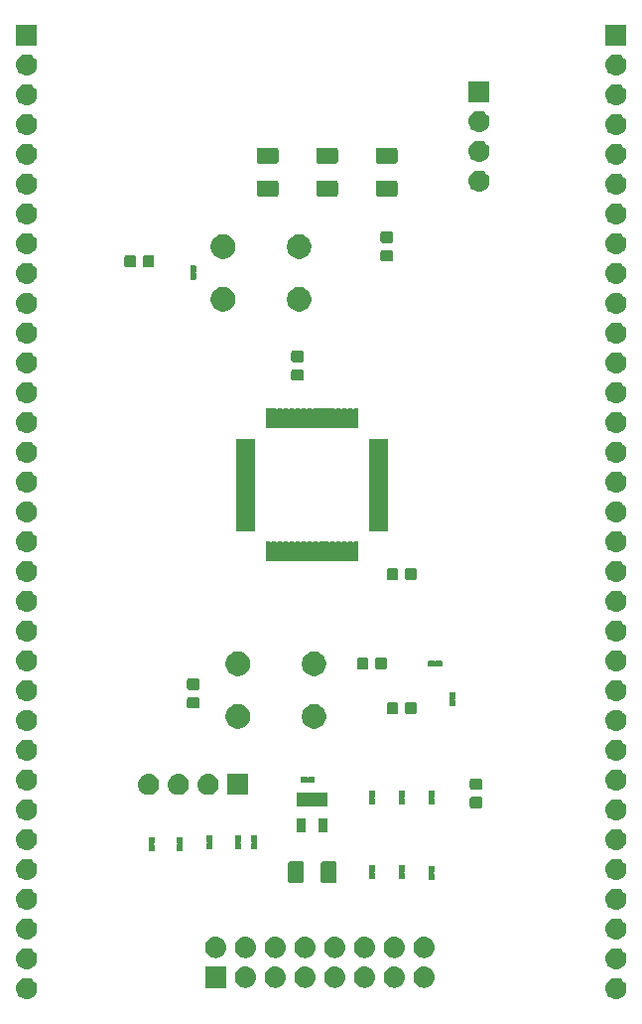
<source format=gts>
G04 #@! TF.GenerationSoftware,KiCad,Pcbnew,(5.1.0)-1*
G04 #@! TF.CreationDate,2019-03-31T01:00:59-04:00*
G04 #@! TF.ProjectId,MiniProjectBoardProject,4d696e69-5072-46f6-9a65-6374426f6172,rev?*
G04 #@! TF.SameCoordinates,Original*
G04 #@! TF.FileFunction,Soldermask,Top*
G04 #@! TF.FilePolarity,Negative*
%FSLAX46Y46*%
G04 Gerber Fmt 4.6, Leading zero omitted, Abs format (unit mm)*
G04 Created by KiCad (PCBNEW (5.1.0)-1) date 2019-03-31 01:00:59*
%MOMM*%
%LPD*%
G04 APERTURE LIST*
%ADD10C,0.100000*%
G04 APERTURE END LIST*
D10*
G36*
X137016442Y-139059518D02*
G01*
X137082627Y-139066037D01*
X137252466Y-139117557D01*
X137408991Y-139201222D01*
X137444729Y-139230552D01*
X137546186Y-139313814D01*
X137629448Y-139415271D01*
X137658778Y-139451009D01*
X137742443Y-139607534D01*
X137793963Y-139777373D01*
X137811359Y-139954000D01*
X137793963Y-140130627D01*
X137742443Y-140300466D01*
X137658778Y-140456991D01*
X137629448Y-140492729D01*
X137546186Y-140594186D01*
X137444729Y-140677448D01*
X137408991Y-140706778D01*
X137252466Y-140790443D01*
X137082627Y-140841963D01*
X137016443Y-140848481D01*
X136950260Y-140855000D01*
X136861740Y-140855000D01*
X136795557Y-140848481D01*
X136729373Y-140841963D01*
X136559534Y-140790443D01*
X136403009Y-140706778D01*
X136367271Y-140677448D01*
X136265814Y-140594186D01*
X136182552Y-140492729D01*
X136153222Y-140456991D01*
X136069557Y-140300466D01*
X136018037Y-140130627D01*
X136000641Y-139954000D01*
X136018037Y-139777373D01*
X136069557Y-139607534D01*
X136153222Y-139451009D01*
X136182552Y-139415271D01*
X136265814Y-139313814D01*
X136367271Y-139230552D01*
X136403009Y-139201222D01*
X136559534Y-139117557D01*
X136729373Y-139066037D01*
X136795558Y-139059518D01*
X136861740Y-139053000D01*
X136950260Y-139053000D01*
X137016442Y-139059518D01*
X137016442Y-139059518D01*
G37*
G36*
X86724442Y-139059518D02*
G01*
X86790627Y-139066037D01*
X86960466Y-139117557D01*
X87116991Y-139201222D01*
X87152729Y-139230552D01*
X87254186Y-139313814D01*
X87337448Y-139415271D01*
X87366778Y-139451009D01*
X87450443Y-139607534D01*
X87501963Y-139777373D01*
X87519359Y-139954000D01*
X87501963Y-140130627D01*
X87450443Y-140300466D01*
X87366778Y-140456991D01*
X87337448Y-140492729D01*
X87254186Y-140594186D01*
X87152729Y-140677448D01*
X87116991Y-140706778D01*
X86960466Y-140790443D01*
X86790627Y-140841963D01*
X86724443Y-140848481D01*
X86658260Y-140855000D01*
X86569740Y-140855000D01*
X86503557Y-140848481D01*
X86437373Y-140841963D01*
X86267534Y-140790443D01*
X86111009Y-140706778D01*
X86075271Y-140677448D01*
X85973814Y-140594186D01*
X85890552Y-140492729D01*
X85861222Y-140456991D01*
X85777557Y-140300466D01*
X85726037Y-140130627D01*
X85708641Y-139954000D01*
X85726037Y-139777373D01*
X85777557Y-139607534D01*
X85861222Y-139451009D01*
X85890552Y-139415271D01*
X85973814Y-139313814D01*
X86075271Y-139230552D01*
X86111009Y-139201222D01*
X86267534Y-139117557D01*
X86437373Y-139066037D01*
X86503558Y-139059518D01*
X86569740Y-139053000D01*
X86658260Y-139053000D01*
X86724442Y-139059518D01*
X86724442Y-139059518D01*
G37*
G36*
X120640443Y-138105519D02*
G01*
X120706627Y-138112037D01*
X120876466Y-138163557D01*
X121032991Y-138247222D01*
X121068729Y-138276552D01*
X121170186Y-138359814D01*
X121253448Y-138461271D01*
X121282778Y-138497009D01*
X121366443Y-138653534D01*
X121417963Y-138823373D01*
X121435359Y-139000000D01*
X121417963Y-139176627D01*
X121366443Y-139346466D01*
X121282778Y-139502991D01*
X121253448Y-139538729D01*
X121170186Y-139640186D01*
X121068729Y-139723448D01*
X121032991Y-139752778D01*
X120876466Y-139836443D01*
X120706627Y-139887963D01*
X120640443Y-139894481D01*
X120574260Y-139901000D01*
X120485740Y-139901000D01*
X120419557Y-139894481D01*
X120353373Y-139887963D01*
X120183534Y-139836443D01*
X120027009Y-139752778D01*
X119991271Y-139723448D01*
X119889814Y-139640186D01*
X119806552Y-139538729D01*
X119777222Y-139502991D01*
X119693557Y-139346466D01*
X119642037Y-139176627D01*
X119624641Y-139000000D01*
X119642037Y-138823373D01*
X119693557Y-138653534D01*
X119777222Y-138497009D01*
X119806552Y-138461271D01*
X119889814Y-138359814D01*
X119991271Y-138276552D01*
X120027009Y-138247222D01*
X120183534Y-138163557D01*
X120353373Y-138112037D01*
X120419557Y-138105519D01*
X120485740Y-138099000D01*
X120574260Y-138099000D01*
X120640443Y-138105519D01*
X120640443Y-138105519D01*
G37*
G36*
X118100443Y-138105519D02*
G01*
X118166627Y-138112037D01*
X118336466Y-138163557D01*
X118492991Y-138247222D01*
X118528729Y-138276552D01*
X118630186Y-138359814D01*
X118713448Y-138461271D01*
X118742778Y-138497009D01*
X118826443Y-138653534D01*
X118877963Y-138823373D01*
X118895359Y-139000000D01*
X118877963Y-139176627D01*
X118826443Y-139346466D01*
X118742778Y-139502991D01*
X118713448Y-139538729D01*
X118630186Y-139640186D01*
X118528729Y-139723448D01*
X118492991Y-139752778D01*
X118336466Y-139836443D01*
X118166627Y-139887963D01*
X118100443Y-139894481D01*
X118034260Y-139901000D01*
X117945740Y-139901000D01*
X117879557Y-139894481D01*
X117813373Y-139887963D01*
X117643534Y-139836443D01*
X117487009Y-139752778D01*
X117451271Y-139723448D01*
X117349814Y-139640186D01*
X117266552Y-139538729D01*
X117237222Y-139502991D01*
X117153557Y-139346466D01*
X117102037Y-139176627D01*
X117084641Y-139000000D01*
X117102037Y-138823373D01*
X117153557Y-138653534D01*
X117237222Y-138497009D01*
X117266552Y-138461271D01*
X117349814Y-138359814D01*
X117451271Y-138276552D01*
X117487009Y-138247222D01*
X117643534Y-138163557D01*
X117813373Y-138112037D01*
X117879557Y-138105519D01*
X117945740Y-138099000D01*
X118034260Y-138099000D01*
X118100443Y-138105519D01*
X118100443Y-138105519D01*
G37*
G36*
X115560443Y-138105519D02*
G01*
X115626627Y-138112037D01*
X115796466Y-138163557D01*
X115952991Y-138247222D01*
X115988729Y-138276552D01*
X116090186Y-138359814D01*
X116173448Y-138461271D01*
X116202778Y-138497009D01*
X116286443Y-138653534D01*
X116337963Y-138823373D01*
X116355359Y-139000000D01*
X116337963Y-139176627D01*
X116286443Y-139346466D01*
X116202778Y-139502991D01*
X116173448Y-139538729D01*
X116090186Y-139640186D01*
X115988729Y-139723448D01*
X115952991Y-139752778D01*
X115796466Y-139836443D01*
X115626627Y-139887963D01*
X115560443Y-139894481D01*
X115494260Y-139901000D01*
X115405740Y-139901000D01*
X115339557Y-139894481D01*
X115273373Y-139887963D01*
X115103534Y-139836443D01*
X114947009Y-139752778D01*
X114911271Y-139723448D01*
X114809814Y-139640186D01*
X114726552Y-139538729D01*
X114697222Y-139502991D01*
X114613557Y-139346466D01*
X114562037Y-139176627D01*
X114544641Y-139000000D01*
X114562037Y-138823373D01*
X114613557Y-138653534D01*
X114697222Y-138497009D01*
X114726552Y-138461271D01*
X114809814Y-138359814D01*
X114911271Y-138276552D01*
X114947009Y-138247222D01*
X115103534Y-138163557D01*
X115273373Y-138112037D01*
X115339557Y-138105519D01*
X115405740Y-138099000D01*
X115494260Y-138099000D01*
X115560443Y-138105519D01*
X115560443Y-138105519D01*
G37*
G36*
X113020443Y-138105519D02*
G01*
X113086627Y-138112037D01*
X113256466Y-138163557D01*
X113412991Y-138247222D01*
X113448729Y-138276552D01*
X113550186Y-138359814D01*
X113633448Y-138461271D01*
X113662778Y-138497009D01*
X113746443Y-138653534D01*
X113797963Y-138823373D01*
X113815359Y-139000000D01*
X113797963Y-139176627D01*
X113746443Y-139346466D01*
X113662778Y-139502991D01*
X113633448Y-139538729D01*
X113550186Y-139640186D01*
X113448729Y-139723448D01*
X113412991Y-139752778D01*
X113256466Y-139836443D01*
X113086627Y-139887963D01*
X113020443Y-139894481D01*
X112954260Y-139901000D01*
X112865740Y-139901000D01*
X112799557Y-139894481D01*
X112733373Y-139887963D01*
X112563534Y-139836443D01*
X112407009Y-139752778D01*
X112371271Y-139723448D01*
X112269814Y-139640186D01*
X112186552Y-139538729D01*
X112157222Y-139502991D01*
X112073557Y-139346466D01*
X112022037Y-139176627D01*
X112004641Y-139000000D01*
X112022037Y-138823373D01*
X112073557Y-138653534D01*
X112157222Y-138497009D01*
X112186552Y-138461271D01*
X112269814Y-138359814D01*
X112371271Y-138276552D01*
X112407009Y-138247222D01*
X112563534Y-138163557D01*
X112733373Y-138112037D01*
X112799557Y-138105519D01*
X112865740Y-138099000D01*
X112954260Y-138099000D01*
X113020443Y-138105519D01*
X113020443Y-138105519D01*
G37*
G36*
X110480443Y-138105519D02*
G01*
X110546627Y-138112037D01*
X110716466Y-138163557D01*
X110872991Y-138247222D01*
X110908729Y-138276552D01*
X111010186Y-138359814D01*
X111093448Y-138461271D01*
X111122778Y-138497009D01*
X111206443Y-138653534D01*
X111257963Y-138823373D01*
X111275359Y-139000000D01*
X111257963Y-139176627D01*
X111206443Y-139346466D01*
X111122778Y-139502991D01*
X111093448Y-139538729D01*
X111010186Y-139640186D01*
X110908729Y-139723448D01*
X110872991Y-139752778D01*
X110716466Y-139836443D01*
X110546627Y-139887963D01*
X110480443Y-139894481D01*
X110414260Y-139901000D01*
X110325740Y-139901000D01*
X110259557Y-139894481D01*
X110193373Y-139887963D01*
X110023534Y-139836443D01*
X109867009Y-139752778D01*
X109831271Y-139723448D01*
X109729814Y-139640186D01*
X109646552Y-139538729D01*
X109617222Y-139502991D01*
X109533557Y-139346466D01*
X109482037Y-139176627D01*
X109464641Y-139000000D01*
X109482037Y-138823373D01*
X109533557Y-138653534D01*
X109617222Y-138497009D01*
X109646552Y-138461271D01*
X109729814Y-138359814D01*
X109831271Y-138276552D01*
X109867009Y-138247222D01*
X110023534Y-138163557D01*
X110193373Y-138112037D01*
X110259557Y-138105519D01*
X110325740Y-138099000D01*
X110414260Y-138099000D01*
X110480443Y-138105519D01*
X110480443Y-138105519D01*
G37*
G36*
X107940443Y-138105519D02*
G01*
X108006627Y-138112037D01*
X108176466Y-138163557D01*
X108332991Y-138247222D01*
X108368729Y-138276552D01*
X108470186Y-138359814D01*
X108553448Y-138461271D01*
X108582778Y-138497009D01*
X108666443Y-138653534D01*
X108717963Y-138823373D01*
X108735359Y-139000000D01*
X108717963Y-139176627D01*
X108666443Y-139346466D01*
X108582778Y-139502991D01*
X108553448Y-139538729D01*
X108470186Y-139640186D01*
X108368729Y-139723448D01*
X108332991Y-139752778D01*
X108176466Y-139836443D01*
X108006627Y-139887963D01*
X107940443Y-139894481D01*
X107874260Y-139901000D01*
X107785740Y-139901000D01*
X107719557Y-139894481D01*
X107653373Y-139887963D01*
X107483534Y-139836443D01*
X107327009Y-139752778D01*
X107291271Y-139723448D01*
X107189814Y-139640186D01*
X107106552Y-139538729D01*
X107077222Y-139502991D01*
X106993557Y-139346466D01*
X106942037Y-139176627D01*
X106924641Y-139000000D01*
X106942037Y-138823373D01*
X106993557Y-138653534D01*
X107077222Y-138497009D01*
X107106552Y-138461271D01*
X107189814Y-138359814D01*
X107291271Y-138276552D01*
X107327009Y-138247222D01*
X107483534Y-138163557D01*
X107653373Y-138112037D01*
X107719557Y-138105519D01*
X107785740Y-138099000D01*
X107874260Y-138099000D01*
X107940443Y-138105519D01*
X107940443Y-138105519D01*
G37*
G36*
X105400443Y-138105519D02*
G01*
X105466627Y-138112037D01*
X105636466Y-138163557D01*
X105792991Y-138247222D01*
X105828729Y-138276552D01*
X105930186Y-138359814D01*
X106013448Y-138461271D01*
X106042778Y-138497009D01*
X106126443Y-138653534D01*
X106177963Y-138823373D01*
X106195359Y-139000000D01*
X106177963Y-139176627D01*
X106126443Y-139346466D01*
X106042778Y-139502991D01*
X106013448Y-139538729D01*
X105930186Y-139640186D01*
X105828729Y-139723448D01*
X105792991Y-139752778D01*
X105636466Y-139836443D01*
X105466627Y-139887963D01*
X105400443Y-139894481D01*
X105334260Y-139901000D01*
X105245740Y-139901000D01*
X105179557Y-139894481D01*
X105113373Y-139887963D01*
X104943534Y-139836443D01*
X104787009Y-139752778D01*
X104751271Y-139723448D01*
X104649814Y-139640186D01*
X104566552Y-139538729D01*
X104537222Y-139502991D01*
X104453557Y-139346466D01*
X104402037Y-139176627D01*
X104384641Y-139000000D01*
X104402037Y-138823373D01*
X104453557Y-138653534D01*
X104537222Y-138497009D01*
X104566552Y-138461271D01*
X104649814Y-138359814D01*
X104751271Y-138276552D01*
X104787009Y-138247222D01*
X104943534Y-138163557D01*
X105113373Y-138112037D01*
X105179557Y-138105519D01*
X105245740Y-138099000D01*
X105334260Y-138099000D01*
X105400443Y-138105519D01*
X105400443Y-138105519D01*
G37*
G36*
X103651000Y-139901000D02*
G01*
X101849000Y-139901000D01*
X101849000Y-138099000D01*
X103651000Y-138099000D01*
X103651000Y-139901000D01*
X103651000Y-139901000D01*
G37*
G36*
X86724442Y-136519518D02*
G01*
X86790627Y-136526037D01*
X86960466Y-136577557D01*
X87116991Y-136661222D01*
X87152729Y-136690552D01*
X87254186Y-136773814D01*
X87337448Y-136875271D01*
X87366778Y-136911009D01*
X87450443Y-137067534D01*
X87501963Y-137237373D01*
X87519359Y-137414000D01*
X87501963Y-137590627D01*
X87450443Y-137760466D01*
X87366778Y-137916991D01*
X87337448Y-137952729D01*
X87254186Y-138054186D01*
X87183693Y-138112037D01*
X87116991Y-138166778D01*
X86960466Y-138250443D01*
X86790627Y-138301963D01*
X86724442Y-138308482D01*
X86658260Y-138315000D01*
X86569740Y-138315000D01*
X86503558Y-138308482D01*
X86437373Y-138301963D01*
X86267534Y-138250443D01*
X86111009Y-138166778D01*
X86044307Y-138112037D01*
X85973814Y-138054186D01*
X85890552Y-137952729D01*
X85861222Y-137916991D01*
X85777557Y-137760466D01*
X85726037Y-137590627D01*
X85708641Y-137414000D01*
X85726037Y-137237373D01*
X85777557Y-137067534D01*
X85861222Y-136911009D01*
X85890552Y-136875271D01*
X85973814Y-136773814D01*
X86075271Y-136690552D01*
X86111009Y-136661222D01*
X86267534Y-136577557D01*
X86437373Y-136526037D01*
X86503558Y-136519518D01*
X86569740Y-136513000D01*
X86658260Y-136513000D01*
X86724442Y-136519518D01*
X86724442Y-136519518D01*
G37*
G36*
X137016442Y-136519518D02*
G01*
X137082627Y-136526037D01*
X137252466Y-136577557D01*
X137408991Y-136661222D01*
X137444729Y-136690552D01*
X137546186Y-136773814D01*
X137629448Y-136875271D01*
X137658778Y-136911009D01*
X137742443Y-137067534D01*
X137793963Y-137237373D01*
X137811359Y-137414000D01*
X137793963Y-137590627D01*
X137742443Y-137760466D01*
X137658778Y-137916991D01*
X137629448Y-137952729D01*
X137546186Y-138054186D01*
X137475693Y-138112037D01*
X137408991Y-138166778D01*
X137252466Y-138250443D01*
X137082627Y-138301963D01*
X137016442Y-138308482D01*
X136950260Y-138315000D01*
X136861740Y-138315000D01*
X136795558Y-138308482D01*
X136729373Y-138301963D01*
X136559534Y-138250443D01*
X136403009Y-138166778D01*
X136336307Y-138112037D01*
X136265814Y-138054186D01*
X136182552Y-137952729D01*
X136153222Y-137916991D01*
X136069557Y-137760466D01*
X136018037Y-137590627D01*
X136000641Y-137414000D01*
X136018037Y-137237373D01*
X136069557Y-137067534D01*
X136153222Y-136911009D01*
X136182552Y-136875271D01*
X136265814Y-136773814D01*
X136367271Y-136690552D01*
X136403009Y-136661222D01*
X136559534Y-136577557D01*
X136729373Y-136526037D01*
X136795558Y-136519518D01*
X136861740Y-136513000D01*
X136950260Y-136513000D01*
X137016442Y-136519518D01*
X137016442Y-136519518D01*
G37*
G36*
X102860443Y-135565519D02*
G01*
X102926627Y-135572037D01*
X103096466Y-135623557D01*
X103252991Y-135707222D01*
X103288729Y-135736552D01*
X103390186Y-135819814D01*
X103473448Y-135921271D01*
X103502778Y-135957009D01*
X103586443Y-136113534D01*
X103637963Y-136283373D01*
X103655359Y-136460000D01*
X103637963Y-136636627D01*
X103586443Y-136806466D01*
X103502778Y-136962991D01*
X103473448Y-136998729D01*
X103390186Y-137100186D01*
X103288729Y-137183448D01*
X103252991Y-137212778D01*
X103096466Y-137296443D01*
X102926627Y-137347963D01*
X102860443Y-137354481D01*
X102794260Y-137361000D01*
X102705740Y-137361000D01*
X102639557Y-137354481D01*
X102573373Y-137347963D01*
X102403534Y-137296443D01*
X102247009Y-137212778D01*
X102211271Y-137183448D01*
X102109814Y-137100186D01*
X102026552Y-136998729D01*
X101997222Y-136962991D01*
X101913557Y-136806466D01*
X101862037Y-136636627D01*
X101844641Y-136460000D01*
X101862037Y-136283373D01*
X101913557Y-136113534D01*
X101997222Y-135957009D01*
X102026552Y-135921271D01*
X102109814Y-135819814D01*
X102211271Y-135736552D01*
X102247009Y-135707222D01*
X102403534Y-135623557D01*
X102573373Y-135572037D01*
X102639557Y-135565519D01*
X102705740Y-135559000D01*
X102794260Y-135559000D01*
X102860443Y-135565519D01*
X102860443Y-135565519D01*
G37*
G36*
X120640443Y-135565519D02*
G01*
X120706627Y-135572037D01*
X120876466Y-135623557D01*
X121032991Y-135707222D01*
X121068729Y-135736552D01*
X121170186Y-135819814D01*
X121253448Y-135921271D01*
X121282778Y-135957009D01*
X121366443Y-136113534D01*
X121417963Y-136283373D01*
X121435359Y-136460000D01*
X121417963Y-136636627D01*
X121366443Y-136806466D01*
X121282778Y-136962991D01*
X121253448Y-136998729D01*
X121170186Y-137100186D01*
X121068729Y-137183448D01*
X121032991Y-137212778D01*
X120876466Y-137296443D01*
X120706627Y-137347963D01*
X120640443Y-137354481D01*
X120574260Y-137361000D01*
X120485740Y-137361000D01*
X120419557Y-137354481D01*
X120353373Y-137347963D01*
X120183534Y-137296443D01*
X120027009Y-137212778D01*
X119991271Y-137183448D01*
X119889814Y-137100186D01*
X119806552Y-136998729D01*
X119777222Y-136962991D01*
X119693557Y-136806466D01*
X119642037Y-136636627D01*
X119624641Y-136460000D01*
X119642037Y-136283373D01*
X119693557Y-136113534D01*
X119777222Y-135957009D01*
X119806552Y-135921271D01*
X119889814Y-135819814D01*
X119991271Y-135736552D01*
X120027009Y-135707222D01*
X120183534Y-135623557D01*
X120353373Y-135572037D01*
X120419557Y-135565519D01*
X120485740Y-135559000D01*
X120574260Y-135559000D01*
X120640443Y-135565519D01*
X120640443Y-135565519D01*
G37*
G36*
X118100443Y-135565519D02*
G01*
X118166627Y-135572037D01*
X118336466Y-135623557D01*
X118492991Y-135707222D01*
X118528729Y-135736552D01*
X118630186Y-135819814D01*
X118713448Y-135921271D01*
X118742778Y-135957009D01*
X118826443Y-136113534D01*
X118877963Y-136283373D01*
X118895359Y-136460000D01*
X118877963Y-136636627D01*
X118826443Y-136806466D01*
X118742778Y-136962991D01*
X118713448Y-136998729D01*
X118630186Y-137100186D01*
X118528729Y-137183448D01*
X118492991Y-137212778D01*
X118336466Y-137296443D01*
X118166627Y-137347963D01*
X118100443Y-137354481D01*
X118034260Y-137361000D01*
X117945740Y-137361000D01*
X117879557Y-137354481D01*
X117813373Y-137347963D01*
X117643534Y-137296443D01*
X117487009Y-137212778D01*
X117451271Y-137183448D01*
X117349814Y-137100186D01*
X117266552Y-136998729D01*
X117237222Y-136962991D01*
X117153557Y-136806466D01*
X117102037Y-136636627D01*
X117084641Y-136460000D01*
X117102037Y-136283373D01*
X117153557Y-136113534D01*
X117237222Y-135957009D01*
X117266552Y-135921271D01*
X117349814Y-135819814D01*
X117451271Y-135736552D01*
X117487009Y-135707222D01*
X117643534Y-135623557D01*
X117813373Y-135572037D01*
X117879557Y-135565519D01*
X117945740Y-135559000D01*
X118034260Y-135559000D01*
X118100443Y-135565519D01*
X118100443Y-135565519D01*
G37*
G36*
X115560443Y-135565519D02*
G01*
X115626627Y-135572037D01*
X115796466Y-135623557D01*
X115952991Y-135707222D01*
X115988729Y-135736552D01*
X116090186Y-135819814D01*
X116173448Y-135921271D01*
X116202778Y-135957009D01*
X116286443Y-136113534D01*
X116337963Y-136283373D01*
X116355359Y-136460000D01*
X116337963Y-136636627D01*
X116286443Y-136806466D01*
X116202778Y-136962991D01*
X116173448Y-136998729D01*
X116090186Y-137100186D01*
X115988729Y-137183448D01*
X115952991Y-137212778D01*
X115796466Y-137296443D01*
X115626627Y-137347963D01*
X115560443Y-137354481D01*
X115494260Y-137361000D01*
X115405740Y-137361000D01*
X115339557Y-137354481D01*
X115273373Y-137347963D01*
X115103534Y-137296443D01*
X114947009Y-137212778D01*
X114911271Y-137183448D01*
X114809814Y-137100186D01*
X114726552Y-136998729D01*
X114697222Y-136962991D01*
X114613557Y-136806466D01*
X114562037Y-136636627D01*
X114544641Y-136460000D01*
X114562037Y-136283373D01*
X114613557Y-136113534D01*
X114697222Y-135957009D01*
X114726552Y-135921271D01*
X114809814Y-135819814D01*
X114911271Y-135736552D01*
X114947009Y-135707222D01*
X115103534Y-135623557D01*
X115273373Y-135572037D01*
X115339557Y-135565519D01*
X115405740Y-135559000D01*
X115494260Y-135559000D01*
X115560443Y-135565519D01*
X115560443Y-135565519D01*
G37*
G36*
X113020443Y-135565519D02*
G01*
X113086627Y-135572037D01*
X113256466Y-135623557D01*
X113412991Y-135707222D01*
X113448729Y-135736552D01*
X113550186Y-135819814D01*
X113633448Y-135921271D01*
X113662778Y-135957009D01*
X113746443Y-136113534D01*
X113797963Y-136283373D01*
X113815359Y-136460000D01*
X113797963Y-136636627D01*
X113746443Y-136806466D01*
X113662778Y-136962991D01*
X113633448Y-136998729D01*
X113550186Y-137100186D01*
X113448729Y-137183448D01*
X113412991Y-137212778D01*
X113256466Y-137296443D01*
X113086627Y-137347963D01*
X113020443Y-137354481D01*
X112954260Y-137361000D01*
X112865740Y-137361000D01*
X112799557Y-137354481D01*
X112733373Y-137347963D01*
X112563534Y-137296443D01*
X112407009Y-137212778D01*
X112371271Y-137183448D01*
X112269814Y-137100186D01*
X112186552Y-136998729D01*
X112157222Y-136962991D01*
X112073557Y-136806466D01*
X112022037Y-136636627D01*
X112004641Y-136460000D01*
X112022037Y-136283373D01*
X112073557Y-136113534D01*
X112157222Y-135957009D01*
X112186552Y-135921271D01*
X112269814Y-135819814D01*
X112371271Y-135736552D01*
X112407009Y-135707222D01*
X112563534Y-135623557D01*
X112733373Y-135572037D01*
X112799557Y-135565519D01*
X112865740Y-135559000D01*
X112954260Y-135559000D01*
X113020443Y-135565519D01*
X113020443Y-135565519D01*
G37*
G36*
X110480443Y-135565519D02*
G01*
X110546627Y-135572037D01*
X110716466Y-135623557D01*
X110872991Y-135707222D01*
X110908729Y-135736552D01*
X111010186Y-135819814D01*
X111093448Y-135921271D01*
X111122778Y-135957009D01*
X111206443Y-136113534D01*
X111257963Y-136283373D01*
X111275359Y-136460000D01*
X111257963Y-136636627D01*
X111206443Y-136806466D01*
X111122778Y-136962991D01*
X111093448Y-136998729D01*
X111010186Y-137100186D01*
X110908729Y-137183448D01*
X110872991Y-137212778D01*
X110716466Y-137296443D01*
X110546627Y-137347963D01*
X110480443Y-137354481D01*
X110414260Y-137361000D01*
X110325740Y-137361000D01*
X110259557Y-137354481D01*
X110193373Y-137347963D01*
X110023534Y-137296443D01*
X109867009Y-137212778D01*
X109831271Y-137183448D01*
X109729814Y-137100186D01*
X109646552Y-136998729D01*
X109617222Y-136962991D01*
X109533557Y-136806466D01*
X109482037Y-136636627D01*
X109464641Y-136460000D01*
X109482037Y-136283373D01*
X109533557Y-136113534D01*
X109617222Y-135957009D01*
X109646552Y-135921271D01*
X109729814Y-135819814D01*
X109831271Y-135736552D01*
X109867009Y-135707222D01*
X110023534Y-135623557D01*
X110193373Y-135572037D01*
X110259557Y-135565519D01*
X110325740Y-135559000D01*
X110414260Y-135559000D01*
X110480443Y-135565519D01*
X110480443Y-135565519D01*
G37*
G36*
X105400443Y-135565519D02*
G01*
X105466627Y-135572037D01*
X105636466Y-135623557D01*
X105792991Y-135707222D01*
X105828729Y-135736552D01*
X105930186Y-135819814D01*
X106013448Y-135921271D01*
X106042778Y-135957009D01*
X106126443Y-136113534D01*
X106177963Y-136283373D01*
X106195359Y-136460000D01*
X106177963Y-136636627D01*
X106126443Y-136806466D01*
X106042778Y-136962991D01*
X106013448Y-136998729D01*
X105930186Y-137100186D01*
X105828729Y-137183448D01*
X105792991Y-137212778D01*
X105636466Y-137296443D01*
X105466627Y-137347963D01*
X105400443Y-137354481D01*
X105334260Y-137361000D01*
X105245740Y-137361000D01*
X105179557Y-137354481D01*
X105113373Y-137347963D01*
X104943534Y-137296443D01*
X104787009Y-137212778D01*
X104751271Y-137183448D01*
X104649814Y-137100186D01*
X104566552Y-136998729D01*
X104537222Y-136962991D01*
X104453557Y-136806466D01*
X104402037Y-136636627D01*
X104384641Y-136460000D01*
X104402037Y-136283373D01*
X104453557Y-136113534D01*
X104537222Y-135957009D01*
X104566552Y-135921271D01*
X104649814Y-135819814D01*
X104751271Y-135736552D01*
X104787009Y-135707222D01*
X104943534Y-135623557D01*
X105113373Y-135572037D01*
X105179557Y-135565519D01*
X105245740Y-135559000D01*
X105334260Y-135559000D01*
X105400443Y-135565519D01*
X105400443Y-135565519D01*
G37*
G36*
X107940443Y-135565519D02*
G01*
X108006627Y-135572037D01*
X108176466Y-135623557D01*
X108332991Y-135707222D01*
X108368729Y-135736552D01*
X108470186Y-135819814D01*
X108553448Y-135921271D01*
X108582778Y-135957009D01*
X108666443Y-136113534D01*
X108717963Y-136283373D01*
X108735359Y-136460000D01*
X108717963Y-136636627D01*
X108666443Y-136806466D01*
X108582778Y-136962991D01*
X108553448Y-136998729D01*
X108470186Y-137100186D01*
X108368729Y-137183448D01*
X108332991Y-137212778D01*
X108176466Y-137296443D01*
X108006627Y-137347963D01*
X107940443Y-137354481D01*
X107874260Y-137361000D01*
X107785740Y-137361000D01*
X107719557Y-137354481D01*
X107653373Y-137347963D01*
X107483534Y-137296443D01*
X107327009Y-137212778D01*
X107291271Y-137183448D01*
X107189814Y-137100186D01*
X107106552Y-136998729D01*
X107077222Y-136962991D01*
X106993557Y-136806466D01*
X106942037Y-136636627D01*
X106924641Y-136460000D01*
X106942037Y-136283373D01*
X106993557Y-136113534D01*
X107077222Y-135957009D01*
X107106552Y-135921271D01*
X107189814Y-135819814D01*
X107291271Y-135736552D01*
X107327009Y-135707222D01*
X107483534Y-135623557D01*
X107653373Y-135572037D01*
X107719557Y-135565519D01*
X107785740Y-135559000D01*
X107874260Y-135559000D01*
X107940443Y-135565519D01*
X107940443Y-135565519D01*
G37*
G36*
X137016443Y-133979519D02*
G01*
X137082627Y-133986037D01*
X137252466Y-134037557D01*
X137408991Y-134121222D01*
X137444729Y-134150552D01*
X137546186Y-134233814D01*
X137629448Y-134335271D01*
X137658778Y-134371009D01*
X137742443Y-134527534D01*
X137793963Y-134697373D01*
X137811359Y-134874000D01*
X137793963Y-135050627D01*
X137742443Y-135220466D01*
X137658778Y-135376991D01*
X137629448Y-135412729D01*
X137546186Y-135514186D01*
X137475693Y-135572037D01*
X137408991Y-135626778D01*
X137252466Y-135710443D01*
X137082627Y-135761963D01*
X137016442Y-135768482D01*
X136950260Y-135775000D01*
X136861740Y-135775000D01*
X136795558Y-135768482D01*
X136729373Y-135761963D01*
X136559534Y-135710443D01*
X136403009Y-135626778D01*
X136336307Y-135572037D01*
X136265814Y-135514186D01*
X136182552Y-135412729D01*
X136153222Y-135376991D01*
X136069557Y-135220466D01*
X136018037Y-135050627D01*
X136000641Y-134874000D01*
X136018037Y-134697373D01*
X136069557Y-134527534D01*
X136153222Y-134371009D01*
X136182552Y-134335271D01*
X136265814Y-134233814D01*
X136367271Y-134150552D01*
X136403009Y-134121222D01*
X136559534Y-134037557D01*
X136729373Y-133986037D01*
X136795557Y-133979519D01*
X136861740Y-133973000D01*
X136950260Y-133973000D01*
X137016443Y-133979519D01*
X137016443Y-133979519D01*
G37*
G36*
X86724443Y-133979519D02*
G01*
X86790627Y-133986037D01*
X86960466Y-134037557D01*
X87116991Y-134121222D01*
X87152729Y-134150552D01*
X87254186Y-134233814D01*
X87337448Y-134335271D01*
X87366778Y-134371009D01*
X87450443Y-134527534D01*
X87501963Y-134697373D01*
X87519359Y-134874000D01*
X87501963Y-135050627D01*
X87450443Y-135220466D01*
X87366778Y-135376991D01*
X87337448Y-135412729D01*
X87254186Y-135514186D01*
X87183693Y-135572037D01*
X87116991Y-135626778D01*
X86960466Y-135710443D01*
X86790627Y-135761963D01*
X86724442Y-135768482D01*
X86658260Y-135775000D01*
X86569740Y-135775000D01*
X86503558Y-135768482D01*
X86437373Y-135761963D01*
X86267534Y-135710443D01*
X86111009Y-135626778D01*
X86044307Y-135572037D01*
X85973814Y-135514186D01*
X85890552Y-135412729D01*
X85861222Y-135376991D01*
X85777557Y-135220466D01*
X85726037Y-135050627D01*
X85708641Y-134874000D01*
X85726037Y-134697373D01*
X85777557Y-134527534D01*
X85861222Y-134371009D01*
X85890552Y-134335271D01*
X85973814Y-134233814D01*
X86075271Y-134150552D01*
X86111009Y-134121222D01*
X86267534Y-134037557D01*
X86437373Y-133986037D01*
X86503557Y-133979519D01*
X86569740Y-133973000D01*
X86658260Y-133973000D01*
X86724443Y-133979519D01*
X86724443Y-133979519D01*
G37*
G36*
X86724443Y-131439519D02*
G01*
X86790627Y-131446037D01*
X86960466Y-131497557D01*
X87116991Y-131581222D01*
X87152729Y-131610552D01*
X87254186Y-131693814D01*
X87337448Y-131795271D01*
X87366778Y-131831009D01*
X87450443Y-131987534D01*
X87501963Y-132157373D01*
X87519359Y-132334000D01*
X87501963Y-132510627D01*
X87450443Y-132680466D01*
X87366778Y-132836991D01*
X87337448Y-132872729D01*
X87254186Y-132974186D01*
X87152729Y-133057448D01*
X87116991Y-133086778D01*
X86960466Y-133170443D01*
X86790627Y-133221963D01*
X86724443Y-133228481D01*
X86658260Y-133235000D01*
X86569740Y-133235000D01*
X86503557Y-133228481D01*
X86437373Y-133221963D01*
X86267534Y-133170443D01*
X86111009Y-133086778D01*
X86075271Y-133057448D01*
X85973814Y-132974186D01*
X85890552Y-132872729D01*
X85861222Y-132836991D01*
X85777557Y-132680466D01*
X85726037Y-132510627D01*
X85708641Y-132334000D01*
X85726037Y-132157373D01*
X85777557Y-131987534D01*
X85861222Y-131831009D01*
X85890552Y-131795271D01*
X85973814Y-131693814D01*
X86075271Y-131610552D01*
X86111009Y-131581222D01*
X86267534Y-131497557D01*
X86437373Y-131446037D01*
X86503557Y-131439519D01*
X86569740Y-131433000D01*
X86658260Y-131433000D01*
X86724443Y-131439519D01*
X86724443Y-131439519D01*
G37*
G36*
X137016443Y-131439519D02*
G01*
X137082627Y-131446037D01*
X137252466Y-131497557D01*
X137408991Y-131581222D01*
X137444729Y-131610552D01*
X137546186Y-131693814D01*
X137629448Y-131795271D01*
X137658778Y-131831009D01*
X137742443Y-131987534D01*
X137793963Y-132157373D01*
X137811359Y-132334000D01*
X137793963Y-132510627D01*
X137742443Y-132680466D01*
X137658778Y-132836991D01*
X137629448Y-132872729D01*
X137546186Y-132974186D01*
X137444729Y-133057448D01*
X137408991Y-133086778D01*
X137252466Y-133170443D01*
X137082627Y-133221963D01*
X137016443Y-133228481D01*
X136950260Y-133235000D01*
X136861740Y-133235000D01*
X136795557Y-133228481D01*
X136729373Y-133221963D01*
X136559534Y-133170443D01*
X136403009Y-133086778D01*
X136367271Y-133057448D01*
X136265814Y-132974186D01*
X136182552Y-132872729D01*
X136153222Y-132836991D01*
X136069557Y-132680466D01*
X136018037Y-132510627D01*
X136000641Y-132334000D01*
X136018037Y-132157373D01*
X136069557Y-131987534D01*
X136153222Y-131831009D01*
X136182552Y-131795271D01*
X136265814Y-131693814D01*
X136367271Y-131610552D01*
X136403009Y-131581222D01*
X136559534Y-131497557D01*
X136729373Y-131446037D01*
X136795557Y-131439519D01*
X136861740Y-131433000D01*
X136950260Y-131433000D01*
X137016443Y-131439519D01*
X137016443Y-131439519D01*
G37*
G36*
X112916604Y-129126347D02*
G01*
X112953144Y-129137432D01*
X112986821Y-129155433D01*
X113016341Y-129179659D01*
X113040567Y-129209179D01*
X113058568Y-129242856D01*
X113069653Y-129279396D01*
X113074000Y-129323538D01*
X113074000Y-130772462D01*
X113069653Y-130816604D01*
X113058568Y-130853144D01*
X113040567Y-130886821D01*
X113016341Y-130916341D01*
X112986821Y-130940567D01*
X112953144Y-130958568D01*
X112916604Y-130969653D01*
X112872462Y-130974000D01*
X111923538Y-130974000D01*
X111879396Y-130969653D01*
X111842856Y-130958568D01*
X111809179Y-130940567D01*
X111779659Y-130916341D01*
X111755433Y-130886821D01*
X111737432Y-130853144D01*
X111726347Y-130816604D01*
X111722000Y-130772462D01*
X111722000Y-129323538D01*
X111726347Y-129279396D01*
X111737432Y-129242856D01*
X111755433Y-129209179D01*
X111779659Y-129179659D01*
X111809179Y-129155433D01*
X111842856Y-129137432D01*
X111879396Y-129126347D01*
X111923538Y-129122000D01*
X112872462Y-129122000D01*
X112916604Y-129126347D01*
X112916604Y-129126347D01*
G37*
G36*
X110116604Y-129126347D02*
G01*
X110153144Y-129137432D01*
X110186821Y-129155433D01*
X110216341Y-129179659D01*
X110240567Y-129209179D01*
X110258568Y-129242856D01*
X110269653Y-129279396D01*
X110274000Y-129323538D01*
X110274000Y-130772462D01*
X110269653Y-130816604D01*
X110258568Y-130853144D01*
X110240567Y-130886821D01*
X110216341Y-130916341D01*
X110186821Y-130940567D01*
X110153144Y-130958568D01*
X110116604Y-130969653D01*
X110072462Y-130974000D01*
X109123538Y-130974000D01*
X109079396Y-130969653D01*
X109042856Y-130958568D01*
X109009179Y-130940567D01*
X108979659Y-130916341D01*
X108955433Y-130886821D01*
X108937432Y-130853144D01*
X108926347Y-130816604D01*
X108922000Y-130772462D01*
X108922000Y-129323538D01*
X108926347Y-129279396D01*
X108937432Y-129242856D01*
X108955433Y-129209179D01*
X108979659Y-129179659D01*
X109009179Y-129155433D01*
X109042856Y-129137432D01*
X109079396Y-129126347D01*
X109123538Y-129122000D01*
X110072462Y-129122000D01*
X110116604Y-129126347D01*
X110116604Y-129126347D01*
G37*
G36*
X121358170Y-129514803D02*
G01*
X121369875Y-129518354D01*
X121380665Y-129524121D01*
X121390119Y-129531881D01*
X121397879Y-129541335D01*
X121403646Y-129552125D01*
X121407197Y-129563830D01*
X121409000Y-129582138D01*
X121409000Y-130005862D01*
X121407197Y-130024170D01*
X121403645Y-130035877D01*
X121393383Y-130055077D01*
X121384006Y-130077716D01*
X121379226Y-130101749D01*
X121379226Y-130126253D01*
X121384007Y-130150286D01*
X121393383Y-130172923D01*
X121403645Y-130192123D01*
X121407197Y-130203830D01*
X121409000Y-130222138D01*
X121409000Y-130645862D01*
X121407197Y-130664170D01*
X121403646Y-130675875D01*
X121397879Y-130686665D01*
X121390119Y-130696119D01*
X121380665Y-130703879D01*
X121369875Y-130709646D01*
X121358170Y-130713197D01*
X121339862Y-130715000D01*
X120976138Y-130715000D01*
X120957830Y-130713197D01*
X120946125Y-130709646D01*
X120935335Y-130703879D01*
X120925881Y-130696119D01*
X120918121Y-130686665D01*
X120912354Y-130675875D01*
X120908803Y-130664170D01*
X120907000Y-130645862D01*
X120907000Y-130222138D01*
X120908803Y-130203830D01*
X120912355Y-130192123D01*
X120922617Y-130172923D01*
X120931994Y-130150284D01*
X120936774Y-130126251D01*
X120936774Y-130101747D01*
X120931993Y-130077714D01*
X120922617Y-130055077D01*
X120912355Y-130035877D01*
X120908803Y-130024170D01*
X120907000Y-130005862D01*
X120907000Y-129582138D01*
X120908803Y-129563830D01*
X120912354Y-129552125D01*
X120918121Y-129541335D01*
X120925881Y-129531881D01*
X120935335Y-129524121D01*
X120946125Y-129518354D01*
X120957830Y-129514803D01*
X120976138Y-129513000D01*
X121339862Y-129513000D01*
X121358170Y-129514803D01*
X121358170Y-129514803D01*
G37*
G36*
X86724442Y-128899518D02*
G01*
X86790627Y-128906037D01*
X86960466Y-128957557D01*
X87116991Y-129041222D01*
X87152729Y-129070552D01*
X87254186Y-129153814D01*
X87326700Y-129242174D01*
X87366778Y-129291009D01*
X87450443Y-129447534D01*
X87501963Y-129617373D01*
X87519359Y-129794000D01*
X87501963Y-129970627D01*
X87450443Y-130140466D01*
X87366778Y-130296991D01*
X87337448Y-130332729D01*
X87254186Y-130434186D01*
X87152729Y-130517448D01*
X87116991Y-130546778D01*
X86960466Y-130630443D01*
X86790627Y-130681963D01*
X86724443Y-130688481D01*
X86658260Y-130695000D01*
X86569740Y-130695000D01*
X86503557Y-130688481D01*
X86437373Y-130681963D01*
X86267534Y-130630443D01*
X86111009Y-130546778D01*
X86075271Y-130517448D01*
X85973814Y-130434186D01*
X85890552Y-130332729D01*
X85861222Y-130296991D01*
X85777557Y-130140466D01*
X85726037Y-129970627D01*
X85708641Y-129794000D01*
X85726037Y-129617373D01*
X85777557Y-129447534D01*
X85861222Y-129291009D01*
X85901300Y-129242174D01*
X85973814Y-129153814D01*
X86075271Y-129070552D01*
X86111009Y-129041222D01*
X86267534Y-128957557D01*
X86437373Y-128906037D01*
X86503558Y-128899518D01*
X86569740Y-128893000D01*
X86658260Y-128893000D01*
X86724442Y-128899518D01*
X86724442Y-128899518D01*
G37*
G36*
X137016442Y-128899518D02*
G01*
X137082627Y-128906037D01*
X137252466Y-128957557D01*
X137408991Y-129041222D01*
X137444729Y-129070552D01*
X137546186Y-129153814D01*
X137618700Y-129242174D01*
X137658778Y-129291009D01*
X137742443Y-129447534D01*
X137793963Y-129617373D01*
X137811359Y-129794000D01*
X137793963Y-129970627D01*
X137742443Y-130140466D01*
X137658778Y-130296991D01*
X137629448Y-130332729D01*
X137546186Y-130434186D01*
X137444729Y-130517448D01*
X137408991Y-130546778D01*
X137252466Y-130630443D01*
X137082627Y-130681963D01*
X137016443Y-130688481D01*
X136950260Y-130695000D01*
X136861740Y-130695000D01*
X136795557Y-130688481D01*
X136729373Y-130681963D01*
X136559534Y-130630443D01*
X136403009Y-130546778D01*
X136367271Y-130517448D01*
X136265814Y-130434186D01*
X136182552Y-130332729D01*
X136153222Y-130296991D01*
X136069557Y-130140466D01*
X136018037Y-129970627D01*
X136000641Y-129794000D01*
X136018037Y-129617373D01*
X136069557Y-129447534D01*
X136153222Y-129291009D01*
X136193300Y-129242174D01*
X136265814Y-129153814D01*
X136367271Y-129070552D01*
X136403009Y-129041222D01*
X136559534Y-128957557D01*
X136729373Y-128906037D01*
X136795558Y-128899518D01*
X136861740Y-128893000D01*
X136950260Y-128893000D01*
X137016442Y-128899518D01*
X137016442Y-128899518D01*
G37*
G36*
X116278170Y-129448803D02*
G01*
X116289875Y-129452354D01*
X116300665Y-129458121D01*
X116310119Y-129465881D01*
X116317879Y-129475335D01*
X116323646Y-129486125D01*
X116327197Y-129497830D01*
X116329000Y-129516138D01*
X116329000Y-129939862D01*
X116327197Y-129958170D01*
X116323645Y-129969877D01*
X116313383Y-129989077D01*
X116304006Y-130011716D01*
X116299226Y-130035749D01*
X116299226Y-130060253D01*
X116304007Y-130084286D01*
X116313383Y-130106923D01*
X116323645Y-130126123D01*
X116327197Y-130137830D01*
X116329000Y-130156138D01*
X116329000Y-130579862D01*
X116327197Y-130598170D01*
X116323646Y-130609875D01*
X116317879Y-130620665D01*
X116310119Y-130630119D01*
X116300665Y-130637879D01*
X116289875Y-130643646D01*
X116278170Y-130647197D01*
X116259862Y-130649000D01*
X115896138Y-130649000D01*
X115877830Y-130647197D01*
X115866125Y-130643646D01*
X115855335Y-130637879D01*
X115845881Y-130630119D01*
X115838121Y-130620665D01*
X115832354Y-130609875D01*
X115828803Y-130598170D01*
X115827000Y-130579862D01*
X115827000Y-130156138D01*
X115828803Y-130137830D01*
X115832355Y-130126123D01*
X115842617Y-130106923D01*
X115851994Y-130084284D01*
X115856774Y-130060251D01*
X115856774Y-130035747D01*
X115851993Y-130011714D01*
X115842617Y-129989077D01*
X115832355Y-129969877D01*
X115828803Y-129958170D01*
X115827000Y-129939862D01*
X115827000Y-129516138D01*
X115828803Y-129497830D01*
X115832354Y-129486125D01*
X115838121Y-129475335D01*
X115845881Y-129465881D01*
X115855335Y-129458121D01*
X115866125Y-129452354D01*
X115877830Y-129448803D01*
X115896138Y-129447000D01*
X116259862Y-129447000D01*
X116278170Y-129448803D01*
X116278170Y-129448803D01*
G37*
G36*
X118818170Y-129448803D02*
G01*
X118829875Y-129452354D01*
X118840665Y-129458121D01*
X118850119Y-129465881D01*
X118857879Y-129475335D01*
X118863646Y-129486125D01*
X118867197Y-129497830D01*
X118869000Y-129516138D01*
X118869000Y-129939862D01*
X118867197Y-129958170D01*
X118863645Y-129969877D01*
X118853383Y-129989077D01*
X118844006Y-130011716D01*
X118839226Y-130035749D01*
X118839226Y-130060253D01*
X118844007Y-130084286D01*
X118853383Y-130106923D01*
X118863645Y-130126123D01*
X118867197Y-130137830D01*
X118869000Y-130156138D01*
X118869000Y-130579862D01*
X118867197Y-130598170D01*
X118863646Y-130609875D01*
X118857879Y-130620665D01*
X118850119Y-130630119D01*
X118840665Y-130637879D01*
X118829875Y-130643646D01*
X118818170Y-130647197D01*
X118799862Y-130649000D01*
X118436138Y-130649000D01*
X118417830Y-130647197D01*
X118406125Y-130643646D01*
X118395335Y-130637879D01*
X118385881Y-130630119D01*
X118378121Y-130620665D01*
X118372354Y-130609875D01*
X118368803Y-130598170D01*
X118367000Y-130579862D01*
X118367000Y-130156138D01*
X118368803Y-130137830D01*
X118372355Y-130126123D01*
X118382617Y-130106923D01*
X118391994Y-130084284D01*
X118396774Y-130060251D01*
X118396774Y-130035747D01*
X118391993Y-130011714D01*
X118382617Y-129989077D01*
X118372355Y-129969877D01*
X118368803Y-129958170D01*
X118367000Y-129939862D01*
X118367000Y-129516138D01*
X118368803Y-129497830D01*
X118372354Y-129486125D01*
X118378121Y-129475335D01*
X118385881Y-129465881D01*
X118395335Y-129458121D01*
X118406125Y-129452354D01*
X118417830Y-129448803D01*
X118436138Y-129447000D01*
X118799862Y-129447000D01*
X118818170Y-129448803D01*
X118818170Y-129448803D01*
G37*
G36*
X99895170Y-127035803D02*
G01*
X99906875Y-127039354D01*
X99917665Y-127045121D01*
X99927119Y-127052881D01*
X99934879Y-127062335D01*
X99940646Y-127073125D01*
X99944197Y-127084830D01*
X99946000Y-127103138D01*
X99946000Y-127526862D01*
X99944197Y-127545170D01*
X99940645Y-127556877D01*
X99930383Y-127576077D01*
X99921006Y-127598716D01*
X99916226Y-127622749D01*
X99916226Y-127647253D01*
X99921007Y-127671286D01*
X99930383Y-127693923D01*
X99940645Y-127713123D01*
X99944197Y-127724830D01*
X99946000Y-127743138D01*
X99946000Y-128166862D01*
X99944197Y-128185170D01*
X99940646Y-128196875D01*
X99934879Y-128207665D01*
X99927119Y-128217119D01*
X99917665Y-128224879D01*
X99906875Y-128230646D01*
X99895170Y-128234197D01*
X99876862Y-128236000D01*
X99513138Y-128236000D01*
X99494830Y-128234197D01*
X99483125Y-128230646D01*
X99472335Y-128224879D01*
X99462881Y-128217119D01*
X99455121Y-128207665D01*
X99449354Y-128196875D01*
X99445803Y-128185170D01*
X99444000Y-128166862D01*
X99444000Y-127743138D01*
X99445803Y-127724830D01*
X99449355Y-127713123D01*
X99459617Y-127693923D01*
X99468994Y-127671284D01*
X99473774Y-127647251D01*
X99473774Y-127622747D01*
X99468993Y-127598714D01*
X99459617Y-127576077D01*
X99449355Y-127556877D01*
X99445803Y-127545170D01*
X99444000Y-127526862D01*
X99444000Y-127103138D01*
X99445803Y-127084830D01*
X99449354Y-127073125D01*
X99455121Y-127062335D01*
X99462881Y-127052881D01*
X99472335Y-127045121D01*
X99483125Y-127039354D01*
X99494830Y-127035803D01*
X99513138Y-127034000D01*
X99876862Y-127034000D01*
X99895170Y-127035803D01*
X99895170Y-127035803D01*
G37*
G36*
X97482170Y-127035803D02*
G01*
X97493875Y-127039354D01*
X97504665Y-127045121D01*
X97514119Y-127052881D01*
X97521879Y-127062335D01*
X97527646Y-127073125D01*
X97531197Y-127084830D01*
X97533000Y-127103138D01*
X97533000Y-127526862D01*
X97531197Y-127545170D01*
X97527645Y-127556877D01*
X97517383Y-127576077D01*
X97508006Y-127598716D01*
X97503226Y-127622749D01*
X97503226Y-127647253D01*
X97508007Y-127671286D01*
X97517383Y-127693923D01*
X97527645Y-127713123D01*
X97531197Y-127724830D01*
X97533000Y-127743138D01*
X97533000Y-128166862D01*
X97531197Y-128185170D01*
X97527646Y-128196875D01*
X97521879Y-128207665D01*
X97514119Y-128217119D01*
X97504665Y-128224879D01*
X97493875Y-128230646D01*
X97482170Y-128234197D01*
X97463862Y-128236000D01*
X97100138Y-128236000D01*
X97081830Y-128234197D01*
X97070125Y-128230646D01*
X97059335Y-128224879D01*
X97049881Y-128217119D01*
X97042121Y-128207665D01*
X97036354Y-128196875D01*
X97032803Y-128185170D01*
X97031000Y-128166862D01*
X97031000Y-127743138D01*
X97032803Y-127724830D01*
X97036355Y-127713123D01*
X97046617Y-127693923D01*
X97055994Y-127671284D01*
X97060774Y-127647251D01*
X97060774Y-127622747D01*
X97055993Y-127598714D01*
X97046617Y-127576077D01*
X97036355Y-127556877D01*
X97032803Y-127545170D01*
X97031000Y-127526862D01*
X97031000Y-127103138D01*
X97032803Y-127084830D01*
X97036354Y-127073125D01*
X97042121Y-127062335D01*
X97049881Y-127052881D01*
X97059335Y-127045121D01*
X97070125Y-127039354D01*
X97081830Y-127035803D01*
X97100138Y-127034000D01*
X97463862Y-127034000D01*
X97482170Y-127035803D01*
X97482170Y-127035803D01*
G37*
G36*
X86724443Y-126359519D02*
G01*
X86790627Y-126366037D01*
X86960466Y-126417557D01*
X87116991Y-126501222D01*
X87152729Y-126530552D01*
X87254186Y-126613814D01*
X87337448Y-126715271D01*
X87366778Y-126751009D01*
X87450443Y-126907534D01*
X87501963Y-127077373D01*
X87519359Y-127254000D01*
X87501963Y-127430627D01*
X87450443Y-127600466D01*
X87450442Y-127600468D01*
X87438532Y-127622749D01*
X87366778Y-127756991D01*
X87351985Y-127775016D01*
X87254186Y-127894186D01*
X87152729Y-127977448D01*
X87116991Y-128006778D01*
X86960466Y-128090443D01*
X86790627Y-128141963D01*
X86724443Y-128148481D01*
X86658260Y-128155000D01*
X86569740Y-128155000D01*
X86503557Y-128148481D01*
X86437373Y-128141963D01*
X86267534Y-128090443D01*
X86111009Y-128006778D01*
X86075271Y-127977448D01*
X85973814Y-127894186D01*
X85876015Y-127775016D01*
X85861222Y-127756991D01*
X85789468Y-127622749D01*
X85777558Y-127600468D01*
X85777557Y-127600466D01*
X85726037Y-127430627D01*
X85708641Y-127254000D01*
X85726037Y-127077373D01*
X85777557Y-126907534D01*
X85861222Y-126751009D01*
X85890552Y-126715271D01*
X85973814Y-126613814D01*
X86075271Y-126530552D01*
X86111009Y-126501222D01*
X86267534Y-126417557D01*
X86437373Y-126366037D01*
X86503557Y-126359519D01*
X86569740Y-126353000D01*
X86658260Y-126353000D01*
X86724443Y-126359519D01*
X86724443Y-126359519D01*
G37*
G36*
X137016443Y-126359519D02*
G01*
X137082627Y-126366037D01*
X137252466Y-126417557D01*
X137408991Y-126501222D01*
X137444729Y-126530552D01*
X137546186Y-126613814D01*
X137629448Y-126715271D01*
X137658778Y-126751009D01*
X137742443Y-126907534D01*
X137793963Y-127077373D01*
X137811359Y-127254000D01*
X137793963Y-127430627D01*
X137742443Y-127600466D01*
X137742442Y-127600468D01*
X137730532Y-127622749D01*
X137658778Y-127756991D01*
X137643985Y-127775016D01*
X137546186Y-127894186D01*
X137444729Y-127977448D01*
X137408991Y-128006778D01*
X137252466Y-128090443D01*
X137082627Y-128141963D01*
X137016443Y-128148481D01*
X136950260Y-128155000D01*
X136861740Y-128155000D01*
X136795557Y-128148481D01*
X136729373Y-128141963D01*
X136559534Y-128090443D01*
X136403009Y-128006778D01*
X136367271Y-127977448D01*
X136265814Y-127894186D01*
X136168015Y-127775016D01*
X136153222Y-127756991D01*
X136081468Y-127622749D01*
X136069558Y-127600468D01*
X136069557Y-127600466D01*
X136018037Y-127430627D01*
X136000641Y-127254000D01*
X136018037Y-127077373D01*
X136069557Y-126907534D01*
X136153222Y-126751009D01*
X136182552Y-126715271D01*
X136265814Y-126613814D01*
X136367271Y-126530552D01*
X136403009Y-126501222D01*
X136559534Y-126417557D01*
X136729373Y-126366037D01*
X136795557Y-126359519D01*
X136861740Y-126353000D01*
X136950260Y-126353000D01*
X137016443Y-126359519D01*
X137016443Y-126359519D01*
G37*
G36*
X106245170Y-126908803D02*
G01*
X106256875Y-126912354D01*
X106267665Y-126918121D01*
X106277119Y-126925881D01*
X106284879Y-126935335D01*
X106290646Y-126946125D01*
X106294197Y-126957830D01*
X106296000Y-126976138D01*
X106296000Y-127399862D01*
X106294197Y-127418170D01*
X106290645Y-127429877D01*
X106280383Y-127449077D01*
X106271006Y-127471716D01*
X106266226Y-127495749D01*
X106266226Y-127520253D01*
X106271007Y-127544286D01*
X106280383Y-127566923D01*
X106290645Y-127586123D01*
X106294197Y-127597830D01*
X106296000Y-127616138D01*
X106296000Y-128039862D01*
X106294197Y-128058170D01*
X106290646Y-128069875D01*
X106284879Y-128080665D01*
X106277119Y-128090119D01*
X106267665Y-128097879D01*
X106256875Y-128103646D01*
X106245170Y-128107197D01*
X106226862Y-128109000D01*
X105863138Y-128109000D01*
X105844830Y-128107197D01*
X105833125Y-128103646D01*
X105822335Y-128097879D01*
X105812881Y-128090119D01*
X105805121Y-128080665D01*
X105799354Y-128069875D01*
X105795803Y-128058170D01*
X105794000Y-128039862D01*
X105794000Y-127616138D01*
X105795803Y-127597830D01*
X105799355Y-127586123D01*
X105809617Y-127566923D01*
X105818994Y-127544284D01*
X105823774Y-127520251D01*
X105823774Y-127495747D01*
X105818993Y-127471714D01*
X105809617Y-127449077D01*
X105799355Y-127429877D01*
X105795803Y-127418170D01*
X105794000Y-127399862D01*
X105794000Y-126976138D01*
X105795803Y-126957830D01*
X105799354Y-126946125D01*
X105805121Y-126935335D01*
X105812881Y-126925881D01*
X105822335Y-126918121D01*
X105833125Y-126912354D01*
X105844830Y-126908803D01*
X105863138Y-126907000D01*
X106226862Y-126907000D01*
X106245170Y-126908803D01*
X106245170Y-126908803D01*
G37*
G36*
X104848170Y-126908803D02*
G01*
X104859875Y-126912354D01*
X104870665Y-126918121D01*
X104880119Y-126925881D01*
X104887879Y-126935335D01*
X104893646Y-126946125D01*
X104897197Y-126957830D01*
X104899000Y-126976138D01*
X104899000Y-127399862D01*
X104897197Y-127418170D01*
X104893645Y-127429877D01*
X104883383Y-127449077D01*
X104874006Y-127471716D01*
X104869226Y-127495749D01*
X104869226Y-127520253D01*
X104874007Y-127544286D01*
X104883383Y-127566923D01*
X104893645Y-127586123D01*
X104897197Y-127597830D01*
X104899000Y-127616138D01*
X104899000Y-128039862D01*
X104897197Y-128058170D01*
X104893646Y-128069875D01*
X104887879Y-128080665D01*
X104880119Y-128090119D01*
X104870665Y-128097879D01*
X104859875Y-128103646D01*
X104848170Y-128107197D01*
X104829862Y-128109000D01*
X104466138Y-128109000D01*
X104447830Y-128107197D01*
X104436125Y-128103646D01*
X104425335Y-128097879D01*
X104415881Y-128090119D01*
X104408121Y-128080665D01*
X104402354Y-128069875D01*
X104398803Y-128058170D01*
X104397000Y-128039862D01*
X104397000Y-127616138D01*
X104398803Y-127597830D01*
X104402355Y-127586123D01*
X104412617Y-127566923D01*
X104421994Y-127544284D01*
X104426774Y-127520251D01*
X104426774Y-127495747D01*
X104421993Y-127471714D01*
X104412617Y-127449077D01*
X104402355Y-127429877D01*
X104398803Y-127418170D01*
X104397000Y-127399862D01*
X104397000Y-126976138D01*
X104398803Y-126957830D01*
X104402354Y-126946125D01*
X104408121Y-126935335D01*
X104415881Y-126925881D01*
X104425335Y-126918121D01*
X104436125Y-126912354D01*
X104447830Y-126908803D01*
X104466138Y-126907000D01*
X104829862Y-126907000D01*
X104848170Y-126908803D01*
X104848170Y-126908803D01*
G37*
G36*
X102435170Y-126908803D02*
G01*
X102446875Y-126912354D01*
X102457665Y-126918121D01*
X102467119Y-126925881D01*
X102474879Y-126935335D01*
X102480646Y-126946125D01*
X102484197Y-126957830D01*
X102486000Y-126976138D01*
X102486000Y-127399862D01*
X102484197Y-127418170D01*
X102480645Y-127429877D01*
X102470383Y-127449077D01*
X102461006Y-127471716D01*
X102456226Y-127495749D01*
X102456226Y-127520253D01*
X102461007Y-127544286D01*
X102470383Y-127566923D01*
X102480645Y-127586123D01*
X102484197Y-127597830D01*
X102486000Y-127616138D01*
X102486000Y-128039862D01*
X102484197Y-128058170D01*
X102480646Y-128069875D01*
X102474879Y-128080665D01*
X102467119Y-128090119D01*
X102457665Y-128097879D01*
X102446875Y-128103646D01*
X102435170Y-128107197D01*
X102416862Y-128109000D01*
X102053138Y-128109000D01*
X102034830Y-128107197D01*
X102023125Y-128103646D01*
X102012335Y-128097879D01*
X102002881Y-128090119D01*
X101995121Y-128080665D01*
X101989354Y-128069875D01*
X101985803Y-128058170D01*
X101984000Y-128039862D01*
X101984000Y-127616138D01*
X101985803Y-127597830D01*
X101989355Y-127586123D01*
X101999617Y-127566923D01*
X102008994Y-127544284D01*
X102013774Y-127520251D01*
X102013774Y-127495747D01*
X102008993Y-127471714D01*
X101999617Y-127449077D01*
X101989355Y-127429877D01*
X101985803Y-127418170D01*
X101984000Y-127399862D01*
X101984000Y-126976138D01*
X101985803Y-126957830D01*
X101989354Y-126946125D01*
X101995121Y-126935335D01*
X102002881Y-126925881D01*
X102012335Y-126918121D01*
X102023125Y-126912354D01*
X102034830Y-126908803D01*
X102053138Y-126907000D01*
X102416862Y-126907000D01*
X102435170Y-126908803D01*
X102435170Y-126908803D01*
G37*
G36*
X110424000Y-126649000D02*
G01*
X109672000Y-126649000D01*
X109672000Y-125487000D01*
X110424000Y-125487000D01*
X110424000Y-126649000D01*
X110424000Y-126649000D01*
G37*
G36*
X112324000Y-126649000D02*
G01*
X111572000Y-126649000D01*
X111572000Y-125487000D01*
X112324000Y-125487000D01*
X112324000Y-126649000D01*
X112324000Y-126649000D01*
G37*
G36*
X86724443Y-123819519D02*
G01*
X86790627Y-123826037D01*
X86960466Y-123877557D01*
X87116991Y-123961222D01*
X87152729Y-123990552D01*
X87254186Y-124073814D01*
X87335995Y-124173500D01*
X87366778Y-124211009D01*
X87450443Y-124367534D01*
X87501963Y-124537373D01*
X87519359Y-124714000D01*
X87501963Y-124890627D01*
X87450443Y-125060466D01*
X87366778Y-125216991D01*
X87337448Y-125252729D01*
X87254186Y-125354186D01*
X87152729Y-125437448D01*
X87116991Y-125466778D01*
X86960466Y-125550443D01*
X86790627Y-125601963D01*
X86724442Y-125608482D01*
X86658260Y-125615000D01*
X86569740Y-125615000D01*
X86503558Y-125608482D01*
X86437373Y-125601963D01*
X86267534Y-125550443D01*
X86111009Y-125466778D01*
X86075271Y-125437448D01*
X85973814Y-125354186D01*
X85890552Y-125252729D01*
X85861222Y-125216991D01*
X85777557Y-125060466D01*
X85726037Y-124890627D01*
X85708641Y-124714000D01*
X85726037Y-124537373D01*
X85777557Y-124367534D01*
X85861222Y-124211009D01*
X85892005Y-124173500D01*
X85973814Y-124073814D01*
X86075271Y-123990552D01*
X86111009Y-123961222D01*
X86267534Y-123877557D01*
X86437373Y-123826037D01*
X86503557Y-123819519D01*
X86569740Y-123813000D01*
X86658260Y-123813000D01*
X86724443Y-123819519D01*
X86724443Y-123819519D01*
G37*
G36*
X137016443Y-123819519D02*
G01*
X137082627Y-123826037D01*
X137252466Y-123877557D01*
X137408991Y-123961222D01*
X137444729Y-123990552D01*
X137546186Y-124073814D01*
X137627995Y-124173500D01*
X137658778Y-124211009D01*
X137742443Y-124367534D01*
X137793963Y-124537373D01*
X137811359Y-124714000D01*
X137793963Y-124890627D01*
X137742443Y-125060466D01*
X137658778Y-125216991D01*
X137629448Y-125252729D01*
X137546186Y-125354186D01*
X137444729Y-125437448D01*
X137408991Y-125466778D01*
X137252466Y-125550443D01*
X137082627Y-125601963D01*
X137016442Y-125608482D01*
X136950260Y-125615000D01*
X136861740Y-125615000D01*
X136795558Y-125608482D01*
X136729373Y-125601963D01*
X136559534Y-125550443D01*
X136403009Y-125466778D01*
X136367271Y-125437448D01*
X136265814Y-125354186D01*
X136182552Y-125252729D01*
X136153222Y-125216991D01*
X136069557Y-125060466D01*
X136018037Y-124890627D01*
X136000641Y-124714000D01*
X136018037Y-124537373D01*
X136069557Y-124367534D01*
X136153222Y-124211009D01*
X136184005Y-124173500D01*
X136265814Y-124073814D01*
X136367271Y-123990552D01*
X136403009Y-123961222D01*
X136559534Y-123877557D01*
X136729373Y-123826037D01*
X136795557Y-123819519D01*
X136861740Y-123813000D01*
X136950260Y-123813000D01*
X137016443Y-123819519D01*
X137016443Y-123819519D01*
G37*
G36*
X125347591Y-123620085D02*
G01*
X125381569Y-123630393D01*
X125412890Y-123647134D01*
X125440339Y-123669661D01*
X125462866Y-123697110D01*
X125479607Y-123728431D01*
X125489915Y-123762409D01*
X125494000Y-123803890D01*
X125494000Y-124405110D01*
X125489915Y-124446591D01*
X125479607Y-124480569D01*
X125462866Y-124511890D01*
X125440339Y-124539339D01*
X125412890Y-124561866D01*
X125381569Y-124578607D01*
X125347591Y-124588915D01*
X125306110Y-124593000D01*
X124629890Y-124593000D01*
X124588409Y-124588915D01*
X124554431Y-124578607D01*
X124523110Y-124561866D01*
X124495661Y-124539339D01*
X124473134Y-124511890D01*
X124456393Y-124480569D01*
X124446085Y-124446591D01*
X124442000Y-124405110D01*
X124442000Y-123803890D01*
X124446085Y-123762409D01*
X124456393Y-123728431D01*
X124473134Y-123697110D01*
X124495661Y-123669661D01*
X124523110Y-123647134D01*
X124554431Y-123630393D01*
X124588409Y-123620085D01*
X124629890Y-123616000D01*
X125306110Y-123616000D01*
X125347591Y-123620085D01*
X125347591Y-123620085D01*
G37*
G36*
X112324000Y-124449000D02*
G01*
X109672000Y-124449000D01*
X109672000Y-123287000D01*
X112324000Y-123287000D01*
X112324000Y-124449000D01*
X112324000Y-124449000D01*
G37*
G36*
X116278170Y-123098803D02*
G01*
X116289875Y-123102354D01*
X116300665Y-123108121D01*
X116310119Y-123115881D01*
X116317879Y-123125335D01*
X116323646Y-123136125D01*
X116327197Y-123147830D01*
X116329000Y-123166138D01*
X116329000Y-123589862D01*
X116327197Y-123608170D01*
X116323645Y-123619877D01*
X116313383Y-123639077D01*
X116304006Y-123661716D01*
X116299226Y-123685749D01*
X116299226Y-123710253D01*
X116304007Y-123734286D01*
X116313383Y-123756923D01*
X116323645Y-123776123D01*
X116327197Y-123787830D01*
X116329000Y-123806138D01*
X116329000Y-124229862D01*
X116327197Y-124248170D01*
X116323646Y-124259875D01*
X116317879Y-124270665D01*
X116310119Y-124280119D01*
X116300665Y-124287879D01*
X116289875Y-124293646D01*
X116278170Y-124297197D01*
X116259862Y-124299000D01*
X115896138Y-124299000D01*
X115877830Y-124297197D01*
X115866125Y-124293646D01*
X115855335Y-124287879D01*
X115845881Y-124280119D01*
X115838121Y-124270665D01*
X115832354Y-124259875D01*
X115828803Y-124248170D01*
X115827000Y-124229862D01*
X115827000Y-123806138D01*
X115828803Y-123787830D01*
X115832355Y-123776123D01*
X115842617Y-123756923D01*
X115851994Y-123734284D01*
X115856774Y-123710251D01*
X115856774Y-123685747D01*
X115851993Y-123661714D01*
X115842617Y-123639077D01*
X115832355Y-123619877D01*
X115828803Y-123608170D01*
X115827000Y-123589862D01*
X115827000Y-123166138D01*
X115828803Y-123147830D01*
X115832354Y-123136125D01*
X115838121Y-123125335D01*
X115845881Y-123115881D01*
X115855335Y-123108121D01*
X115866125Y-123102354D01*
X115877830Y-123098803D01*
X115896138Y-123097000D01*
X116259862Y-123097000D01*
X116278170Y-123098803D01*
X116278170Y-123098803D01*
G37*
G36*
X121358170Y-123098803D02*
G01*
X121369875Y-123102354D01*
X121380665Y-123108121D01*
X121390119Y-123115881D01*
X121397879Y-123125335D01*
X121403646Y-123136125D01*
X121407197Y-123147830D01*
X121409000Y-123166138D01*
X121409000Y-123589862D01*
X121407197Y-123608170D01*
X121403645Y-123619877D01*
X121393383Y-123639077D01*
X121384006Y-123661716D01*
X121379226Y-123685749D01*
X121379226Y-123710253D01*
X121384007Y-123734286D01*
X121393383Y-123756923D01*
X121403645Y-123776123D01*
X121407197Y-123787830D01*
X121409000Y-123806138D01*
X121409000Y-124229862D01*
X121407197Y-124248170D01*
X121403646Y-124259875D01*
X121397879Y-124270665D01*
X121390119Y-124280119D01*
X121380665Y-124287879D01*
X121369875Y-124293646D01*
X121358170Y-124297197D01*
X121339862Y-124299000D01*
X120976138Y-124299000D01*
X120957830Y-124297197D01*
X120946125Y-124293646D01*
X120935335Y-124287879D01*
X120925881Y-124280119D01*
X120918121Y-124270665D01*
X120912354Y-124259875D01*
X120908803Y-124248170D01*
X120907000Y-124229862D01*
X120907000Y-123806138D01*
X120908803Y-123787830D01*
X120912355Y-123776123D01*
X120922617Y-123756923D01*
X120931994Y-123734284D01*
X120936774Y-123710251D01*
X120936774Y-123685747D01*
X120931993Y-123661714D01*
X120922617Y-123639077D01*
X120912355Y-123619877D01*
X120908803Y-123608170D01*
X120907000Y-123589862D01*
X120907000Y-123166138D01*
X120908803Y-123147830D01*
X120912354Y-123136125D01*
X120918121Y-123125335D01*
X120925881Y-123115881D01*
X120935335Y-123108121D01*
X120946125Y-123102354D01*
X120957830Y-123098803D01*
X120976138Y-123097000D01*
X121339862Y-123097000D01*
X121358170Y-123098803D01*
X121358170Y-123098803D01*
G37*
G36*
X118818170Y-123098803D02*
G01*
X118829875Y-123102354D01*
X118840665Y-123108121D01*
X118850119Y-123115881D01*
X118857879Y-123125335D01*
X118863646Y-123136125D01*
X118867197Y-123147830D01*
X118869000Y-123166138D01*
X118869000Y-123589862D01*
X118867197Y-123608170D01*
X118863645Y-123619877D01*
X118853383Y-123639077D01*
X118844006Y-123661716D01*
X118839226Y-123685749D01*
X118839226Y-123710253D01*
X118844007Y-123734286D01*
X118853383Y-123756923D01*
X118863645Y-123776123D01*
X118867197Y-123787830D01*
X118869000Y-123806138D01*
X118869000Y-124229862D01*
X118867197Y-124248170D01*
X118863646Y-124259875D01*
X118857879Y-124270665D01*
X118850119Y-124280119D01*
X118840665Y-124287879D01*
X118829875Y-124293646D01*
X118818170Y-124297197D01*
X118799862Y-124299000D01*
X118436138Y-124299000D01*
X118417830Y-124297197D01*
X118406125Y-124293646D01*
X118395335Y-124287879D01*
X118385881Y-124280119D01*
X118378121Y-124270665D01*
X118372354Y-124259875D01*
X118368803Y-124248170D01*
X118367000Y-124229862D01*
X118367000Y-123806138D01*
X118368803Y-123787830D01*
X118372355Y-123776123D01*
X118382617Y-123756923D01*
X118391994Y-123734284D01*
X118396774Y-123710251D01*
X118396774Y-123685747D01*
X118391993Y-123661714D01*
X118382617Y-123639077D01*
X118372355Y-123619877D01*
X118368803Y-123608170D01*
X118367000Y-123589862D01*
X118367000Y-123166138D01*
X118368803Y-123147830D01*
X118372354Y-123136125D01*
X118378121Y-123125335D01*
X118385881Y-123115881D01*
X118395335Y-123108121D01*
X118406125Y-123102354D01*
X118417830Y-123098803D01*
X118436138Y-123097000D01*
X118799862Y-123097000D01*
X118818170Y-123098803D01*
X118818170Y-123098803D01*
G37*
G36*
X102218442Y-121660518D02*
G01*
X102284627Y-121667037D01*
X102454466Y-121718557D01*
X102610991Y-121802222D01*
X102646729Y-121831552D01*
X102748186Y-121914814D01*
X102796618Y-121973830D01*
X102860778Y-122052009D01*
X102944443Y-122208534D01*
X102995963Y-122378373D01*
X103013359Y-122555000D01*
X102995963Y-122731627D01*
X102954831Y-122867220D01*
X102944442Y-122901468D01*
X102910836Y-122964339D01*
X102860778Y-123057991D01*
X102857518Y-123061963D01*
X102748186Y-123195186D01*
X102646729Y-123278448D01*
X102610991Y-123307778D01*
X102454466Y-123391443D01*
X102284627Y-123442963D01*
X102218442Y-123449482D01*
X102152260Y-123456000D01*
X102063740Y-123456000D01*
X101997558Y-123449482D01*
X101931373Y-123442963D01*
X101761534Y-123391443D01*
X101605009Y-123307778D01*
X101569271Y-123278448D01*
X101467814Y-123195186D01*
X101358482Y-123061963D01*
X101355222Y-123057991D01*
X101305164Y-122964339D01*
X101271558Y-122901468D01*
X101261169Y-122867220D01*
X101220037Y-122731627D01*
X101202641Y-122555000D01*
X101220037Y-122378373D01*
X101271557Y-122208534D01*
X101355222Y-122052009D01*
X101419382Y-121973830D01*
X101467814Y-121914814D01*
X101569271Y-121831552D01*
X101605009Y-121802222D01*
X101761534Y-121718557D01*
X101931373Y-121667037D01*
X101997558Y-121660518D01*
X102063740Y-121654000D01*
X102152260Y-121654000D01*
X102218442Y-121660518D01*
X102218442Y-121660518D01*
G37*
G36*
X99678442Y-121660518D02*
G01*
X99744627Y-121667037D01*
X99914466Y-121718557D01*
X100070991Y-121802222D01*
X100106729Y-121831552D01*
X100208186Y-121914814D01*
X100256618Y-121973830D01*
X100320778Y-122052009D01*
X100404443Y-122208534D01*
X100455963Y-122378373D01*
X100473359Y-122555000D01*
X100455963Y-122731627D01*
X100414831Y-122867220D01*
X100404442Y-122901468D01*
X100370836Y-122964339D01*
X100320778Y-123057991D01*
X100317518Y-123061963D01*
X100208186Y-123195186D01*
X100106729Y-123278448D01*
X100070991Y-123307778D01*
X99914466Y-123391443D01*
X99744627Y-123442963D01*
X99678442Y-123449482D01*
X99612260Y-123456000D01*
X99523740Y-123456000D01*
X99457558Y-123449482D01*
X99391373Y-123442963D01*
X99221534Y-123391443D01*
X99065009Y-123307778D01*
X99029271Y-123278448D01*
X98927814Y-123195186D01*
X98818482Y-123061963D01*
X98815222Y-123057991D01*
X98765164Y-122964339D01*
X98731558Y-122901468D01*
X98721169Y-122867220D01*
X98680037Y-122731627D01*
X98662641Y-122555000D01*
X98680037Y-122378373D01*
X98731557Y-122208534D01*
X98815222Y-122052009D01*
X98879382Y-121973830D01*
X98927814Y-121914814D01*
X99029271Y-121831552D01*
X99065009Y-121802222D01*
X99221534Y-121718557D01*
X99391373Y-121667037D01*
X99457558Y-121660518D01*
X99523740Y-121654000D01*
X99612260Y-121654000D01*
X99678442Y-121660518D01*
X99678442Y-121660518D01*
G37*
G36*
X97138442Y-121660518D02*
G01*
X97204627Y-121667037D01*
X97374466Y-121718557D01*
X97530991Y-121802222D01*
X97566729Y-121831552D01*
X97668186Y-121914814D01*
X97716618Y-121973830D01*
X97780778Y-122052009D01*
X97864443Y-122208534D01*
X97915963Y-122378373D01*
X97933359Y-122555000D01*
X97915963Y-122731627D01*
X97874831Y-122867220D01*
X97864442Y-122901468D01*
X97830836Y-122964339D01*
X97780778Y-123057991D01*
X97777518Y-123061963D01*
X97668186Y-123195186D01*
X97566729Y-123278448D01*
X97530991Y-123307778D01*
X97374466Y-123391443D01*
X97204627Y-123442963D01*
X97138442Y-123449482D01*
X97072260Y-123456000D01*
X96983740Y-123456000D01*
X96917558Y-123449482D01*
X96851373Y-123442963D01*
X96681534Y-123391443D01*
X96525009Y-123307778D01*
X96489271Y-123278448D01*
X96387814Y-123195186D01*
X96278482Y-123061963D01*
X96275222Y-123057991D01*
X96225164Y-122964339D01*
X96191558Y-122901468D01*
X96181169Y-122867220D01*
X96140037Y-122731627D01*
X96122641Y-122555000D01*
X96140037Y-122378373D01*
X96191557Y-122208534D01*
X96275222Y-122052009D01*
X96339382Y-121973830D01*
X96387814Y-121914814D01*
X96489271Y-121831552D01*
X96525009Y-121802222D01*
X96681534Y-121718557D01*
X96851373Y-121667037D01*
X96917558Y-121660518D01*
X96983740Y-121654000D01*
X97072260Y-121654000D01*
X97138442Y-121660518D01*
X97138442Y-121660518D01*
G37*
G36*
X105549000Y-123456000D02*
G01*
X103747000Y-123456000D01*
X103747000Y-121654000D01*
X105549000Y-121654000D01*
X105549000Y-123456000D01*
X105549000Y-123456000D01*
G37*
G36*
X137016442Y-121279518D02*
G01*
X137082627Y-121286037D01*
X137252466Y-121337557D01*
X137408991Y-121421222D01*
X137444729Y-121450552D01*
X137546186Y-121533814D01*
X137629448Y-121635271D01*
X137658778Y-121671009D01*
X137742443Y-121827534D01*
X137793963Y-121997373D01*
X137811359Y-122174000D01*
X137793963Y-122350627D01*
X137742443Y-122520466D01*
X137658778Y-122676991D01*
X137629448Y-122712729D01*
X137546186Y-122814186D01*
X137444729Y-122897448D01*
X137408991Y-122926778D01*
X137252466Y-123010443D01*
X137082627Y-123061963D01*
X137016442Y-123068482D01*
X136950260Y-123075000D01*
X136861740Y-123075000D01*
X136795558Y-123068482D01*
X136729373Y-123061963D01*
X136559534Y-123010443D01*
X136403009Y-122926778D01*
X136367271Y-122897448D01*
X136265814Y-122814186D01*
X136182552Y-122712729D01*
X136153222Y-122676991D01*
X136069557Y-122520466D01*
X136018037Y-122350627D01*
X136000641Y-122174000D01*
X136018037Y-121997373D01*
X136069557Y-121827534D01*
X136153222Y-121671009D01*
X136182552Y-121635271D01*
X136265814Y-121533814D01*
X136367271Y-121450552D01*
X136403009Y-121421222D01*
X136559534Y-121337557D01*
X136729373Y-121286037D01*
X136795558Y-121279518D01*
X136861740Y-121273000D01*
X136950260Y-121273000D01*
X137016442Y-121279518D01*
X137016442Y-121279518D01*
G37*
G36*
X86724442Y-121279518D02*
G01*
X86790627Y-121286037D01*
X86960466Y-121337557D01*
X87116991Y-121421222D01*
X87152729Y-121450552D01*
X87254186Y-121533814D01*
X87337448Y-121635271D01*
X87366778Y-121671009D01*
X87450443Y-121827534D01*
X87501963Y-121997373D01*
X87519359Y-122174000D01*
X87501963Y-122350627D01*
X87450443Y-122520466D01*
X87366778Y-122676991D01*
X87337448Y-122712729D01*
X87254186Y-122814186D01*
X87152729Y-122897448D01*
X87116991Y-122926778D01*
X86960466Y-123010443D01*
X86790627Y-123061963D01*
X86724442Y-123068482D01*
X86658260Y-123075000D01*
X86569740Y-123075000D01*
X86503558Y-123068482D01*
X86437373Y-123061963D01*
X86267534Y-123010443D01*
X86111009Y-122926778D01*
X86075271Y-122897448D01*
X85973814Y-122814186D01*
X85890552Y-122712729D01*
X85861222Y-122676991D01*
X85777557Y-122520466D01*
X85726037Y-122350627D01*
X85708641Y-122174000D01*
X85726037Y-121997373D01*
X85777557Y-121827534D01*
X85861222Y-121671009D01*
X85890552Y-121635271D01*
X85973814Y-121533814D01*
X86075271Y-121450552D01*
X86111009Y-121421222D01*
X86267534Y-121337557D01*
X86437373Y-121286037D01*
X86503558Y-121279518D01*
X86569740Y-121273000D01*
X86658260Y-121273000D01*
X86724442Y-121279518D01*
X86724442Y-121279518D01*
G37*
G36*
X125347591Y-122045085D02*
G01*
X125381569Y-122055393D01*
X125412890Y-122072134D01*
X125440339Y-122094661D01*
X125462866Y-122122110D01*
X125479607Y-122153431D01*
X125489915Y-122187409D01*
X125494000Y-122228890D01*
X125494000Y-122830110D01*
X125489915Y-122871591D01*
X125479607Y-122905569D01*
X125462866Y-122936890D01*
X125440339Y-122964339D01*
X125412890Y-122986866D01*
X125381569Y-123003607D01*
X125347591Y-123013915D01*
X125306110Y-123018000D01*
X124629890Y-123018000D01*
X124588409Y-123013915D01*
X124554431Y-123003607D01*
X124523110Y-122986866D01*
X124495661Y-122964339D01*
X124473134Y-122936890D01*
X124456393Y-122905569D01*
X124446085Y-122871591D01*
X124442000Y-122830110D01*
X124442000Y-122228890D01*
X124446085Y-122187409D01*
X124456393Y-122153431D01*
X124473134Y-122122110D01*
X124495661Y-122094661D01*
X124523110Y-122072134D01*
X124554431Y-122055393D01*
X124588409Y-122045085D01*
X124629890Y-122041000D01*
X125306110Y-122041000D01*
X125347591Y-122045085D01*
X125347591Y-122045085D01*
G37*
G36*
X110527170Y-121924803D02*
G01*
X110538877Y-121928355D01*
X110558077Y-121938617D01*
X110580716Y-121947994D01*
X110604749Y-121952774D01*
X110629253Y-121952774D01*
X110653286Y-121947993D01*
X110675923Y-121938617D01*
X110695123Y-121928355D01*
X110706830Y-121924803D01*
X110725138Y-121923000D01*
X111148862Y-121923000D01*
X111167170Y-121924803D01*
X111178875Y-121928354D01*
X111189665Y-121934121D01*
X111199119Y-121941881D01*
X111206879Y-121951335D01*
X111212646Y-121962125D01*
X111216197Y-121973830D01*
X111218000Y-121992138D01*
X111218000Y-122355862D01*
X111216197Y-122374170D01*
X111212646Y-122385875D01*
X111206879Y-122396665D01*
X111199119Y-122406119D01*
X111189665Y-122413879D01*
X111178875Y-122419646D01*
X111167170Y-122423197D01*
X111148862Y-122425000D01*
X110725138Y-122425000D01*
X110706830Y-122423197D01*
X110695123Y-122419645D01*
X110675923Y-122409383D01*
X110653284Y-122400006D01*
X110629251Y-122395226D01*
X110604747Y-122395226D01*
X110580714Y-122400007D01*
X110558077Y-122409383D01*
X110538877Y-122419645D01*
X110527170Y-122423197D01*
X110508862Y-122425000D01*
X110085138Y-122425000D01*
X110066830Y-122423197D01*
X110055125Y-122419646D01*
X110044335Y-122413879D01*
X110034881Y-122406119D01*
X110027121Y-122396665D01*
X110021354Y-122385875D01*
X110017803Y-122374170D01*
X110016000Y-122355862D01*
X110016000Y-121992138D01*
X110017803Y-121973830D01*
X110021354Y-121962125D01*
X110027121Y-121951335D01*
X110034881Y-121941881D01*
X110044335Y-121934121D01*
X110055125Y-121928354D01*
X110066830Y-121924803D01*
X110085138Y-121923000D01*
X110508862Y-121923000D01*
X110527170Y-121924803D01*
X110527170Y-121924803D01*
G37*
G36*
X86724442Y-118739518D02*
G01*
X86790627Y-118746037D01*
X86960466Y-118797557D01*
X87116991Y-118881222D01*
X87152729Y-118910552D01*
X87254186Y-118993814D01*
X87337448Y-119095271D01*
X87366778Y-119131009D01*
X87450443Y-119287534D01*
X87501963Y-119457373D01*
X87519359Y-119634000D01*
X87501963Y-119810627D01*
X87450443Y-119980466D01*
X87366778Y-120136991D01*
X87337448Y-120172729D01*
X87254186Y-120274186D01*
X87152729Y-120357448D01*
X87116991Y-120386778D01*
X86960466Y-120470443D01*
X86790627Y-120521963D01*
X86724443Y-120528481D01*
X86658260Y-120535000D01*
X86569740Y-120535000D01*
X86503557Y-120528481D01*
X86437373Y-120521963D01*
X86267534Y-120470443D01*
X86111009Y-120386778D01*
X86075271Y-120357448D01*
X85973814Y-120274186D01*
X85890552Y-120172729D01*
X85861222Y-120136991D01*
X85777557Y-119980466D01*
X85726037Y-119810627D01*
X85708641Y-119634000D01*
X85726037Y-119457373D01*
X85777557Y-119287534D01*
X85861222Y-119131009D01*
X85890552Y-119095271D01*
X85973814Y-118993814D01*
X86075271Y-118910552D01*
X86111009Y-118881222D01*
X86267534Y-118797557D01*
X86437373Y-118746037D01*
X86503558Y-118739518D01*
X86569740Y-118733000D01*
X86658260Y-118733000D01*
X86724442Y-118739518D01*
X86724442Y-118739518D01*
G37*
G36*
X137016442Y-118739518D02*
G01*
X137082627Y-118746037D01*
X137252466Y-118797557D01*
X137408991Y-118881222D01*
X137444729Y-118910552D01*
X137546186Y-118993814D01*
X137629448Y-119095271D01*
X137658778Y-119131009D01*
X137742443Y-119287534D01*
X137793963Y-119457373D01*
X137811359Y-119634000D01*
X137793963Y-119810627D01*
X137742443Y-119980466D01*
X137658778Y-120136991D01*
X137629448Y-120172729D01*
X137546186Y-120274186D01*
X137444729Y-120357448D01*
X137408991Y-120386778D01*
X137252466Y-120470443D01*
X137082627Y-120521963D01*
X137016443Y-120528481D01*
X136950260Y-120535000D01*
X136861740Y-120535000D01*
X136795557Y-120528481D01*
X136729373Y-120521963D01*
X136559534Y-120470443D01*
X136403009Y-120386778D01*
X136367271Y-120357448D01*
X136265814Y-120274186D01*
X136182552Y-120172729D01*
X136153222Y-120136991D01*
X136069557Y-119980466D01*
X136018037Y-119810627D01*
X136000641Y-119634000D01*
X136018037Y-119457373D01*
X136069557Y-119287534D01*
X136153222Y-119131009D01*
X136182552Y-119095271D01*
X136265814Y-118993814D01*
X136367271Y-118910552D01*
X136403009Y-118881222D01*
X136559534Y-118797557D01*
X136729373Y-118746037D01*
X136795558Y-118739518D01*
X136861740Y-118733000D01*
X136950260Y-118733000D01*
X137016442Y-118739518D01*
X137016442Y-118739518D01*
G37*
G36*
X86724442Y-116199518D02*
G01*
X86790627Y-116206037D01*
X86960466Y-116257557D01*
X86960468Y-116257558D01*
X87038729Y-116299390D01*
X87116991Y-116341222D01*
X87139567Y-116359750D01*
X87254186Y-116453814D01*
X87310874Y-116522890D01*
X87366778Y-116591009D01*
X87450443Y-116747534D01*
X87501963Y-116917373D01*
X87519359Y-117094000D01*
X87501963Y-117270627D01*
X87450443Y-117440466D01*
X87366778Y-117596991D01*
X87337448Y-117632729D01*
X87254186Y-117734186D01*
X87152729Y-117817448D01*
X87116991Y-117846778D01*
X86960466Y-117930443D01*
X86790627Y-117981963D01*
X86724442Y-117988482D01*
X86658260Y-117995000D01*
X86569740Y-117995000D01*
X86503558Y-117988482D01*
X86437373Y-117981963D01*
X86267534Y-117930443D01*
X86111009Y-117846778D01*
X86075271Y-117817448D01*
X85973814Y-117734186D01*
X85890552Y-117632729D01*
X85861222Y-117596991D01*
X85777557Y-117440466D01*
X85726037Y-117270627D01*
X85708641Y-117094000D01*
X85726037Y-116917373D01*
X85777557Y-116747534D01*
X85861222Y-116591009D01*
X85917126Y-116522890D01*
X85973814Y-116453814D01*
X86088433Y-116359750D01*
X86111009Y-116341222D01*
X86189271Y-116299390D01*
X86267532Y-116257558D01*
X86267534Y-116257557D01*
X86437373Y-116206037D01*
X86503558Y-116199518D01*
X86569740Y-116193000D01*
X86658260Y-116193000D01*
X86724442Y-116199518D01*
X86724442Y-116199518D01*
G37*
G36*
X137016442Y-116199518D02*
G01*
X137082627Y-116206037D01*
X137252466Y-116257557D01*
X137252468Y-116257558D01*
X137330729Y-116299390D01*
X137408991Y-116341222D01*
X137431567Y-116359750D01*
X137546186Y-116453814D01*
X137602874Y-116522890D01*
X137658778Y-116591009D01*
X137742443Y-116747534D01*
X137793963Y-116917373D01*
X137811359Y-117094000D01*
X137793963Y-117270627D01*
X137742443Y-117440466D01*
X137658778Y-117596991D01*
X137629448Y-117632729D01*
X137546186Y-117734186D01*
X137444729Y-117817448D01*
X137408991Y-117846778D01*
X137252466Y-117930443D01*
X137082627Y-117981963D01*
X137016442Y-117988482D01*
X136950260Y-117995000D01*
X136861740Y-117995000D01*
X136795558Y-117988482D01*
X136729373Y-117981963D01*
X136559534Y-117930443D01*
X136403009Y-117846778D01*
X136367271Y-117817448D01*
X136265814Y-117734186D01*
X136182552Y-117632729D01*
X136153222Y-117596991D01*
X136069557Y-117440466D01*
X136018037Y-117270627D01*
X136000641Y-117094000D01*
X136018037Y-116917373D01*
X136069557Y-116747534D01*
X136153222Y-116591009D01*
X136209126Y-116522890D01*
X136265814Y-116453814D01*
X136380433Y-116359750D01*
X136403009Y-116341222D01*
X136481271Y-116299390D01*
X136559532Y-116257558D01*
X136559534Y-116257557D01*
X136729373Y-116206037D01*
X136795558Y-116199518D01*
X136861740Y-116193000D01*
X136950260Y-116193000D01*
X137016442Y-116199518D01*
X137016442Y-116199518D01*
G37*
G36*
X111454564Y-115757389D02*
G01*
X111596025Y-115815984D01*
X111645835Y-115836616D01*
X111817973Y-115951635D01*
X111964365Y-116098027D01*
X112070960Y-116257557D01*
X112079385Y-116270167D01*
X112158611Y-116461436D01*
X112199000Y-116664484D01*
X112199000Y-116871516D01*
X112158611Y-117074564D01*
X112150560Y-117094000D01*
X112079384Y-117265835D01*
X111964365Y-117437973D01*
X111817973Y-117584365D01*
X111645835Y-117699384D01*
X111645834Y-117699385D01*
X111645833Y-117699385D01*
X111454564Y-117778611D01*
X111251516Y-117819000D01*
X111044484Y-117819000D01*
X110841436Y-117778611D01*
X110650167Y-117699385D01*
X110650166Y-117699385D01*
X110650165Y-117699384D01*
X110478027Y-117584365D01*
X110331635Y-117437973D01*
X110216616Y-117265835D01*
X110145440Y-117094000D01*
X110137389Y-117074564D01*
X110097000Y-116871516D01*
X110097000Y-116664484D01*
X110137389Y-116461436D01*
X110216615Y-116270167D01*
X110225041Y-116257557D01*
X110331635Y-116098027D01*
X110478027Y-115951635D01*
X110650165Y-115836616D01*
X110699975Y-115815984D01*
X110841436Y-115757389D01*
X111044484Y-115717000D01*
X111251516Y-115717000D01*
X111454564Y-115757389D01*
X111454564Y-115757389D01*
G37*
G36*
X104954564Y-115757389D02*
G01*
X105096025Y-115815984D01*
X105145835Y-115836616D01*
X105317973Y-115951635D01*
X105464365Y-116098027D01*
X105570960Y-116257557D01*
X105579385Y-116270167D01*
X105658611Y-116461436D01*
X105699000Y-116664484D01*
X105699000Y-116871516D01*
X105658611Y-117074564D01*
X105650560Y-117094000D01*
X105579384Y-117265835D01*
X105464365Y-117437973D01*
X105317973Y-117584365D01*
X105145835Y-117699384D01*
X105145834Y-117699385D01*
X105145833Y-117699385D01*
X104954564Y-117778611D01*
X104751516Y-117819000D01*
X104544484Y-117819000D01*
X104341436Y-117778611D01*
X104150167Y-117699385D01*
X104150166Y-117699385D01*
X104150165Y-117699384D01*
X103978027Y-117584365D01*
X103831635Y-117437973D01*
X103716616Y-117265835D01*
X103645440Y-117094000D01*
X103637389Y-117074564D01*
X103597000Y-116871516D01*
X103597000Y-116664484D01*
X103637389Y-116461436D01*
X103716615Y-116270167D01*
X103725041Y-116257557D01*
X103831635Y-116098027D01*
X103978027Y-115951635D01*
X104150165Y-115836616D01*
X104199975Y-115815984D01*
X104341436Y-115757389D01*
X104544484Y-115717000D01*
X104751516Y-115717000D01*
X104954564Y-115757389D01*
X104954564Y-115757389D01*
G37*
G36*
X118172591Y-115556085D02*
G01*
X118206569Y-115566393D01*
X118237890Y-115583134D01*
X118265339Y-115605661D01*
X118287866Y-115633110D01*
X118304607Y-115664431D01*
X118314915Y-115698409D01*
X118319000Y-115739890D01*
X118319000Y-116416110D01*
X118314915Y-116457591D01*
X118304607Y-116491569D01*
X118287866Y-116522890D01*
X118265339Y-116550339D01*
X118237890Y-116572866D01*
X118206569Y-116589607D01*
X118172591Y-116599915D01*
X118131110Y-116604000D01*
X117529890Y-116604000D01*
X117488409Y-116599915D01*
X117454431Y-116589607D01*
X117423110Y-116572866D01*
X117395661Y-116550339D01*
X117373134Y-116522890D01*
X117356393Y-116491569D01*
X117346085Y-116457591D01*
X117342000Y-116416110D01*
X117342000Y-115739890D01*
X117346085Y-115698409D01*
X117356393Y-115664431D01*
X117373134Y-115633110D01*
X117395661Y-115605661D01*
X117423110Y-115583134D01*
X117454431Y-115566393D01*
X117488409Y-115556085D01*
X117529890Y-115552000D01*
X118131110Y-115552000D01*
X118172591Y-115556085D01*
X118172591Y-115556085D01*
G37*
G36*
X119747591Y-115556085D02*
G01*
X119781569Y-115566393D01*
X119812890Y-115583134D01*
X119840339Y-115605661D01*
X119862866Y-115633110D01*
X119879607Y-115664431D01*
X119889915Y-115698409D01*
X119894000Y-115739890D01*
X119894000Y-116416110D01*
X119889915Y-116457591D01*
X119879607Y-116491569D01*
X119862866Y-116522890D01*
X119840339Y-116550339D01*
X119812890Y-116572866D01*
X119781569Y-116589607D01*
X119747591Y-116599915D01*
X119706110Y-116604000D01*
X119104890Y-116604000D01*
X119063409Y-116599915D01*
X119029431Y-116589607D01*
X118998110Y-116572866D01*
X118970661Y-116550339D01*
X118948134Y-116522890D01*
X118931393Y-116491569D01*
X118921085Y-116457591D01*
X118917000Y-116416110D01*
X118917000Y-115739890D01*
X118921085Y-115698409D01*
X118931393Y-115664431D01*
X118948134Y-115633110D01*
X118970661Y-115605661D01*
X118998110Y-115583134D01*
X119029431Y-115566393D01*
X119063409Y-115556085D01*
X119104890Y-115552000D01*
X119706110Y-115552000D01*
X119747591Y-115556085D01*
X119747591Y-115556085D01*
G37*
G36*
X101217591Y-115111085D02*
G01*
X101251569Y-115121393D01*
X101282890Y-115138134D01*
X101310339Y-115160661D01*
X101332866Y-115188110D01*
X101349607Y-115219431D01*
X101359915Y-115253409D01*
X101364000Y-115294890D01*
X101364000Y-115896110D01*
X101359915Y-115937591D01*
X101349607Y-115971569D01*
X101332866Y-116002890D01*
X101310339Y-116030339D01*
X101282890Y-116052866D01*
X101251569Y-116069607D01*
X101217591Y-116079915D01*
X101176110Y-116084000D01*
X100499890Y-116084000D01*
X100458409Y-116079915D01*
X100424431Y-116069607D01*
X100393110Y-116052866D01*
X100365661Y-116030339D01*
X100343134Y-116002890D01*
X100326393Y-115971569D01*
X100316085Y-115937591D01*
X100312000Y-115896110D01*
X100312000Y-115294890D01*
X100316085Y-115253409D01*
X100326393Y-115219431D01*
X100343134Y-115188110D01*
X100365661Y-115160661D01*
X100393110Y-115138134D01*
X100424431Y-115121393D01*
X100458409Y-115111085D01*
X100499890Y-115107000D01*
X101176110Y-115107000D01*
X101217591Y-115111085D01*
X101217591Y-115111085D01*
G37*
G36*
X123136170Y-114716803D02*
G01*
X123147875Y-114720354D01*
X123158665Y-114726121D01*
X123168119Y-114733881D01*
X123175879Y-114743335D01*
X123181646Y-114754125D01*
X123185197Y-114765830D01*
X123187000Y-114784138D01*
X123187000Y-115207862D01*
X123185197Y-115226170D01*
X123181645Y-115237877D01*
X123171383Y-115257077D01*
X123162006Y-115279716D01*
X123157226Y-115303749D01*
X123157226Y-115328253D01*
X123162007Y-115352286D01*
X123171383Y-115374923D01*
X123181645Y-115394123D01*
X123185197Y-115405830D01*
X123187000Y-115424138D01*
X123187000Y-115847862D01*
X123185197Y-115866170D01*
X123181646Y-115877875D01*
X123175879Y-115888665D01*
X123168119Y-115898119D01*
X123158665Y-115905879D01*
X123147875Y-115911646D01*
X123136170Y-115915197D01*
X123117862Y-115917000D01*
X122754138Y-115917000D01*
X122735830Y-115915197D01*
X122724125Y-115911646D01*
X122713335Y-115905879D01*
X122703881Y-115898119D01*
X122696121Y-115888665D01*
X122690354Y-115877875D01*
X122686803Y-115866170D01*
X122685000Y-115847862D01*
X122685000Y-115424138D01*
X122686803Y-115405830D01*
X122690355Y-115394123D01*
X122700617Y-115374923D01*
X122709994Y-115352284D01*
X122714774Y-115328251D01*
X122714774Y-115303747D01*
X122709993Y-115279714D01*
X122700617Y-115257077D01*
X122690355Y-115237877D01*
X122686803Y-115226170D01*
X122685000Y-115207862D01*
X122685000Y-114784138D01*
X122686803Y-114765830D01*
X122690354Y-114754125D01*
X122696121Y-114743335D01*
X122703881Y-114733881D01*
X122713335Y-114726121D01*
X122724125Y-114720354D01*
X122735830Y-114716803D01*
X122754138Y-114715000D01*
X123117862Y-114715000D01*
X123136170Y-114716803D01*
X123136170Y-114716803D01*
G37*
G36*
X86724442Y-113659518D02*
G01*
X86790627Y-113666037D01*
X86960466Y-113717557D01*
X87116991Y-113801222D01*
X87152729Y-113830552D01*
X87254186Y-113913814D01*
X87337448Y-114015271D01*
X87366778Y-114051009D01*
X87450443Y-114207534D01*
X87501963Y-114377373D01*
X87519359Y-114554000D01*
X87501963Y-114730627D01*
X87450443Y-114900466D01*
X87366778Y-115056991D01*
X87337448Y-115092729D01*
X87254186Y-115194186D01*
X87176695Y-115257780D01*
X87116991Y-115306778D01*
X86960466Y-115390443D01*
X86790627Y-115441963D01*
X86724442Y-115448482D01*
X86658260Y-115455000D01*
X86569740Y-115455000D01*
X86503558Y-115448482D01*
X86437373Y-115441963D01*
X86267534Y-115390443D01*
X86111009Y-115306778D01*
X86051305Y-115257780D01*
X85973814Y-115194186D01*
X85890552Y-115092729D01*
X85861222Y-115056991D01*
X85777557Y-114900466D01*
X85726037Y-114730627D01*
X85708641Y-114554000D01*
X85726037Y-114377373D01*
X85777557Y-114207534D01*
X85861222Y-114051009D01*
X85890552Y-114015271D01*
X85973814Y-113913814D01*
X86075271Y-113830552D01*
X86111009Y-113801222D01*
X86267534Y-113717557D01*
X86437373Y-113666037D01*
X86503558Y-113659518D01*
X86569740Y-113653000D01*
X86658260Y-113653000D01*
X86724442Y-113659518D01*
X86724442Y-113659518D01*
G37*
G36*
X137016442Y-113659518D02*
G01*
X137082627Y-113666037D01*
X137252466Y-113717557D01*
X137408991Y-113801222D01*
X137444729Y-113830552D01*
X137546186Y-113913814D01*
X137629448Y-114015271D01*
X137658778Y-114051009D01*
X137742443Y-114207534D01*
X137793963Y-114377373D01*
X137811359Y-114554000D01*
X137793963Y-114730627D01*
X137742443Y-114900466D01*
X137658778Y-115056991D01*
X137629448Y-115092729D01*
X137546186Y-115194186D01*
X137468695Y-115257780D01*
X137408991Y-115306778D01*
X137252466Y-115390443D01*
X137082627Y-115441963D01*
X137016442Y-115448482D01*
X136950260Y-115455000D01*
X136861740Y-115455000D01*
X136795558Y-115448482D01*
X136729373Y-115441963D01*
X136559534Y-115390443D01*
X136403009Y-115306778D01*
X136343305Y-115257780D01*
X136265814Y-115194186D01*
X136182552Y-115092729D01*
X136153222Y-115056991D01*
X136069557Y-114900466D01*
X136018037Y-114730627D01*
X136000641Y-114554000D01*
X136018037Y-114377373D01*
X136069557Y-114207534D01*
X136153222Y-114051009D01*
X136182552Y-114015271D01*
X136265814Y-113913814D01*
X136367271Y-113830552D01*
X136403009Y-113801222D01*
X136559534Y-113717557D01*
X136729373Y-113666037D01*
X136795558Y-113659518D01*
X136861740Y-113653000D01*
X136950260Y-113653000D01*
X137016442Y-113659518D01*
X137016442Y-113659518D01*
G37*
G36*
X101217591Y-113536085D02*
G01*
X101251569Y-113546393D01*
X101282890Y-113563134D01*
X101310339Y-113585661D01*
X101332866Y-113613110D01*
X101349607Y-113644431D01*
X101359915Y-113678409D01*
X101364000Y-113719890D01*
X101364000Y-114321110D01*
X101359915Y-114362591D01*
X101349607Y-114396569D01*
X101332866Y-114427890D01*
X101310339Y-114455339D01*
X101282890Y-114477866D01*
X101251569Y-114494607D01*
X101217591Y-114504915D01*
X101176110Y-114509000D01*
X100499890Y-114509000D01*
X100458409Y-114504915D01*
X100424431Y-114494607D01*
X100393110Y-114477866D01*
X100365661Y-114455339D01*
X100343134Y-114427890D01*
X100326393Y-114396569D01*
X100316085Y-114362591D01*
X100312000Y-114321110D01*
X100312000Y-113719890D01*
X100316085Y-113678409D01*
X100326393Y-113644431D01*
X100343134Y-113613110D01*
X100365661Y-113585661D01*
X100393110Y-113563134D01*
X100424431Y-113546393D01*
X100458409Y-113536085D01*
X100499890Y-113532000D01*
X101176110Y-113532000D01*
X101217591Y-113536085D01*
X101217591Y-113536085D01*
G37*
G36*
X111454564Y-111257389D02*
G01*
X111645833Y-111336615D01*
X111645835Y-111336616D01*
X111817973Y-111451635D01*
X111964365Y-111598027D01*
X112072988Y-111760592D01*
X112079385Y-111770167D01*
X112158611Y-111961436D01*
X112199000Y-112164484D01*
X112199000Y-112371516D01*
X112158611Y-112574564D01*
X112080614Y-112762866D01*
X112079384Y-112765835D01*
X111964365Y-112937973D01*
X111817973Y-113084365D01*
X111645835Y-113199384D01*
X111645834Y-113199385D01*
X111645833Y-113199385D01*
X111454564Y-113278611D01*
X111251516Y-113319000D01*
X111044484Y-113319000D01*
X110841436Y-113278611D01*
X110650167Y-113199385D01*
X110650166Y-113199385D01*
X110650165Y-113199384D01*
X110478027Y-113084365D01*
X110331635Y-112937973D01*
X110216616Y-112765835D01*
X110215386Y-112762866D01*
X110137389Y-112574564D01*
X110097000Y-112371516D01*
X110097000Y-112164484D01*
X110137389Y-111961436D01*
X110216615Y-111770167D01*
X110223013Y-111760592D01*
X110331635Y-111598027D01*
X110478027Y-111451635D01*
X110650165Y-111336616D01*
X110650167Y-111336615D01*
X110841436Y-111257389D01*
X111044484Y-111217000D01*
X111251516Y-111217000D01*
X111454564Y-111257389D01*
X111454564Y-111257389D01*
G37*
G36*
X104954564Y-111257389D02*
G01*
X105145833Y-111336615D01*
X105145835Y-111336616D01*
X105317973Y-111451635D01*
X105464365Y-111598027D01*
X105572988Y-111760592D01*
X105579385Y-111770167D01*
X105658611Y-111961436D01*
X105699000Y-112164484D01*
X105699000Y-112371516D01*
X105658611Y-112574564D01*
X105580614Y-112762866D01*
X105579384Y-112765835D01*
X105464365Y-112937973D01*
X105317973Y-113084365D01*
X105145835Y-113199384D01*
X105145834Y-113199385D01*
X105145833Y-113199385D01*
X104954564Y-113278611D01*
X104751516Y-113319000D01*
X104544484Y-113319000D01*
X104341436Y-113278611D01*
X104150167Y-113199385D01*
X104150166Y-113199385D01*
X104150165Y-113199384D01*
X103978027Y-113084365D01*
X103831635Y-112937973D01*
X103716616Y-112765835D01*
X103715386Y-112762866D01*
X103637389Y-112574564D01*
X103597000Y-112371516D01*
X103597000Y-112164484D01*
X103637389Y-111961436D01*
X103716615Y-111770167D01*
X103723013Y-111760592D01*
X103831635Y-111598027D01*
X103978027Y-111451635D01*
X104150165Y-111336616D01*
X104150167Y-111336615D01*
X104341436Y-111257389D01*
X104544484Y-111217000D01*
X104751516Y-111217000D01*
X104954564Y-111257389D01*
X104954564Y-111257389D01*
G37*
G36*
X137016443Y-111119519D02*
G01*
X137082627Y-111126037D01*
X137252466Y-111177557D01*
X137408991Y-111261222D01*
X137444729Y-111290552D01*
X137546186Y-111373814D01*
X137610051Y-111451635D01*
X137658778Y-111511009D01*
X137742443Y-111667534D01*
X137793963Y-111837373D01*
X137811359Y-112014000D01*
X137793963Y-112190627D01*
X137742443Y-112360466D01*
X137658778Y-112516991D01*
X137657129Y-112519000D01*
X137546186Y-112654186D01*
X137462991Y-112722461D01*
X137408991Y-112766778D01*
X137252466Y-112850443D01*
X137082627Y-112901963D01*
X137016442Y-112908482D01*
X136950260Y-112915000D01*
X136861740Y-112915000D01*
X136795558Y-112908482D01*
X136729373Y-112901963D01*
X136559534Y-112850443D01*
X136403009Y-112766778D01*
X136349009Y-112722461D01*
X136265814Y-112654186D01*
X136154871Y-112519000D01*
X136153222Y-112516991D01*
X136069557Y-112360466D01*
X136018037Y-112190627D01*
X136000641Y-112014000D01*
X136018037Y-111837373D01*
X136069557Y-111667534D01*
X136153222Y-111511009D01*
X136201949Y-111451635D01*
X136265814Y-111373814D01*
X136367271Y-111290552D01*
X136403009Y-111261222D01*
X136559534Y-111177557D01*
X136729373Y-111126037D01*
X136795557Y-111119519D01*
X136861740Y-111113000D01*
X136950260Y-111113000D01*
X137016443Y-111119519D01*
X137016443Y-111119519D01*
G37*
G36*
X86724443Y-111119519D02*
G01*
X86790627Y-111126037D01*
X86960466Y-111177557D01*
X87116991Y-111261222D01*
X87152729Y-111290552D01*
X87254186Y-111373814D01*
X87318051Y-111451635D01*
X87366778Y-111511009D01*
X87450443Y-111667534D01*
X87501963Y-111837373D01*
X87519359Y-112014000D01*
X87501963Y-112190627D01*
X87450443Y-112360466D01*
X87366778Y-112516991D01*
X87365129Y-112519000D01*
X87254186Y-112654186D01*
X87170991Y-112722461D01*
X87116991Y-112766778D01*
X86960466Y-112850443D01*
X86790627Y-112901963D01*
X86724442Y-112908482D01*
X86658260Y-112915000D01*
X86569740Y-112915000D01*
X86503558Y-112908482D01*
X86437373Y-112901963D01*
X86267534Y-112850443D01*
X86111009Y-112766778D01*
X86057009Y-112722461D01*
X85973814Y-112654186D01*
X85862871Y-112519000D01*
X85861222Y-112516991D01*
X85777557Y-112360466D01*
X85726037Y-112190627D01*
X85708641Y-112014000D01*
X85726037Y-111837373D01*
X85777557Y-111667534D01*
X85861222Y-111511009D01*
X85909949Y-111451635D01*
X85973814Y-111373814D01*
X86075271Y-111290552D01*
X86111009Y-111261222D01*
X86267534Y-111177557D01*
X86437373Y-111126037D01*
X86503557Y-111119519D01*
X86569740Y-111113000D01*
X86658260Y-111113000D01*
X86724443Y-111119519D01*
X86724443Y-111119519D01*
G37*
G36*
X117207591Y-111746085D02*
G01*
X117241569Y-111756393D01*
X117272890Y-111773134D01*
X117300339Y-111795661D01*
X117322866Y-111823110D01*
X117339607Y-111854431D01*
X117349915Y-111888409D01*
X117354000Y-111929890D01*
X117354000Y-112606110D01*
X117349915Y-112647591D01*
X117339607Y-112681569D01*
X117322866Y-112712890D01*
X117300339Y-112740339D01*
X117272890Y-112762866D01*
X117241569Y-112779607D01*
X117207591Y-112789915D01*
X117166110Y-112794000D01*
X116564890Y-112794000D01*
X116523409Y-112789915D01*
X116489431Y-112779607D01*
X116458110Y-112762866D01*
X116430661Y-112740339D01*
X116408134Y-112712890D01*
X116391393Y-112681569D01*
X116381085Y-112647591D01*
X116377000Y-112606110D01*
X116377000Y-111929890D01*
X116381085Y-111888409D01*
X116391393Y-111854431D01*
X116408134Y-111823110D01*
X116430661Y-111795661D01*
X116458110Y-111773134D01*
X116489431Y-111756393D01*
X116523409Y-111746085D01*
X116564890Y-111742000D01*
X117166110Y-111742000D01*
X117207591Y-111746085D01*
X117207591Y-111746085D01*
G37*
G36*
X115632591Y-111746085D02*
G01*
X115666569Y-111756393D01*
X115697890Y-111773134D01*
X115725339Y-111795661D01*
X115747866Y-111823110D01*
X115764607Y-111854431D01*
X115774915Y-111888409D01*
X115779000Y-111929890D01*
X115779000Y-112606110D01*
X115774915Y-112647591D01*
X115764607Y-112681569D01*
X115747866Y-112712890D01*
X115725339Y-112740339D01*
X115697890Y-112762866D01*
X115666569Y-112779607D01*
X115632591Y-112789915D01*
X115591110Y-112794000D01*
X114989890Y-112794000D01*
X114948409Y-112789915D01*
X114914431Y-112779607D01*
X114883110Y-112762866D01*
X114855661Y-112740339D01*
X114833134Y-112712890D01*
X114816393Y-112681569D01*
X114806085Y-112647591D01*
X114802000Y-112606110D01*
X114802000Y-111929890D01*
X114806085Y-111888409D01*
X114816393Y-111854431D01*
X114833134Y-111823110D01*
X114855661Y-111795661D01*
X114883110Y-111773134D01*
X114914431Y-111756393D01*
X114948409Y-111746085D01*
X114989890Y-111742000D01*
X115591110Y-111742000D01*
X115632591Y-111746085D01*
X115632591Y-111746085D01*
G37*
G36*
X121388170Y-112018803D02*
G01*
X121399877Y-112022355D01*
X121419077Y-112032617D01*
X121441716Y-112041994D01*
X121465749Y-112046774D01*
X121490253Y-112046774D01*
X121514286Y-112041993D01*
X121536923Y-112032617D01*
X121556123Y-112022355D01*
X121567830Y-112018803D01*
X121586138Y-112017000D01*
X122009862Y-112017000D01*
X122028170Y-112018803D01*
X122039875Y-112022354D01*
X122050665Y-112028121D01*
X122060119Y-112035881D01*
X122067879Y-112045335D01*
X122073646Y-112056125D01*
X122077197Y-112067830D01*
X122079000Y-112086138D01*
X122079000Y-112449862D01*
X122077197Y-112468170D01*
X122073646Y-112479875D01*
X122067879Y-112490665D01*
X122060119Y-112500119D01*
X122050665Y-112507879D01*
X122039875Y-112513646D01*
X122028170Y-112517197D01*
X122009862Y-112519000D01*
X121586138Y-112519000D01*
X121567830Y-112517197D01*
X121556123Y-112513645D01*
X121536923Y-112503383D01*
X121514284Y-112494006D01*
X121490251Y-112489226D01*
X121465747Y-112489226D01*
X121441714Y-112494007D01*
X121419077Y-112503383D01*
X121399877Y-112513645D01*
X121388170Y-112517197D01*
X121369862Y-112519000D01*
X120946138Y-112519000D01*
X120927830Y-112517197D01*
X120916125Y-112513646D01*
X120905335Y-112507879D01*
X120895881Y-112500119D01*
X120888121Y-112490665D01*
X120882354Y-112479875D01*
X120878803Y-112468170D01*
X120877000Y-112449862D01*
X120877000Y-112086138D01*
X120878803Y-112067830D01*
X120882354Y-112056125D01*
X120888121Y-112045335D01*
X120895881Y-112035881D01*
X120905335Y-112028121D01*
X120916125Y-112022354D01*
X120927830Y-112018803D01*
X120946138Y-112017000D01*
X121369862Y-112017000D01*
X121388170Y-112018803D01*
X121388170Y-112018803D01*
G37*
G36*
X86724442Y-108579518D02*
G01*
X86790627Y-108586037D01*
X86960466Y-108637557D01*
X87116991Y-108721222D01*
X87152729Y-108750552D01*
X87254186Y-108833814D01*
X87337448Y-108935271D01*
X87366778Y-108971009D01*
X87450443Y-109127534D01*
X87501963Y-109297373D01*
X87519359Y-109474000D01*
X87501963Y-109650627D01*
X87450443Y-109820466D01*
X87366778Y-109976991D01*
X87337448Y-110012729D01*
X87254186Y-110114186D01*
X87152729Y-110197448D01*
X87116991Y-110226778D01*
X86960466Y-110310443D01*
X86790627Y-110361963D01*
X86724442Y-110368482D01*
X86658260Y-110375000D01*
X86569740Y-110375000D01*
X86503558Y-110368482D01*
X86437373Y-110361963D01*
X86267534Y-110310443D01*
X86111009Y-110226778D01*
X86075271Y-110197448D01*
X85973814Y-110114186D01*
X85890552Y-110012729D01*
X85861222Y-109976991D01*
X85777557Y-109820466D01*
X85726037Y-109650627D01*
X85708641Y-109474000D01*
X85726037Y-109297373D01*
X85777557Y-109127534D01*
X85861222Y-108971009D01*
X85890552Y-108935271D01*
X85973814Y-108833814D01*
X86075271Y-108750552D01*
X86111009Y-108721222D01*
X86267534Y-108637557D01*
X86437373Y-108586037D01*
X86503558Y-108579518D01*
X86569740Y-108573000D01*
X86658260Y-108573000D01*
X86724442Y-108579518D01*
X86724442Y-108579518D01*
G37*
G36*
X137016442Y-108579518D02*
G01*
X137082627Y-108586037D01*
X137252466Y-108637557D01*
X137408991Y-108721222D01*
X137444729Y-108750552D01*
X137546186Y-108833814D01*
X137629448Y-108935271D01*
X137658778Y-108971009D01*
X137742443Y-109127534D01*
X137793963Y-109297373D01*
X137811359Y-109474000D01*
X137793963Y-109650627D01*
X137742443Y-109820466D01*
X137658778Y-109976991D01*
X137629448Y-110012729D01*
X137546186Y-110114186D01*
X137444729Y-110197448D01*
X137408991Y-110226778D01*
X137252466Y-110310443D01*
X137082627Y-110361963D01*
X137016442Y-110368482D01*
X136950260Y-110375000D01*
X136861740Y-110375000D01*
X136795558Y-110368482D01*
X136729373Y-110361963D01*
X136559534Y-110310443D01*
X136403009Y-110226778D01*
X136367271Y-110197448D01*
X136265814Y-110114186D01*
X136182552Y-110012729D01*
X136153222Y-109976991D01*
X136069557Y-109820466D01*
X136018037Y-109650627D01*
X136000641Y-109474000D01*
X136018037Y-109297373D01*
X136069557Y-109127534D01*
X136153222Y-108971009D01*
X136182552Y-108935271D01*
X136265814Y-108833814D01*
X136367271Y-108750552D01*
X136403009Y-108721222D01*
X136559534Y-108637557D01*
X136729373Y-108586037D01*
X136795558Y-108579518D01*
X136861740Y-108573000D01*
X136950260Y-108573000D01*
X137016442Y-108579518D01*
X137016442Y-108579518D01*
G37*
G36*
X86724443Y-106039519D02*
G01*
X86790627Y-106046037D01*
X86960466Y-106097557D01*
X87116991Y-106181222D01*
X87152729Y-106210552D01*
X87254186Y-106293814D01*
X87337448Y-106395271D01*
X87366778Y-106431009D01*
X87450443Y-106587534D01*
X87501963Y-106757373D01*
X87519359Y-106934000D01*
X87501963Y-107110627D01*
X87450443Y-107280466D01*
X87366778Y-107436991D01*
X87337448Y-107472729D01*
X87254186Y-107574186D01*
X87152729Y-107657448D01*
X87116991Y-107686778D01*
X86960466Y-107770443D01*
X86790627Y-107821963D01*
X86724443Y-107828481D01*
X86658260Y-107835000D01*
X86569740Y-107835000D01*
X86503557Y-107828481D01*
X86437373Y-107821963D01*
X86267534Y-107770443D01*
X86111009Y-107686778D01*
X86075271Y-107657448D01*
X85973814Y-107574186D01*
X85890552Y-107472729D01*
X85861222Y-107436991D01*
X85777557Y-107280466D01*
X85726037Y-107110627D01*
X85708641Y-106934000D01*
X85726037Y-106757373D01*
X85777557Y-106587534D01*
X85861222Y-106431009D01*
X85890552Y-106395271D01*
X85973814Y-106293814D01*
X86075271Y-106210552D01*
X86111009Y-106181222D01*
X86267534Y-106097557D01*
X86437373Y-106046037D01*
X86503557Y-106039519D01*
X86569740Y-106033000D01*
X86658260Y-106033000D01*
X86724443Y-106039519D01*
X86724443Y-106039519D01*
G37*
G36*
X137016443Y-106039519D02*
G01*
X137082627Y-106046037D01*
X137252466Y-106097557D01*
X137408991Y-106181222D01*
X137444729Y-106210552D01*
X137546186Y-106293814D01*
X137629448Y-106395271D01*
X137658778Y-106431009D01*
X137742443Y-106587534D01*
X137793963Y-106757373D01*
X137811359Y-106934000D01*
X137793963Y-107110627D01*
X137742443Y-107280466D01*
X137658778Y-107436991D01*
X137629448Y-107472729D01*
X137546186Y-107574186D01*
X137444729Y-107657448D01*
X137408991Y-107686778D01*
X137252466Y-107770443D01*
X137082627Y-107821963D01*
X137016443Y-107828481D01*
X136950260Y-107835000D01*
X136861740Y-107835000D01*
X136795557Y-107828481D01*
X136729373Y-107821963D01*
X136559534Y-107770443D01*
X136403009Y-107686778D01*
X136367271Y-107657448D01*
X136265814Y-107574186D01*
X136182552Y-107472729D01*
X136153222Y-107436991D01*
X136069557Y-107280466D01*
X136018037Y-107110627D01*
X136000641Y-106934000D01*
X136018037Y-106757373D01*
X136069557Y-106587534D01*
X136153222Y-106431009D01*
X136182552Y-106395271D01*
X136265814Y-106293814D01*
X136367271Y-106210552D01*
X136403009Y-106181222D01*
X136559534Y-106097557D01*
X136729373Y-106046037D01*
X136795557Y-106039519D01*
X136861740Y-106033000D01*
X136950260Y-106033000D01*
X137016443Y-106039519D01*
X137016443Y-106039519D01*
G37*
G36*
X86712020Y-103498295D02*
G01*
X86790627Y-103506037D01*
X86960466Y-103557557D01*
X87116991Y-103641222D01*
X87152729Y-103670552D01*
X87254186Y-103753814D01*
X87337448Y-103855271D01*
X87366778Y-103891009D01*
X87450443Y-104047534D01*
X87501963Y-104217373D01*
X87519359Y-104394000D01*
X87501963Y-104570627D01*
X87450443Y-104740466D01*
X87366778Y-104896991D01*
X87339893Y-104929750D01*
X87254186Y-105034186D01*
X87170991Y-105102461D01*
X87116991Y-105146778D01*
X86960466Y-105230443D01*
X86790627Y-105281963D01*
X86724443Y-105288481D01*
X86658260Y-105295000D01*
X86569740Y-105295000D01*
X86503558Y-105288482D01*
X86437373Y-105281963D01*
X86267534Y-105230443D01*
X86111009Y-105146778D01*
X86057009Y-105102461D01*
X85973814Y-105034186D01*
X85888107Y-104929750D01*
X85861222Y-104896991D01*
X85777557Y-104740466D01*
X85726037Y-104570627D01*
X85708641Y-104394000D01*
X85726037Y-104217373D01*
X85777557Y-104047534D01*
X85861222Y-103891009D01*
X85890552Y-103855271D01*
X85973814Y-103753814D01*
X86075271Y-103670552D01*
X86111009Y-103641222D01*
X86267534Y-103557557D01*
X86437373Y-103506037D01*
X86515980Y-103498295D01*
X86569740Y-103493000D01*
X86658260Y-103493000D01*
X86712020Y-103498295D01*
X86712020Y-103498295D01*
G37*
G36*
X137004020Y-103498295D02*
G01*
X137082627Y-103506037D01*
X137252466Y-103557557D01*
X137408991Y-103641222D01*
X137444729Y-103670552D01*
X137546186Y-103753814D01*
X137629448Y-103855271D01*
X137658778Y-103891009D01*
X137742443Y-104047534D01*
X137793963Y-104217373D01*
X137811359Y-104394000D01*
X137793963Y-104570627D01*
X137742443Y-104740466D01*
X137658778Y-104896991D01*
X137631893Y-104929750D01*
X137546186Y-105034186D01*
X137462991Y-105102461D01*
X137408991Y-105146778D01*
X137252466Y-105230443D01*
X137082627Y-105281963D01*
X137016443Y-105288481D01*
X136950260Y-105295000D01*
X136861740Y-105295000D01*
X136795558Y-105288482D01*
X136729373Y-105281963D01*
X136559534Y-105230443D01*
X136403009Y-105146778D01*
X136349009Y-105102461D01*
X136265814Y-105034186D01*
X136180107Y-104929750D01*
X136153222Y-104896991D01*
X136069557Y-104740466D01*
X136018037Y-104570627D01*
X136000641Y-104394000D01*
X136018037Y-104217373D01*
X136069557Y-104047534D01*
X136153222Y-103891009D01*
X136182552Y-103855271D01*
X136265814Y-103753814D01*
X136367271Y-103670552D01*
X136403009Y-103641222D01*
X136559534Y-103557557D01*
X136729373Y-103506037D01*
X136807980Y-103498295D01*
X136861740Y-103493000D01*
X136950260Y-103493000D01*
X137004020Y-103498295D01*
X137004020Y-103498295D01*
G37*
G36*
X119747591Y-104126085D02*
G01*
X119781569Y-104136393D01*
X119812890Y-104153134D01*
X119840339Y-104175661D01*
X119862866Y-104203110D01*
X119879607Y-104234431D01*
X119889915Y-104268409D01*
X119894000Y-104309890D01*
X119894000Y-104986110D01*
X119889915Y-105027591D01*
X119879607Y-105061569D01*
X119862866Y-105092890D01*
X119840339Y-105120339D01*
X119812890Y-105142866D01*
X119781569Y-105159607D01*
X119747591Y-105169915D01*
X119706110Y-105174000D01*
X119104890Y-105174000D01*
X119063409Y-105169915D01*
X119029431Y-105159607D01*
X118998110Y-105142866D01*
X118970661Y-105120339D01*
X118948134Y-105092890D01*
X118931393Y-105061569D01*
X118921085Y-105027591D01*
X118917000Y-104986110D01*
X118917000Y-104309890D01*
X118921085Y-104268409D01*
X118931393Y-104234431D01*
X118948134Y-104203110D01*
X118970661Y-104175661D01*
X118998110Y-104153134D01*
X119029431Y-104136393D01*
X119063409Y-104126085D01*
X119104890Y-104122000D01*
X119706110Y-104122000D01*
X119747591Y-104126085D01*
X119747591Y-104126085D01*
G37*
G36*
X118172591Y-104126085D02*
G01*
X118206569Y-104136393D01*
X118237890Y-104153134D01*
X118265339Y-104175661D01*
X118287866Y-104203110D01*
X118304607Y-104234431D01*
X118314915Y-104268409D01*
X118319000Y-104309890D01*
X118319000Y-104986110D01*
X118314915Y-105027591D01*
X118304607Y-105061569D01*
X118287866Y-105092890D01*
X118265339Y-105120339D01*
X118237890Y-105142866D01*
X118206569Y-105159607D01*
X118172591Y-105169915D01*
X118131110Y-105174000D01*
X117529890Y-105174000D01*
X117488409Y-105169915D01*
X117454431Y-105159607D01*
X117423110Y-105142866D01*
X117395661Y-105120339D01*
X117373134Y-105092890D01*
X117356393Y-105061569D01*
X117346085Y-105027591D01*
X117342000Y-104986110D01*
X117342000Y-104309890D01*
X117346085Y-104268409D01*
X117356393Y-104234431D01*
X117373134Y-104203110D01*
X117395661Y-104175661D01*
X117423110Y-104153134D01*
X117454431Y-104136393D01*
X117488409Y-104126085D01*
X117529890Y-104122000D01*
X118131110Y-104122000D01*
X118172591Y-104126085D01*
X118172591Y-104126085D01*
G37*
G36*
X107418295Y-101878323D02*
G01*
X107425309Y-101880451D01*
X107439077Y-101887810D01*
X107461716Y-101897187D01*
X107485749Y-101901967D01*
X107510253Y-101901967D01*
X107534286Y-101897186D01*
X107556923Y-101887810D01*
X107570691Y-101880451D01*
X107577705Y-101878323D01*
X107591140Y-101877000D01*
X107904860Y-101877000D01*
X107918295Y-101878323D01*
X107925309Y-101880451D01*
X107939077Y-101887810D01*
X107961716Y-101897187D01*
X107985749Y-101901967D01*
X108010253Y-101901967D01*
X108034286Y-101897186D01*
X108056923Y-101887810D01*
X108070691Y-101880451D01*
X108077705Y-101878323D01*
X108091140Y-101877000D01*
X108404860Y-101877000D01*
X108418295Y-101878323D01*
X108425309Y-101880451D01*
X108439077Y-101887810D01*
X108461716Y-101897187D01*
X108485749Y-101901967D01*
X108510253Y-101901967D01*
X108534286Y-101897186D01*
X108556923Y-101887810D01*
X108570691Y-101880451D01*
X108577705Y-101878323D01*
X108591140Y-101877000D01*
X108904860Y-101877000D01*
X108918295Y-101878323D01*
X108925309Y-101880451D01*
X108939077Y-101887810D01*
X108961716Y-101897187D01*
X108985749Y-101901967D01*
X109010253Y-101901967D01*
X109034286Y-101897186D01*
X109056923Y-101887810D01*
X109070691Y-101880451D01*
X109077705Y-101878323D01*
X109091140Y-101877000D01*
X109404860Y-101877000D01*
X109418295Y-101878323D01*
X109425309Y-101880451D01*
X109439077Y-101887810D01*
X109461716Y-101897187D01*
X109485749Y-101901967D01*
X109510253Y-101901967D01*
X109534286Y-101897186D01*
X109556923Y-101887810D01*
X109570691Y-101880451D01*
X109577705Y-101878323D01*
X109591140Y-101877000D01*
X109904860Y-101877000D01*
X109918295Y-101878323D01*
X109925309Y-101880451D01*
X109939077Y-101887810D01*
X109961716Y-101897187D01*
X109985749Y-101901967D01*
X110010253Y-101901967D01*
X110034286Y-101897186D01*
X110056923Y-101887810D01*
X110070691Y-101880451D01*
X110077705Y-101878323D01*
X110091140Y-101877000D01*
X110404860Y-101877000D01*
X110418295Y-101878323D01*
X110425309Y-101880451D01*
X110439077Y-101887810D01*
X110461716Y-101897187D01*
X110485749Y-101901967D01*
X110510253Y-101901967D01*
X110534286Y-101897186D01*
X110556923Y-101887810D01*
X110570691Y-101880451D01*
X110577705Y-101878323D01*
X110591140Y-101877000D01*
X110904860Y-101877000D01*
X110918295Y-101878323D01*
X110925309Y-101880451D01*
X110939077Y-101887810D01*
X110961716Y-101897187D01*
X110985749Y-101901967D01*
X111010253Y-101901967D01*
X111034286Y-101897186D01*
X111056923Y-101887810D01*
X111070691Y-101880451D01*
X111077705Y-101878323D01*
X111091140Y-101877000D01*
X111404860Y-101877000D01*
X111418295Y-101878323D01*
X111425309Y-101880451D01*
X111439077Y-101887810D01*
X111461716Y-101897187D01*
X111485749Y-101901967D01*
X111510253Y-101901967D01*
X111534286Y-101897186D01*
X111556923Y-101887810D01*
X111570691Y-101880451D01*
X111577705Y-101878323D01*
X111591140Y-101877000D01*
X111904860Y-101877000D01*
X111918295Y-101878323D01*
X111925309Y-101880451D01*
X111939077Y-101887810D01*
X111961716Y-101897187D01*
X111985749Y-101901967D01*
X112010253Y-101901967D01*
X112034286Y-101897186D01*
X112056923Y-101887810D01*
X112070691Y-101880451D01*
X112077705Y-101878323D01*
X112091140Y-101877000D01*
X112404860Y-101877000D01*
X112418295Y-101878323D01*
X112425309Y-101880451D01*
X112439077Y-101887810D01*
X112461716Y-101897187D01*
X112485749Y-101901967D01*
X112510253Y-101901967D01*
X112534286Y-101897186D01*
X112556923Y-101887810D01*
X112570691Y-101880451D01*
X112577705Y-101878323D01*
X112591140Y-101877000D01*
X112904860Y-101877000D01*
X112918295Y-101878323D01*
X112925309Y-101880451D01*
X112939077Y-101887810D01*
X112961716Y-101897187D01*
X112985749Y-101901967D01*
X113010253Y-101901967D01*
X113034286Y-101897186D01*
X113056923Y-101887810D01*
X113070691Y-101880451D01*
X113077705Y-101878323D01*
X113091140Y-101877000D01*
X113404860Y-101877000D01*
X113418295Y-101878323D01*
X113425309Y-101880451D01*
X113439077Y-101887810D01*
X113461716Y-101897187D01*
X113485749Y-101901967D01*
X113510253Y-101901967D01*
X113534286Y-101897186D01*
X113556923Y-101887810D01*
X113570691Y-101880451D01*
X113577705Y-101878323D01*
X113591140Y-101877000D01*
X113904860Y-101877000D01*
X113918295Y-101878323D01*
X113925309Y-101880451D01*
X113939077Y-101887810D01*
X113961716Y-101897187D01*
X113985749Y-101901967D01*
X114010253Y-101901967D01*
X114034286Y-101897186D01*
X114056923Y-101887810D01*
X114070691Y-101880451D01*
X114077705Y-101878323D01*
X114091140Y-101877000D01*
X114404860Y-101877000D01*
X114418295Y-101878323D01*
X114425309Y-101880451D01*
X114439077Y-101887810D01*
X114461716Y-101897187D01*
X114485749Y-101901967D01*
X114510253Y-101901967D01*
X114534286Y-101897186D01*
X114556923Y-101887810D01*
X114570691Y-101880451D01*
X114577705Y-101878323D01*
X114591140Y-101877000D01*
X114904860Y-101877000D01*
X114918295Y-101878323D01*
X114925310Y-101880451D01*
X114931776Y-101883908D01*
X114937442Y-101888558D01*
X114942092Y-101894224D01*
X114945549Y-101900690D01*
X114947677Y-101907705D01*
X114949000Y-101921140D01*
X114949000Y-103484860D01*
X114947677Y-103498295D01*
X114945549Y-103505310D01*
X114942092Y-103511776D01*
X114937442Y-103517442D01*
X114931776Y-103522092D01*
X114925310Y-103525549D01*
X114918295Y-103527677D01*
X114904860Y-103529000D01*
X114591140Y-103529000D01*
X114577705Y-103527677D01*
X114570691Y-103525549D01*
X114556923Y-103518190D01*
X114534284Y-103508813D01*
X114510251Y-103504033D01*
X114485747Y-103504033D01*
X114461714Y-103508814D01*
X114439077Y-103518190D01*
X114425309Y-103525549D01*
X114418295Y-103527677D01*
X114404860Y-103529000D01*
X114091140Y-103529000D01*
X114077705Y-103527677D01*
X114070691Y-103525549D01*
X114056923Y-103518190D01*
X114034284Y-103508813D01*
X114010251Y-103504033D01*
X113985747Y-103504033D01*
X113961714Y-103508814D01*
X113939077Y-103518190D01*
X113925309Y-103525549D01*
X113918295Y-103527677D01*
X113904860Y-103529000D01*
X113591140Y-103529000D01*
X113577705Y-103527677D01*
X113570691Y-103525549D01*
X113556923Y-103518190D01*
X113534284Y-103508813D01*
X113510251Y-103504033D01*
X113485747Y-103504033D01*
X113461714Y-103508814D01*
X113439077Y-103518190D01*
X113425309Y-103525549D01*
X113418295Y-103527677D01*
X113404860Y-103529000D01*
X113091140Y-103529000D01*
X113077705Y-103527677D01*
X113070691Y-103525549D01*
X113056923Y-103518190D01*
X113034284Y-103508813D01*
X113010251Y-103504033D01*
X112985747Y-103504033D01*
X112961714Y-103508814D01*
X112939077Y-103518190D01*
X112925309Y-103525549D01*
X112918295Y-103527677D01*
X112904860Y-103529000D01*
X112591140Y-103529000D01*
X112577705Y-103527677D01*
X112570691Y-103525549D01*
X112556923Y-103518190D01*
X112534284Y-103508813D01*
X112510251Y-103504033D01*
X112485747Y-103504033D01*
X112461714Y-103508814D01*
X112439077Y-103518190D01*
X112425309Y-103525549D01*
X112418295Y-103527677D01*
X112404860Y-103529000D01*
X112091140Y-103529000D01*
X112077705Y-103527677D01*
X112070691Y-103525549D01*
X112056923Y-103518190D01*
X112034284Y-103508813D01*
X112010251Y-103504033D01*
X111985747Y-103504033D01*
X111961714Y-103508814D01*
X111939077Y-103518190D01*
X111925309Y-103525549D01*
X111918295Y-103527677D01*
X111904860Y-103529000D01*
X111591140Y-103529000D01*
X111577705Y-103527677D01*
X111570691Y-103525549D01*
X111556923Y-103518190D01*
X111534284Y-103508813D01*
X111510251Y-103504033D01*
X111485747Y-103504033D01*
X111461714Y-103508814D01*
X111439077Y-103518190D01*
X111425309Y-103525549D01*
X111418295Y-103527677D01*
X111404860Y-103529000D01*
X111091140Y-103529000D01*
X111077705Y-103527677D01*
X111070691Y-103525549D01*
X111056923Y-103518190D01*
X111034284Y-103508813D01*
X111010251Y-103504033D01*
X110985747Y-103504033D01*
X110961714Y-103508814D01*
X110939077Y-103518190D01*
X110925309Y-103525549D01*
X110918295Y-103527677D01*
X110904860Y-103529000D01*
X110591140Y-103529000D01*
X110577705Y-103527677D01*
X110570691Y-103525549D01*
X110556923Y-103518190D01*
X110534284Y-103508813D01*
X110510251Y-103504033D01*
X110485747Y-103504033D01*
X110461714Y-103508814D01*
X110439077Y-103518190D01*
X110425309Y-103525549D01*
X110418295Y-103527677D01*
X110404860Y-103529000D01*
X110091140Y-103529000D01*
X110077705Y-103527677D01*
X110070691Y-103525549D01*
X110056923Y-103518190D01*
X110034284Y-103508813D01*
X110010251Y-103504033D01*
X109985747Y-103504033D01*
X109961714Y-103508814D01*
X109939077Y-103518190D01*
X109925309Y-103525549D01*
X109918295Y-103527677D01*
X109904860Y-103529000D01*
X109591140Y-103529000D01*
X109577705Y-103527677D01*
X109570691Y-103525549D01*
X109556923Y-103518190D01*
X109534284Y-103508813D01*
X109510251Y-103504033D01*
X109485747Y-103504033D01*
X109461714Y-103508814D01*
X109439077Y-103518190D01*
X109425309Y-103525549D01*
X109418295Y-103527677D01*
X109404860Y-103529000D01*
X109091140Y-103529000D01*
X109077705Y-103527677D01*
X109070691Y-103525549D01*
X109056923Y-103518190D01*
X109034284Y-103508813D01*
X109010251Y-103504033D01*
X108985747Y-103504033D01*
X108961714Y-103508814D01*
X108939077Y-103518190D01*
X108925309Y-103525549D01*
X108918295Y-103527677D01*
X108904860Y-103529000D01*
X108591140Y-103529000D01*
X108577705Y-103527677D01*
X108570691Y-103525549D01*
X108556923Y-103518190D01*
X108534284Y-103508813D01*
X108510251Y-103504033D01*
X108485747Y-103504033D01*
X108461714Y-103508814D01*
X108439077Y-103518190D01*
X108425309Y-103525549D01*
X108418295Y-103527677D01*
X108404860Y-103529000D01*
X108091140Y-103529000D01*
X108077705Y-103527677D01*
X108070691Y-103525549D01*
X108056923Y-103518190D01*
X108034284Y-103508813D01*
X108010251Y-103504033D01*
X107985747Y-103504033D01*
X107961714Y-103508814D01*
X107939077Y-103518190D01*
X107925309Y-103525549D01*
X107918295Y-103527677D01*
X107904860Y-103529000D01*
X107591140Y-103529000D01*
X107577705Y-103527677D01*
X107570691Y-103525549D01*
X107556923Y-103518190D01*
X107534284Y-103508813D01*
X107510251Y-103504033D01*
X107485747Y-103504033D01*
X107461714Y-103508814D01*
X107439077Y-103518190D01*
X107425309Y-103525549D01*
X107418295Y-103527677D01*
X107404860Y-103529000D01*
X107091140Y-103529000D01*
X107077705Y-103527677D01*
X107070690Y-103525549D01*
X107064224Y-103522092D01*
X107058558Y-103517442D01*
X107053908Y-103511776D01*
X107050451Y-103505310D01*
X107048323Y-103498295D01*
X107047000Y-103484860D01*
X107047000Y-101921140D01*
X107048323Y-101907705D01*
X107050451Y-101900690D01*
X107053908Y-101894224D01*
X107058558Y-101888558D01*
X107064224Y-101883908D01*
X107070690Y-101880451D01*
X107077705Y-101878323D01*
X107091140Y-101877000D01*
X107404860Y-101877000D01*
X107418295Y-101878323D01*
X107418295Y-101878323D01*
G37*
G36*
X137016443Y-100959519D02*
G01*
X137082627Y-100966037D01*
X137252466Y-101017557D01*
X137408991Y-101101222D01*
X137444729Y-101130552D01*
X137546186Y-101213814D01*
X137629448Y-101315271D01*
X137658778Y-101351009D01*
X137742443Y-101507534D01*
X137793963Y-101677373D01*
X137811359Y-101854000D01*
X137793963Y-102030627D01*
X137742443Y-102200466D01*
X137658778Y-102356991D01*
X137629448Y-102392729D01*
X137546186Y-102494186D01*
X137444729Y-102577448D01*
X137408991Y-102606778D01*
X137252466Y-102690443D01*
X137082627Y-102741963D01*
X137016442Y-102748482D01*
X136950260Y-102755000D01*
X136861740Y-102755000D01*
X136795557Y-102748481D01*
X136729373Y-102741963D01*
X136559534Y-102690443D01*
X136403009Y-102606778D01*
X136367271Y-102577448D01*
X136265814Y-102494186D01*
X136182552Y-102392729D01*
X136153222Y-102356991D01*
X136069557Y-102200466D01*
X136018037Y-102030627D01*
X136000641Y-101854000D01*
X136018037Y-101677373D01*
X136069557Y-101507534D01*
X136153222Y-101351009D01*
X136182552Y-101315271D01*
X136265814Y-101213814D01*
X136367271Y-101130552D01*
X136403009Y-101101222D01*
X136559534Y-101017557D01*
X136729373Y-100966037D01*
X136795558Y-100959518D01*
X136861740Y-100953000D01*
X136950260Y-100953000D01*
X137016443Y-100959519D01*
X137016443Y-100959519D01*
G37*
G36*
X86724443Y-100959519D02*
G01*
X86790627Y-100966037D01*
X86960466Y-101017557D01*
X87116991Y-101101222D01*
X87152729Y-101130552D01*
X87254186Y-101213814D01*
X87337448Y-101315271D01*
X87366778Y-101351009D01*
X87450443Y-101507534D01*
X87501963Y-101677373D01*
X87519359Y-101854000D01*
X87501963Y-102030627D01*
X87450443Y-102200466D01*
X87366778Y-102356991D01*
X87337448Y-102392729D01*
X87254186Y-102494186D01*
X87152729Y-102577448D01*
X87116991Y-102606778D01*
X86960466Y-102690443D01*
X86790627Y-102741963D01*
X86724442Y-102748482D01*
X86658260Y-102755000D01*
X86569740Y-102755000D01*
X86503557Y-102748481D01*
X86437373Y-102741963D01*
X86267534Y-102690443D01*
X86111009Y-102606778D01*
X86075271Y-102577448D01*
X85973814Y-102494186D01*
X85890552Y-102392729D01*
X85861222Y-102356991D01*
X85777557Y-102200466D01*
X85726037Y-102030627D01*
X85708641Y-101854000D01*
X85726037Y-101677373D01*
X85777557Y-101507534D01*
X85861222Y-101351009D01*
X85890552Y-101315271D01*
X85973814Y-101213814D01*
X86075271Y-101130552D01*
X86111009Y-101101222D01*
X86267534Y-101017557D01*
X86437373Y-100966037D01*
X86503558Y-100959518D01*
X86569740Y-100953000D01*
X86658260Y-100953000D01*
X86724443Y-100959519D01*
X86724443Y-100959519D01*
G37*
G36*
X106118295Y-93078323D02*
G01*
X106125310Y-93080451D01*
X106131776Y-93083908D01*
X106137442Y-93088558D01*
X106142092Y-93094224D01*
X106145549Y-93100690D01*
X106147677Y-93107705D01*
X106149000Y-93121140D01*
X106149000Y-93434860D01*
X106147677Y-93448295D01*
X106145549Y-93455309D01*
X106138190Y-93469077D01*
X106128813Y-93491716D01*
X106124033Y-93515749D01*
X106124033Y-93540253D01*
X106128814Y-93564286D01*
X106138190Y-93586923D01*
X106145549Y-93600691D01*
X106147677Y-93607705D01*
X106149000Y-93621140D01*
X106149000Y-93934860D01*
X106147677Y-93948295D01*
X106145549Y-93955309D01*
X106138190Y-93969077D01*
X106128813Y-93991716D01*
X106124033Y-94015749D01*
X106124033Y-94040253D01*
X106128814Y-94064286D01*
X106138190Y-94086923D01*
X106145549Y-94100691D01*
X106147677Y-94107705D01*
X106149000Y-94121140D01*
X106149000Y-94434860D01*
X106147677Y-94448295D01*
X106145549Y-94455309D01*
X106138190Y-94469077D01*
X106128813Y-94491716D01*
X106124033Y-94515749D01*
X106124033Y-94540253D01*
X106128814Y-94564286D01*
X106138190Y-94586923D01*
X106145549Y-94600691D01*
X106147677Y-94607705D01*
X106149000Y-94621140D01*
X106149000Y-94934860D01*
X106147677Y-94948295D01*
X106145549Y-94955309D01*
X106138190Y-94969077D01*
X106128813Y-94991716D01*
X106124033Y-95015749D01*
X106124033Y-95040253D01*
X106128814Y-95064286D01*
X106138190Y-95086923D01*
X106145549Y-95100691D01*
X106147677Y-95107705D01*
X106149000Y-95121140D01*
X106149000Y-95434860D01*
X106147677Y-95448295D01*
X106145549Y-95455309D01*
X106138190Y-95469077D01*
X106128813Y-95491716D01*
X106124033Y-95515749D01*
X106124033Y-95540253D01*
X106128814Y-95564286D01*
X106138190Y-95586923D01*
X106145549Y-95600691D01*
X106147677Y-95607705D01*
X106149000Y-95621140D01*
X106149000Y-95934860D01*
X106147677Y-95948295D01*
X106145549Y-95955309D01*
X106138190Y-95969077D01*
X106128813Y-95991716D01*
X106124033Y-96015749D01*
X106124033Y-96040253D01*
X106128814Y-96064286D01*
X106138190Y-96086923D01*
X106145549Y-96100691D01*
X106147677Y-96107705D01*
X106149000Y-96121140D01*
X106149000Y-96434860D01*
X106147677Y-96448295D01*
X106145549Y-96455309D01*
X106138190Y-96469077D01*
X106128813Y-96491716D01*
X106124033Y-96515749D01*
X106124033Y-96540253D01*
X106128814Y-96564286D01*
X106138190Y-96586923D01*
X106145549Y-96600691D01*
X106147677Y-96607705D01*
X106149000Y-96621140D01*
X106149000Y-96934860D01*
X106147677Y-96948295D01*
X106145549Y-96955309D01*
X106138190Y-96969077D01*
X106128813Y-96991716D01*
X106124033Y-97015749D01*
X106124033Y-97040253D01*
X106128814Y-97064286D01*
X106138190Y-97086923D01*
X106145549Y-97100691D01*
X106147677Y-97107705D01*
X106149000Y-97121140D01*
X106149000Y-97434860D01*
X106147677Y-97448295D01*
X106145549Y-97455309D01*
X106138190Y-97469077D01*
X106128813Y-97491716D01*
X106124033Y-97515749D01*
X106124033Y-97540253D01*
X106128814Y-97564286D01*
X106138190Y-97586923D01*
X106145549Y-97600691D01*
X106147677Y-97607705D01*
X106149000Y-97621140D01*
X106149000Y-97934860D01*
X106147677Y-97948295D01*
X106145549Y-97955309D01*
X106138190Y-97969077D01*
X106128813Y-97991716D01*
X106124033Y-98015749D01*
X106124033Y-98040253D01*
X106128814Y-98064286D01*
X106138190Y-98086923D01*
X106145549Y-98100691D01*
X106147677Y-98107705D01*
X106149000Y-98121140D01*
X106149000Y-98434860D01*
X106147677Y-98448295D01*
X106145549Y-98455309D01*
X106138190Y-98469077D01*
X106128813Y-98491716D01*
X106124033Y-98515749D01*
X106124033Y-98540253D01*
X106128814Y-98564286D01*
X106138190Y-98586923D01*
X106145549Y-98600691D01*
X106147677Y-98607705D01*
X106149000Y-98621140D01*
X106149000Y-98934860D01*
X106147677Y-98948295D01*
X106145549Y-98955309D01*
X106138190Y-98969077D01*
X106128813Y-98991716D01*
X106124033Y-99015749D01*
X106124033Y-99040253D01*
X106128814Y-99064286D01*
X106138190Y-99086923D01*
X106145549Y-99100691D01*
X106147677Y-99107705D01*
X106149000Y-99121140D01*
X106149000Y-99434860D01*
X106147677Y-99448295D01*
X106145549Y-99455309D01*
X106138190Y-99469077D01*
X106128813Y-99491716D01*
X106124033Y-99515749D01*
X106124033Y-99540253D01*
X106128814Y-99564286D01*
X106138190Y-99586923D01*
X106145549Y-99600691D01*
X106147677Y-99607705D01*
X106149000Y-99621140D01*
X106149000Y-99934860D01*
X106147677Y-99948295D01*
X106145549Y-99955309D01*
X106138190Y-99969077D01*
X106128813Y-99991716D01*
X106124033Y-100015749D01*
X106124033Y-100040253D01*
X106128814Y-100064286D01*
X106138190Y-100086923D01*
X106145549Y-100100691D01*
X106147677Y-100107705D01*
X106149000Y-100121140D01*
X106149000Y-100434860D01*
X106147677Y-100448295D01*
X106145549Y-100455309D01*
X106138190Y-100469077D01*
X106128813Y-100491716D01*
X106124033Y-100515749D01*
X106124033Y-100540253D01*
X106128814Y-100564286D01*
X106138190Y-100586923D01*
X106145549Y-100600691D01*
X106147677Y-100607705D01*
X106149000Y-100621140D01*
X106149000Y-100934860D01*
X106147677Y-100948295D01*
X106145549Y-100955310D01*
X106142092Y-100961776D01*
X106137442Y-100967442D01*
X106131776Y-100972092D01*
X106125310Y-100975549D01*
X106118295Y-100977677D01*
X106104860Y-100979000D01*
X104541140Y-100979000D01*
X104527705Y-100977677D01*
X104520690Y-100975549D01*
X104514224Y-100972092D01*
X104508558Y-100967442D01*
X104503908Y-100961776D01*
X104500451Y-100955310D01*
X104498323Y-100948295D01*
X104497000Y-100934860D01*
X104497000Y-100621140D01*
X104498323Y-100607705D01*
X104500451Y-100600691D01*
X104507810Y-100586923D01*
X104517187Y-100564284D01*
X104521967Y-100540251D01*
X104521967Y-100515747D01*
X104517186Y-100491714D01*
X104507810Y-100469077D01*
X104500451Y-100455309D01*
X104498323Y-100448295D01*
X104497000Y-100434860D01*
X104497000Y-100121140D01*
X104498323Y-100107705D01*
X104500451Y-100100691D01*
X104507810Y-100086923D01*
X104517187Y-100064284D01*
X104521967Y-100040251D01*
X104521967Y-100015747D01*
X104517186Y-99991714D01*
X104507810Y-99969077D01*
X104500451Y-99955309D01*
X104498323Y-99948295D01*
X104497000Y-99934860D01*
X104497000Y-99621140D01*
X104498323Y-99607705D01*
X104500451Y-99600691D01*
X104507810Y-99586923D01*
X104517187Y-99564284D01*
X104521967Y-99540251D01*
X104521967Y-99515747D01*
X104517186Y-99491714D01*
X104507810Y-99469077D01*
X104500451Y-99455309D01*
X104498323Y-99448295D01*
X104497000Y-99434860D01*
X104497000Y-99121140D01*
X104498323Y-99107705D01*
X104500451Y-99100691D01*
X104507810Y-99086923D01*
X104517187Y-99064284D01*
X104521967Y-99040251D01*
X104521967Y-99015747D01*
X104517186Y-98991714D01*
X104507810Y-98969077D01*
X104500451Y-98955309D01*
X104498323Y-98948295D01*
X104497000Y-98934860D01*
X104497000Y-98621140D01*
X104498323Y-98607705D01*
X104500451Y-98600691D01*
X104507810Y-98586923D01*
X104517187Y-98564284D01*
X104521967Y-98540251D01*
X104521967Y-98515747D01*
X104517186Y-98491714D01*
X104507810Y-98469077D01*
X104500451Y-98455309D01*
X104498323Y-98448295D01*
X104497000Y-98434860D01*
X104497000Y-98121140D01*
X104498323Y-98107705D01*
X104500451Y-98100691D01*
X104507810Y-98086923D01*
X104517187Y-98064284D01*
X104521967Y-98040251D01*
X104521967Y-98015747D01*
X104517186Y-97991714D01*
X104507810Y-97969077D01*
X104500451Y-97955309D01*
X104498323Y-97948295D01*
X104497000Y-97934860D01*
X104497000Y-97621140D01*
X104498323Y-97607705D01*
X104500451Y-97600691D01*
X104507810Y-97586923D01*
X104517187Y-97564284D01*
X104521967Y-97540251D01*
X104521967Y-97515747D01*
X104517186Y-97491714D01*
X104507810Y-97469077D01*
X104500451Y-97455309D01*
X104498323Y-97448295D01*
X104497000Y-97434860D01*
X104497000Y-97121140D01*
X104498323Y-97107705D01*
X104500451Y-97100691D01*
X104507810Y-97086923D01*
X104517187Y-97064284D01*
X104521967Y-97040251D01*
X104521967Y-97015747D01*
X104517186Y-96991714D01*
X104507810Y-96969077D01*
X104500451Y-96955309D01*
X104498323Y-96948295D01*
X104497000Y-96934860D01*
X104497000Y-96621140D01*
X104498323Y-96607705D01*
X104500451Y-96600691D01*
X104507810Y-96586923D01*
X104517187Y-96564284D01*
X104521967Y-96540251D01*
X104521967Y-96515747D01*
X104517186Y-96491714D01*
X104507810Y-96469077D01*
X104500451Y-96455309D01*
X104498323Y-96448295D01*
X104497000Y-96434860D01*
X104497000Y-96121140D01*
X104498323Y-96107705D01*
X104500451Y-96100691D01*
X104507810Y-96086923D01*
X104517187Y-96064284D01*
X104521967Y-96040251D01*
X104521967Y-96015747D01*
X104517186Y-95991714D01*
X104507810Y-95969077D01*
X104500451Y-95955309D01*
X104498323Y-95948295D01*
X104497000Y-95934860D01*
X104497000Y-95621140D01*
X104498323Y-95607705D01*
X104500451Y-95600691D01*
X104507810Y-95586923D01*
X104517187Y-95564284D01*
X104521967Y-95540251D01*
X104521967Y-95515747D01*
X104517186Y-95491714D01*
X104507810Y-95469077D01*
X104500451Y-95455309D01*
X104498323Y-95448295D01*
X104497000Y-95434860D01*
X104497000Y-95121140D01*
X104498323Y-95107705D01*
X104500451Y-95100691D01*
X104507810Y-95086923D01*
X104517187Y-95064284D01*
X104521967Y-95040251D01*
X104521967Y-95015747D01*
X104517186Y-94991714D01*
X104507810Y-94969077D01*
X104500451Y-94955309D01*
X104498323Y-94948295D01*
X104497000Y-94934860D01*
X104497000Y-94621140D01*
X104498323Y-94607705D01*
X104500451Y-94600691D01*
X104507810Y-94586923D01*
X104517187Y-94564284D01*
X104521967Y-94540251D01*
X104521967Y-94515747D01*
X104517186Y-94491714D01*
X104507810Y-94469077D01*
X104500451Y-94455309D01*
X104498323Y-94448295D01*
X104497000Y-94434860D01*
X104497000Y-94121140D01*
X104498323Y-94107705D01*
X104500451Y-94100691D01*
X104507810Y-94086923D01*
X104517187Y-94064284D01*
X104521967Y-94040251D01*
X104521967Y-94015747D01*
X104517186Y-93991714D01*
X104507810Y-93969077D01*
X104500451Y-93955309D01*
X104498323Y-93948295D01*
X104497000Y-93934860D01*
X104497000Y-93621140D01*
X104498323Y-93607705D01*
X104500451Y-93600691D01*
X104507810Y-93586923D01*
X104517187Y-93564284D01*
X104521967Y-93540251D01*
X104521967Y-93515747D01*
X104517186Y-93491714D01*
X104507810Y-93469077D01*
X104500451Y-93455309D01*
X104498323Y-93448295D01*
X104497000Y-93434860D01*
X104497000Y-93121140D01*
X104498323Y-93107705D01*
X104500451Y-93100690D01*
X104503908Y-93094224D01*
X104508558Y-93088558D01*
X104514224Y-93083908D01*
X104520690Y-93080451D01*
X104527705Y-93078323D01*
X104541140Y-93077000D01*
X106104860Y-93077000D01*
X106118295Y-93078323D01*
X106118295Y-93078323D01*
G37*
G36*
X117468295Y-93078323D02*
G01*
X117475310Y-93080451D01*
X117481776Y-93083908D01*
X117487442Y-93088558D01*
X117492092Y-93094224D01*
X117495549Y-93100690D01*
X117497677Y-93107705D01*
X117499000Y-93121140D01*
X117499000Y-93434860D01*
X117497677Y-93448295D01*
X117495549Y-93455309D01*
X117488190Y-93469077D01*
X117478813Y-93491716D01*
X117474033Y-93515749D01*
X117474033Y-93540253D01*
X117478814Y-93564286D01*
X117488190Y-93586923D01*
X117495549Y-93600691D01*
X117497677Y-93607705D01*
X117499000Y-93621140D01*
X117499000Y-93934860D01*
X117497677Y-93948295D01*
X117495549Y-93955309D01*
X117488190Y-93969077D01*
X117478813Y-93991716D01*
X117474033Y-94015749D01*
X117474033Y-94040253D01*
X117478814Y-94064286D01*
X117488190Y-94086923D01*
X117495549Y-94100691D01*
X117497677Y-94107705D01*
X117499000Y-94121140D01*
X117499000Y-94434860D01*
X117497677Y-94448295D01*
X117495549Y-94455309D01*
X117488190Y-94469077D01*
X117478813Y-94491716D01*
X117474033Y-94515749D01*
X117474033Y-94540253D01*
X117478814Y-94564286D01*
X117488190Y-94586923D01*
X117495549Y-94600691D01*
X117497677Y-94607705D01*
X117499000Y-94621140D01*
X117499000Y-94934860D01*
X117497677Y-94948295D01*
X117495549Y-94955309D01*
X117488190Y-94969077D01*
X117478813Y-94991716D01*
X117474033Y-95015749D01*
X117474033Y-95040253D01*
X117478814Y-95064286D01*
X117488190Y-95086923D01*
X117495549Y-95100691D01*
X117497677Y-95107705D01*
X117499000Y-95121140D01*
X117499000Y-95434860D01*
X117497677Y-95448295D01*
X117495549Y-95455309D01*
X117488190Y-95469077D01*
X117478813Y-95491716D01*
X117474033Y-95515749D01*
X117474033Y-95540253D01*
X117478814Y-95564286D01*
X117488190Y-95586923D01*
X117495549Y-95600691D01*
X117497677Y-95607705D01*
X117499000Y-95621140D01*
X117499000Y-95934860D01*
X117497677Y-95948295D01*
X117495549Y-95955309D01*
X117488190Y-95969077D01*
X117478813Y-95991716D01*
X117474033Y-96015749D01*
X117474033Y-96040253D01*
X117478814Y-96064286D01*
X117488190Y-96086923D01*
X117495549Y-96100691D01*
X117497677Y-96107705D01*
X117499000Y-96121140D01*
X117499000Y-96434860D01*
X117497677Y-96448295D01*
X117495549Y-96455309D01*
X117488190Y-96469077D01*
X117478813Y-96491716D01*
X117474033Y-96515749D01*
X117474033Y-96540253D01*
X117478814Y-96564286D01*
X117488190Y-96586923D01*
X117495549Y-96600691D01*
X117497677Y-96607705D01*
X117499000Y-96621140D01*
X117499000Y-96934860D01*
X117497677Y-96948295D01*
X117495549Y-96955309D01*
X117488190Y-96969077D01*
X117478813Y-96991716D01*
X117474033Y-97015749D01*
X117474033Y-97040253D01*
X117478814Y-97064286D01*
X117488190Y-97086923D01*
X117495549Y-97100691D01*
X117497677Y-97107705D01*
X117499000Y-97121140D01*
X117499000Y-97434860D01*
X117497677Y-97448295D01*
X117495549Y-97455309D01*
X117488190Y-97469077D01*
X117478813Y-97491716D01*
X117474033Y-97515749D01*
X117474033Y-97540253D01*
X117478814Y-97564286D01*
X117488190Y-97586923D01*
X117495549Y-97600691D01*
X117497677Y-97607705D01*
X117499000Y-97621140D01*
X117499000Y-97934860D01*
X117497677Y-97948295D01*
X117495549Y-97955309D01*
X117488190Y-97969077D01*
X117478813Y-97991716D01*
X117474033Y-98015749D01*
X117474033Y-98040253D01*
X117478814Y-98064286D01*
X117488190Y-98086923D01*
X117495549Y-98100691D01*
X117497677Y-98107705D01*
X117499000Y-98121140D01*
X117499000Y-98434860D01*
X117497677Y-98448295D01*
X117495549Y-98455309D01*
X117488190Y-98469077D01*
X117478813Y-98491716D01*
X117474033Y-98515749D01*
X117474033Y-98540253D01*
X117478814Y-98564286D01*
X117488190Y-98586923D01*
X117495549Y-98600691D01*
X117497677Y-98607705D01*
X117499000Y-98621140D01*
X117499000Y-98934860D01*
X117497677Y-98948295D01*
X117495549Y-98955309D01*
X117488190Y-98969077D01*
X117478813Y-98991716D01*
X117474033Y-99015749D01*
X117474033Y-99040253D01*
X117478814Y-99064286D01*
X117488190Y-99086923D01*
X117495549Y-99100691D01*
X117497677Y-99107705D01*
X117499000Y-99121140D01*
X117499000Y-99434860D01*
X117497677Y-99448295D01*
X117495549Y-99455309D01*
X117488190Y-99469077D01*
X117478813Y-99491716D01*
X117474033Y-99515749D01*
X117474033Y-99540253D01*
X117478814Y-99564286D01*
X117488190Y-99586923D01*
X117495549Y-99600691D01*
X117497677Y-99607705D01*
X117499000Y-99621140D01*
X117499000Y-99934860D01*
X117497677Y-99948295D01*
X117495549Y-99955309D01*
X117488190Y-99969077D01*
X117478813Y-99991716D01*
X117474033Y-100015749D01*
X117474033Y-100040253D01*
X117478814Y-100064286D01*
X117488190Y-100086923D01*
X117495549Y-100100691D01*
X117497677Y-100107705D01*
X117499000Y-100121140D01*
X117499000Y-100434860D01*
X117497677Y-100448295D01*
X117495549Y-100455309D01*
X117488190Y-100469077D01*
X117478813Y-100491716D01*
X117474033Y-100515749D01*
X117474033Y-100540253D01*
X117478814Y-100564286D01*
X117488190Y-100586923D01*
X117495549Y-100600691D01*
X117497677Y-100607705D01*
X117499000Y-100621140D01*
X117499000Y-100934860D01*
X117497677Y-100948295D01*
X117495549Y-100955310D01*
X117492092Y-100961776D01*
X117487442Y-100967442D01*
X117481776Y-100972092D01*
X117475310Y-100975549D01*
X117468295Y-100977677D01*
X117454860Y-100979000D01*
X115891140Y-100979000D01*
X115877705Y-100977677D01*
X115870690Y-100975549D01*
X115864224Y-100972092D01*
X115858558Y-100967442D01*
X115853908Y-100961776D01*
X115850451Y-100955310D01*
X115848323Y-100948295D01*
X115847000Y-100934860D01*
X115847000Y-100621140D01*
X115848323Y-100607705D01*
X115850451Y-100600691D01*
X115857810Y-100586923D01*
X115867187Y-100564284D01*
X115871967Y-100540251D01*
X115871967Y-100515747D01*
X115867186Y-100491714D01*
X115857810Y-100469077D01*
X115850451Y-100455309D01*
X115848323Y-100448295D01*
X115847000Y-100434860D01*
X115847000Y-100121140D01*
X115848323Y-100107705D01*
X115850451Y-100100691D01*
X115857810Y-100086923D01*
X115867187Y-100064284D01*
X115871967Y-100040251D01*
X115871967Y-100015747D01*
X115867186Y-99991714D01*
X115857810Y-99969077D01*
X115850451Y-99955309D01*
X115848323Y-99948295D01*
X115847000Y-99934860D01*
X115847000Y-99621140D01*
X115848323Y-99607705D01*
X115850451Y-99600691D01*
X115857810Y-99586923D01*
X115867187Y-99564284D01*
X115871967Y-99540251D01*
X115871967Y-99515747D01*
X115867186Y-99491714D01*
X115857810Y-99469077D01*
X115850451Y-99455309D01*
X115848323Y-99448295D01*
X115847000Y-99434860D01*
X115847000Y-99121140D01*
X115848323Y-99107705D01*
X115850451Y-99100691D01*
X115857810Y-99086923D01*
X115867187Y-99064284D01*
X115871967Y-99040251D01*
X115871967Y-99015747D01*
X115867186Y-98991714D01*
X115857810Y-98969077D01*
X115850451Y-98955309D01*
X115848323Y-98948295D01*
X115847000Y-98934860D01*
X115847000Y-98621140D01*
X115848323Y-98607705D01*
X115850451Y-98600691D01*
X115857810Y-98586923D01*
X115867187Y-98564284D01*
X115871967Y-98540251D01*
X115871967Y-98515747D01*
X115867186Y-98491714D01*
X115857810Y-98469077D01*
X115850451Y-98455309D01*
X115848323Y-98448295D01*
X115847000Y-98434860D01*
X115847000Y-98121140D01*
X115848323Y-98107705D01*
X115850451Y-98100691D01*
X115857810Y-98086923D01*
X115867187Y-98064284D01*
X115871967Y-98040251D01*
X115871967Y-98015747D01*
X115867186Y-97991714D01*
X115857810Y-97969077D01*
X115850451Y-97955309D01*
X115848323Y-97948295D01*
X115847000Y-97934860D01*
X115847000Y-97621140D01*
X115848323Y-97607705D01*
X115850451Y-97600691D01*
X115857810Y-97586923D01*
X115867187Y-97564284D01*
X115871967Y-97540251D01*
X115871967Y-97515747D01*
X115867186Y-97491714D01*
X115857810Y-97469077D01*
X115850451Y-97455309D01*
X115848323Y-97448295D01*
X115847000Y-97434860D01*
X115847000Y-97121140D01*
X115848323Y-97107705D01*
X115850451Y-97100691D01*
X115857810Y-97086923D01*
X115867187Y-97064284D01*
X115871967Y-97040251D01*
X115871967Y-97015747D01*
X115867186Y-96991714D01*
X115857810Y-96969077D01*
X115850451Y-96955309D01*
X115848323Y-96948295D01*
X115847000Y-96934860D01*
X115847000Y-96621140D01*
X115848323Y-96607705D01*
X115850451Y-96600691D01*
X115857810Y-96586923D01*
X115867187Y-96564284D01*
X115871967Y-96540251D01*
X115871967Y-96515747D01*
X115867186Y-96491714D01*
X115857810Y-96469077D01*
X115850451Y-96455309D01*
X115848323Y-96448295D01*
X115847000Y-96434860D01*
X115847000Y-96121140D01*
X115848323Y-96107705D01*
X115850451Y-96100691D01*
X115857810Y-96086923D01*
X115867187Y-96064284D01*
X115871967Y-96040251D01*
X115871967Y-96015747D01*
X115867186Y-95991714D01*
X115857810Y-95969077D01*
X115850451Y-95955309D01*
X115848323Y-95948295D01*
X115847000Y-95934860D01*
X115847000Y-95621140D01*
X115848323Y-95607705D01*
X115850451Y-95600691D01*
X115857810Y-95586923D01*
X115867187Y-95564284D01*
X115871967Y-95540251D01*
X115871967Y-95515747D01*
X115867186Y-95491714D01*
X115857810Y-95469077D01*
X115850451Y-95455309D01*
X115848323Y-95448295D01*
X115847000Y-95434860D01*
X115847000Y-95121140D01*
X115848323Y-95107705D01*
X115850451Y-95100691D01*
X115857810Y-95086923D01*
X115867187Y-95064284D01*
X115871967Y-95040251D01*
X115871967Y-95015747D01*
X115867186Y-94991714D01*
X115857810Y-94969077D01*
X115850451Y-94955309D01*
X115848323Y-94948295D01*
X115847000Y-94934860D01*
X115847000Y-94621140D01*
X115848323Y-94607705D01*
X115850451Y-94600691D01*
X115857810Y-94586923D01*
X115867187Y-94564284D01*
X115871967Y-94540251D01*
X115871967Y-94515747D01*
X115867186Y-94491714D01*
X115857810Y-94469077D01*
X115850451Y-94455309D01*
X115848323Y-94448295D01*
X115847000Y-94434860D01*
X115847000Y-94121140D01*
X115848323Y-94107705D01*
X115850451Y-94100691D01*
X115857810Y-94086923D01*
X115867187Y-94064284D01*
X115871967Y-94040251D01*
X115871967Y-94015747D01*
X115867186Y-93991714D01*
X115857810Y-93969077D01*
X115850451Y-93955309D01*
X115848323Y-93948295D01*
X115847000Y-93934860D01*
X115847000Y-93621140D01*
X115848323Y-93607705D01*
X115850451Y-93600691D01*
X115857810Y-93586923D01*
X115867187Y-93564284D01*
X115871967Y-93540251D01*
X115871967Y-93515747D01*
X115867186Y-93491714D01*
X115857810Y-93469077D01*
X115850451Y-93455309D01*
X115848323Y-93448295D01*
X115847000Y-93434860D01*
X115847000Y-93121140D01*
X115848323Y-93107705D01*
X115850451Y-93100690D01*
X115853908Y-93094224D01*
X115858558Y-93088558D01*
X115864224Y-93083908D01*
X115870690Y-93080451D01*
X115877705Y-93078323D01*
X115891140Y-93077000D01*
X117454860Y-93077000D01*
X117468295Y-93078323D01*
X117468295Y-93078323D01*
G37*
G36*
X137016443Y-98419519D02*
G01*
X137082627Y-98426037D01*
X137252466Y-98477557D01*
X137252468Y-98477558D01*
X137323914Y-98515747D01*
X137408991Y-98561222D01*
X137444729Y-98590552D01*
X137546186Y-98673814D01*
X137629448Y-98775271D01*
X137658778Y-98811009D01*
X137658779Y-98811011D01*
X137732160Y-98948295D01*
X137742443Y-98967534D01*
X137793963Y-99137373D01*
X137811359Y-99314000D01*
X137793963Y-99490627D01*
X137742443Y-99660466D01*
X137658778Y-99816991D01*
X137629448Y-99852729D01*
X137546186Y-99954186D01*
X137471170Y-100015749D01*
X137408991Y-100066778D01*
X137252466Y-100150443D01*
X137082627Y-100201963D01*
X137016442Y-100208482D01*
X136950260Y-100215000D01*
X136861740Y-100215000D01*
X136795558Y-100208482D01*
X136729373Y-100201963D01*
X136559534Y-100150443D01*
X136403009Y-100066778D01*
X136340830Y-100015749D01*
X136265814Y-99954186D01*
X136182552Y-99852729D01*
X136153222Y-99816991D01*
X136069557Y-99660466D01*
X136018037Y-99490627D01*
X136000641Y-99314000D01*
X136018037Y-99137373D01*
X136069557Y-98967534D01*
X136079841Y-98948295D01*
X136153221Y-98811011D01*
X136153222Y-98811009D01*
X136182552Y-98775271D01*
X136265814Y-98673814D01*
X136367271Y-98590552D01*
X136403009Y-98561222D01*
X136488086Y-98515747D01*
X136559532Y-98477558D01*
X136559534Y-98477557D01*
X136729373Y-98426037D01*
X136795557Y-98419519D01*
X136861740Y-98413000D01*
X136950260Y-98413000D01*
X137016443Y-98419519D01*
X137016443Y-98419519D01*
G37*
G36*
X86724443Y-98419519D02*
G01*
X86790627Y-98426037D01*
X86960466Y-98477557D01*
X86960468Y-98477558D01*
X87031914Y-98515747D01*
X87116991Y-98561222D01*
X87152729Y-98590552D01*
X87254186Y-98673814D01*
X87337448Y-98775271D01*
X87366778Y-98811009D01*
X87366779Y-98811011D01*
X87440160Y-98948295D01*
X87450443Y-98967534D01*
X87501963Y-99137373D01*
X87519359Y-99314000D01*
X87501963Y-99490627D01*
X87450443Y-99660466D01*
X87366778Y-99816991D01*
X87337448Y-99852729D01*
X87254186Y-99954186D01*
X87179170Y-100015749D01*
X87116991Y-100066778D01*
X86960466Y-100150443D01*
X86790627Y-100201963D01*
X86724442Y-100208482D01*
X86658260Y-100215000D01*
X86569740Y-100215000D01*
X86503558Y-100208482D01*
X86437373Y-100201963D01*
X86267534Y-100150443D01*
X86111009Y-100066778D01*
X86048830Y-100015749D01*
X85973814Y-99954186D01*
X85890552Y-99852729D01*
X85861222Y-99816991D01*
X85777557Y-99660466D01*
X85726037Y-99490627D01*
X85708641Y-99314000D01*
X85726037Y-99137373D01*
X85777557Y-98967534D01*
X85787841Y-98948295D01*
X85861221Y-98811011D01*
X85861222Y-98811009D01*
X85890552Y-98775271D01*
X85973814Y-98673814D01*
X86075271Y-98590552D01*
X86111009Y-98561222D01*
X86196086Y-98515747D01*
X86267532Y-98477558D01*
X86267534Y-98477557D01*
X86437373Y-98426037D01*
X86503557Y-98419519D01*
X86569740Y-98413000D01*
X86658260Y-98413000D01*
X86724443Y-98419519D01*
X86724443Y-98419519D01*
G37*
G36*
X137016442Y-95879518D02*
G01*
X137082627Y-95886037D01*
X137252466Y-95937557D01*
X137408991Y-96021222D01*
X137432180Y-96040253D01*
X137546186Y-96133814D01*
X137629448Y-96235271D01*
X137658778Y-96271009D01*
X137742443Y-96427534D01*
X137793963Y-96597373D01*
X137811359Y-96774000D01*
X137793963Y-96950627D01*
X137742443Y-97120466D01*
X137658778Y-97276991D01*
X137629448Y-97312729D01*
X137546186Y-97414186D01*
X137451716Y-97491714D01*
X137408991Y-97526778D01*
X137408989Y-97526779D01*
X137257589Y-97607705D01*
X137252466Y-97610443D01*
X137082627Y-97661963D01*
X137016443Y-97668481D01*
X136950260Y-97675000D01*
X136861740Y-97675000D01*
X136795557Y-97668481D01*
X136729373Y-97661963D01*
X136559534Y-97610443D01*
X136554412Y-97607705D01*
X136403011Y-97526779D01*
X136403009Y-97526778D01*
X136360284Y-97491714D01*
X136265814Y-97414186D01*
X136182552Y-97312729D01*
X136153222Y-97276991D01*
X136069557Y-97120466D01*
X136018037Y-96950627D01*
X136000641Y-96774000D01*
X136018037Y-96597373D01*
X136069557Y-96427534D01*
X136153222Y-96271009D01*
X136182552Y-96235271D01*
X136265814Y-96133814D01*
X136379820Y-96040253D01*
X136403009Y-96021222D01*
X136559534Y-95937557D01*
X136729373Y-95886037D01*
X136795557Y-95879519D01*
X136861740Y-95873000D01*
X136950260Y-95873000D01*
X137016442Y-95879518D01*
X137016442Y-95879518D01*
G37*
G36*
X86724442Y-95879518D02*
G01*
X86790627Y-95886037D01*
X86960466Y-95937557D01*
X87116991Y-96021222D01*
X87140180Y-96040253D01*
X87254186Y-96133814D01*
X87337448Y-96235271D01*
X87366778Y-96271009D01*
X87450443Y-96427534D01*
X87501963Y-96597373D01*
X87519359Y-96774000D01*
X87501963Y-96950627D01*
X87450443Y-97120466D01*
X87366778Y-97276991D01*
X87337448Y-97312729D01*
X87254186Y-97414186D01*
X87159716Y-97491714D01*
X87116991Y-97526778D01*
X87116989Y-97526779D01*
X86965589Y-97607705D01*
X86960466Y-97610443D01*
X86790627Y-97661963D01*
X86724443Y-97668481D01*
X86658260Y-97675000D01*
X86569740Y-97675000D01*
X86503557Y-97668481D01*
X86437373Y-97661963D01*
X86267534Y-97610443D01*
X86262412Y-97607705D01*
X86111011Y-97526779D01*
X86111009Y-97526778D01*
X86068284Y-97491714D01*
X85973814Y-97414186D01*
X85890552Y-97312729D01*
X85861222Y-97276991D01*
X85777557Y-97120466D01*
X85726037Y-96950627D01*
X85708641Y-96774000D01*
X85726037Y-96597373D01*
X85777557Y-96427534D01*
X85861222Y-96271009D01*
X85890552Y-96235271D01*
X85973814Y-96133814D01*
X86087820Y-96040253D01*
X86111009Y-96021222D01*
X86267534Y-95937557D01*
X86437373Y-95886037D01*
X86503558Y-95879518D01*
X86569740Y-95873000D01*
X86658260Y-95873000D01*
X86724442Y-95879518D01*
X86724442Y-95879518D01*
G37*
G36*
X137016442Y-93339518D02*
G01*
X137082627Y-93346037D01*
X137252466Y-93397557D01*
X137408991Y-93481222D01*
X137444729Y-93510552D01*
X137546186Y-93593814D01*
X137598773Y-93657893D01*
X137658778Y-93731009D01*
X137742443Y-93887534D01*
X137793963Y-94057373D01*
X137811359Y-94234000D01*
X137793963Y-94410627D01*
X137742443Y-94580466D01*
X137658778Y-94736991D01*
X137629448Y-94772729D01*
X137546186Y-94874186D01*
X137454336Y-94949564D01*
X137408991Y-94986778D01*
X137252466Y-95070443D01*
X137082627Y-95121963D01*
X137016442Y-95128482D01*
X136950260Y-95135000D01*
X136861740Y-95135000D01*
X136795558Y-95128482D01*
X136729373Y-95121963D01*
X136559534Y-95070443D01*
X136403009Y-94986778D01*
X136357664Y-94949564D01*
X136265814Y-94874186D01*
X136182552Y-94772729D01*
X136153222Y-94736991D01*
X136069557Y-94580466D01*
X136018037Y-94410627D01*
X136000641Y-94234000D01*
X136018037Y-94057373D01*
X136069557Y-93887534D01*
X136153222Y-93731009D01*
X136213227Y-93657893D01*
X136265814Y-93593814D01*
X136367271Y-93510552D01*
X136403009Y-93481222D01*
X136559534Y-93397557D01*
X136729373Y-93346037D01*
X136795558Y-93339518D01*
X136861740Y-93333000D01*
X136950260Y-93333000D01*
X137016442Y-93339518D01*
X137016442Y-93339518D01*
G37*
G36*
X86724442Y-93339518D02*
G01*
X86790627Y-93346037D01*
X86960466Y-93397557D01*
X87116991Y-93481222D01*
X87152729Y-93510552D01*
X87254186Y-93593814D01*
X87306773Y-93657893D01*
X87366778Y-93731009D01*
X87450443Y-93887534D01*
X87501963Y-94057373D01*
X87519359Y-94234000D01*
X87501963Y-94410627D01*
X87450443Y-94580466D01*
X87366778Y-94736991D01*
X87337448Y-94772729D01*
X87254186Y-94874186D01*
X87162336Y-94949564D01*
X87116991Y-94986778D01*
X86960466Y-95070443D01*
X86790627Y-95121963D01*
X86724442Y-95128482D01*
X86658260Y-95135000D01*
X86569740Y-95135000D01*
X86503558Y-95128482D01*
X86437373Y-95121963D01*
X86267534Y-95070443D01*
X86111009Y-94986778D01*
X86065664Y-94949564D01*
X85973814Y-94874186D01*
X85890552Y-94772729D01*
X85861222Y-94736991D01*
X85777557Y-94580466D01*
X85726037Y-94410627D01*
X85708641Y-94234000D01*
X85726037Y-94057373D01*
X85777557Y-93887534D01*
X85861222Y-93731009D01*
X85921227Y-93657893D01*
X85973814Y-93593814D01*
X86075271Y-93510552D01*
X86111009Y-93481222D01*
X86267534Y-93397557D01*
X86437373Y-93346037D01*
X86503558Y-93339518D01*
X86569740Y-93333000D01*
X86658260Y-93333000D01*
X86724442Y-93339518D01*
X86724442Y-93339518D01*
G37*
G36*
X86724443Y-90799519D02*
G01*
X86790627Y-90806037D01*
X86960466Y-90857557D01*
X87116991Y-90941222D01*
X87152729Y-90970552D01*
X87254186Y-91053814D01*
X87337448Y-91155271D01*
X87366778Y-91191009D01*
X87450443Y-91347534D01*
X87501963Y-91517373D01*
X87519359Y-91694000D01*
X87501963Y-91870627D01*
X87450443Y-92040466D01*
X87366778Y-92196991D01*
X87337448Y-92232729D01*
X87254186Y-92334186D01*
X87152729Y-92417448D01*
X87116991Y-92446778D01*
X86960466Y-92530443D01*
X86790627Y-92581963D01*
X86724443Y-92588481D01*
X86658260Y-92595000D01*
X86569740Y-92595000D01*
X86503557Y-92588481D01*
X86437373Y-92581963D01*
X86267534Y-92530443D01*
X86111009Y-92446778D01*
X86075271Y-92417448D01*
X85973814Y-92334186D01*
X85890552Y-92232729D01*
X85861222Y-92196991D01*
X85777557Y-92040466D01*
X85726037Y-91870627D01*
X85708641Y-91694000D01*
X85726037Y-91517373D01*
X85777557Y-91347534D01*
X85861222Y-91191009D01*
X85890552Y-91155271D01*
X85973814Y-91053814D01*
X86075271Y-90970552D01*
X86111009Y-90941222D01*
X86267534Y-90857557D01*
X86437373Y-90806037D01*
X86503557Y-90799519D01*
X86569740Y-90793000D01*
X86658260Y-90793000D01*
X86724443Y-90799519D01*
X86724443Y-90799519D01*
G37*
G36*
X137016443Y-90799519D02*
G01*
X137082627Y-90806037D01*
X137252466Y-90857557D01*
X137408991Y-90941222D01*
X137444729Y-90970552D01*
X137546186Y-91053814D01*
X137629448Y-91155271D01*
X137658778Y-91191009D01*
X137742443Y-91347534D01*
X137793963Y-91517373D01*
X137811359Y-91694000D01*
X137793963Y-91870627D01*
X137742443Y-92040466D01*
X137658778Y-92196991D01*
X137629448Y-92232729D01*
X137546186Y-92334186D01*
X137444729Y-92417448D01*
X137408991Y-92446778D01*
X137252466Y-92530443D01*
X137082627Y-92581963D01*
X137016443Y-92588481D01*
X136950260Y-92595000D01*
X136861740Y-92595000D01*
X136795557Y-92588481D01*
X136729373Y-92581963D01*
X136559534Y-92530443D01*
X136403009Y-92446778D01*
X136367271Y-92417448D01*
X136265814Y-92334186D01*
X136182552Y-92232729D01*
X136153222Y-92196991D01*
X136069557Y-92040466D01*
X136018037Y-91870627D01*
X136000641Y-91694000D01*
X136018037Y-91517373D01*
X136069557Y-91347534D01*
X136153222Y-91191009D01*
X136182552Y-91155271D01*
X136265814Y-91053814D01*
X136367271Y-90970552D01*
X136403009Y-90941222D01*
X136559534Y-90857557D01*
X136729373Y-90806037D01*
X136795557Y-90799519D01*
X136861740Y-90793000D01*
X136950260Y-90793000D01*
X137016443Y-90799519D01*
X137016443Y-90799519D01*
G37*
G36*
X107418295Y-90528323D02*
G01*
X107425309Y-90530451D01*
X107439077Y-90537810D01*
X107461716Y-90547187D01*
X107485749Y-90551967D01*
X107510253Y-90551967D01*
X107534286Y-90547186D01*
X107556923Y-90537810D01*
X107570691Y-90530451D01*
X107577705Y-90528323D01*
X107591140Y-90527000D01*
X107904860Y-90527000D01*
X107918295Y-90528323D01*
X107925309Y-90530451D01*
X107939077Y-90537810D01*
X107961716Y-90547187D01*
X107985749Y-90551967D01*
X108010253Y-90551967D01*
X108034286Y-90547186D01*
X108056923Y-90537810D01*
X108070691Y-90530451D01*
X108077705Y-90528323D01*
X108091140Y-90527000D01*
X108404860Y-90527000D01*
X108418295Y-90528323D01*
X108425309Y-90530451D01*
X108439077Y-90537810D01*
X108461716Y-90547187D01*
X108485749Y-90551967D01*
X108510253Y-90551967D01*
X108534286Y-90547186D01*
X108556923Y-90537810D01*
X108570691Y-90530451D01*
X108577705Y-90528323D01*
X108591140Y-90527000D01*
X108904860Y-90527000D01*
X108918295Y-90528323D01*
X108925309Y-90530451D01*
X108939077Y-90537810D01*
X108961716Y-90547187D01*
X108985749Y-90551967D01*
X109010253Y-90551967D01*
X109034286Y-90547186D01*
X109056923Y-90537810D01*
X109070691Y-90530451D01*
X109077705Y-90528323D01*
X109091140Y-90527000D01*
X109404860Y-90527000D01*
X109418295Y-90528323D01*
X109425309Y-90530451D01*
X109439077Y-90537810D01*
X109461716Y-90547187D01*
X109485749Y-90551967D01*
X109510253Y-90551967D01*
X109534286Y-90547186D01*
X109556923Y-90537810D01*
X109570691Y-90530451D01*
X109577705Y-90528323D01*
X109591140Y-90527000D01*
X109904860Y-90527000D01*
X109918295Y-90528323D01*
X109925309Y-90530451D01*
X109939077Y-90537810D01*
X109961716Y-90547187D01*
X109985749Y-90551967D01*
X110010253Y-90551967D01*
X110034286Y-90547186D01*
X110056923Y-90537810D01*
X110070691Y-90530451D01*
X110077705Y-90528323D01*
X110091140Y-90527000D01*
X110404860Y-90527000D01*
X110418295Y-90528323D01*
X110425309Y-90530451D01*
X110439077Y-90537810D01*
X110461716Y-90547187D01*
X110485749Y-90551967D01*
X110510253Y-90551967D01*
X110534286Y-90547186D01*
X110556923Y-90537810D01*
X110570691Y-90530451D01*
X110577705Y-90528323D01*
X110591140Y-90527000D01*
X110904860Y-90527000D01*
X110918295Y-90528323D01*
X110925309Y-90530451D01*
X110939077Y-90537810D01*
X110961716Y-90547187D01*
X110985749Y-90551967D01*
X111010253Y-90551967D01*
X111034286Y-90547186D01*
X111056923Y-90537810D01*
X111070691Y-90530451D01*
X111077705Y-90528323D01*
X111091140Y-90527000D01*
X111404860Y-90527000D01*
X111418295Y-90528323D01*
X111425309Y-90530451D01*
X111439077Y-90537810D01*
X111461716Y-90547187D01*
X111485749Y-90551967D01*
X111510253Y-90551967D01*
X111534286Y-90547186D01*
X111556923Y-90537810D01*
X111570691Y-90530451D01*
X111577705Y-90528323D01*
X111591140Y-90527000D01*
X111904860Y-90527000D01*
X111918295Y-90528323D01*
X111925309Y-90530451D01*
X111939077Y-90537810D01*
X111961716Y-90547187D01*
X111985749Y-90551967D01*
X112010253Y-90551967D01*
X112034286Y-90547186D01*
X112056923Y-90537810D01*
X112070691Y-90530451D01*
X112077705Y-90528323D01*
X112091140Y-90527000D01*
X112404860Y-90527000D01*
X112418295Y-90528323D01*
X112425309Y-90530451D01*
X112439077Y-90537810D01*
X112461716Y-90547187D01*
X112485749Y-90551967D01*
X112510253Y-90551967D01*
X112534286Y-90547186D01*
X112556923Y-90537810D01*
X112570691Y-90530451D01*
X112577705Y-90528323D01*
X112591140Y-90527000D01*
X112904860Y-90527000D01*
X112918295Y-90528323D01*
X112925309Y-90530451D01*
X112939077Y-90537810D01*
X112961716Y-90547187D01*
X112985749Y-90551967D01*
X113010253Y-90551967D01*
X113034286Y-90547186D01*
X113056923Y-90537810D01*
X113070691Y-90530451D01*
X113077705Y-90528323D01*
X113091140Y-90527000D01*
X113404860Y-90527000D01*
X113418295Y-90528323D01*
X113425309Y-90530451D01*
X113439077Y-90537810D01*
X113461716Y-90547187D01*
X113485749Y-90551967D01*
X113510253Y-90551967D01*
X113534286Y-90547186D01*
X113556923Y-90537810D01*
X113570691Y-90530451D01*
X113577705Y-90528323D01*
X113591140Y-90527000D01*
X113904860Y-90527000D01*
X113918295Y-90528323D01*
X113925309Y-90530451D01*
X113939077Y-90537810D01*
X113961716Y-90547187D01*
X113985749Y-90551967D01*
X114010253Y-90551967D01*
X114034286Y-90547186D01*
X114056923Y-90537810D01*
X114070691Y-90530451D01*
X114077705Y-90528323D01*
X114091140Y-90527000D01*
X114404860Y-90527000D01*
X114418295Y-90528323D01*
X114425309Y-90530451D01*
X114439077Y-90537810D01*
X114461716Y-90547187D01*
X114485749Y-90551967D01*
X114510253Y-90551967D01*
X114534286Y-90547186D01*
X114556923Y-90537810D01*
X114570691Y-90530451D01*
X114577705Y-90528323D01*
X114591140Y-90527000D01*
X114904860Y-90527000D01*
X114918295Y-90528323D01*
X114925310Y-90530451D01*
X114931776Y-90533908D01*
X114937442Y-90538558D01*
X114942092Y-90544224D01*
X114945549Y-90550690D01*
X114947677Y-90557705D01*
X114949000Y-90571140D01*
X114949000Y-92134860D01*
X114947677Y-92148295D01*
X114945549Y-92155310D01*
X114942092Y-92161776D01*
X114937442Y-92167442D01*
X114931776Y-92172092D01*
X114925310Y-92175549D01*
X114918295Y-92177677D01*
X114904860Y-92179000D01*
X114591140Y-92179000D01*
X114577705Y-92177677D01*
X114570691Y-92175549D01*
X114556923Y-92168190D01*
X114534284Y-92158813D01*
X114510251Y-92154033D01*
X114485747Y-92154033D01*
X114461714Y-92158814D01*
X114439077Y-92168190D01*
X114425309Y-92175549D01*
X114418295Y-92177677D01*
X114404860Y-92179000D01*
X114091140Y-92179000D01*
X114077705Y-92177677D01*
X114070691Y-92175549D01*
X114056923Y-92168190D01*
X114034284Y-92158813D01*
X114010251Y-92154033D01*
X113985747Y-92154033D01*
X113961714Y-92158814D01*
X113939077Y-92168190D01*
X113925309Y-92175549D01*
X113918295Y-92177677D01*
X113904860Y-92179000D01*
X113591140Y-92179000D01*
X113577705Y-92177677D01*
X113570691Y-92175549D01*
X113556923Y-92168190D01*
X113534284Y-92158813D01*
X113510251Y-92154033D01*
X113485747Y-92154033D01*
X113461714Y-92158814D01*
X113439077Y-92168190D01*
X113425309Y-92175549D01*
X113418295Y-92177677D01*
X113404860Y-92179000D01*
X113091140Y-92179000D01*
X113077705Y-92177677D01*
X113070691Y-92175549D01*
X113056923Y-92168190D01*
X113034284Y-92158813D01*
X113010251Y-92154033D01*
X112985747Y-92154033D01*
X112961714Y-92158814D01*
X112939077Y-92168190D01*
X112925309Y-92175549D01*
X112918295Y-92177677D01*
X112904860Y-92179000D01*
X112591140Y-92179000D01*
X112577705Y-92177677D01*
X112570691Y-92175549D01*
X112556923Y-92168190D01*
X112534284Y-92158813D01*
X112510251Y-92154033D01*
X112485747Y-92154033D01*
X112461714Y-92158814D01*
X112439077Y-92168190D01*
X112425309Y-92175549D01*
X112418295Y-92177677D01*
X112404860Y-92179000D01*
X112091140Y-92179000D01*
X112077705Y-92177677D01*
X112070691Y-92175549D01*
X112056923Y-92168190D01*
X112034284Y-92158813D01*
X112010251Y-92154033D01*
X111985747Y-92154033D01*
X111961714Y-92158814D01*
X111939077Y-92168190D01*
X111925309Y-92175549D01*
X111918295Y-92177677D01*
X111904860Y-92179000D01*
X111591140Y-92179000D01*
X111577705Y-92177677D01*
X111570691Y-92175549D01*
X111556923Y-92168190D01*
X111534284Y-92158813D01*
X111510251Y-92154033D01*
X111485747Y-92154033D01*
X111461714Y-92158814D01*
X111439077Y-92168190D01*
X111425309Y-92175549D01*
X111418295Y-92177677D01*
X111404860Y-92179000D01*
X111091140Y-92179000D01*
X111077705Y-92177677D01*
X111070691Y-92175549D01*
X111056923Y-92168190D01*
X111034284Y-92158813D01*
X111010251Y-92154033D01*
X110985747Y-92154033D01*
X110961714Y-92158814D01*
X110939077Y-92168190D01*
X110925309Y-92175549D01*
X110918295Y-92177677D01*
X110904860Y-92179000D01*
X110591140Y-92179000D01*
X110577705Y-92177677D01*
X110570691Y-92175549D01*
X110556923Y-92168190D01*
X110534284Y-92158813D01*
X110510251Y-92154033D01*
X110485747Y-92154033D01*
X110461714Y-92158814D01*
X110439077Y-92168190D01*
X110425309Y-92175549D01*
X110418295Y-92177677D01*
X110404860Y-92179000D01*
X110091140Y-92179000D01*
X110077705Y-92177677D01*
X110070691Y-92175549D01*
X110056923Y-92168190D01*
X110034284Y-92158813D01*
X110010251Y-92154033D01*
X109985747Y-92154033D01*
X109961714Y-92158814D01*
X109939077Y-92168190D01*
X109925309Y-92175549D01*
X109918295Y-92177677D01*
X109904860Y-92179000D01*
X109591140Y-92179000D01*
X109577705Y-92177677D01*
X109570691Y-92175549D01*
X109556923Y-92168190D01*
X109534284Y-92158813D01*
X109510251Y-92154033D01*
X109485747Y-92154033D01*
X109461714Y-92158814D01*
X109439077Y-92168190D01*
X109425309Y-92175549D01*
X109418295Y-92177677D01*
X109404860Y-92179000D01*
X109091140Y-92179000D01*
X109077705Y-92177677D01*
X109070691Y-92175549D01*
X109056923Y-92168190D01*
X109034284Y-92158813D01*
X109010251Y-92154033D01*
X108985747Y-92154033D01*
X108961714Y-92158814D01*
X108939077Y-92168190D01*
X108925309Y-92175549D01*
X108918295Y-92177677D01*
X108904860Y-92179000D01*
X108591140Y-92179000D01*
X108577705Y-92177677D01*
X108570691Y-92175549D01*
X108556923Y-92168190D01*
X108534284Y-92158813D01*
X108510251Y-92154033D01*
X108485747Y-92154033D01*
X108461714Y-92158814D01*
X108439077Y-92168190D01*
X108425309Y-92175549D01*
X108418295Y-92177677D01*
X108404860Y-92179000D01*
X108091140Y-92179000D01*
X108077705Y-92177677D01*
X108070691Y-92175549D01*
X108056923Y-92168190D01*
X108034284Y-92158813D01*
X108010251Y-92154033D01*
X107985747Y-92154033D01*
X107961714Y-92158814D01*
X107939077Y-92168190D01*
X107925309Y-92175549D01*
X107918295Y-92177677D01*
X107904860Y-92179000D01*
X107591140Y-92179000D01*
X107577705Y-92177677D01*
X107570691Y-92175549D01*
X107556923Y-92168190D01*
X107534284Y-92158813D01*
X107510251Y-92154033D01*
X107485747Y-92154033D01*
X107461714Y-92158814D01*
X107439077Y-92168190D01*
X107425309Y-92175549D01*
X107418295Y-92177677D01*
X107404860Y-92179000D01*
X107091140Y-92179000D01*
X107077705Y-92177677D01*
X107070690Y-92175549D01*
X107064224Y-92172092D01*
X107058558Y-92167442D01*
X107053908Y-92161776D01*
X107050451Y-92155310D01*
X107048323Y-92148295D01*
X107047000Y-92134860D01*
X107047000Y-90571140D01*
X107048323Y-90557705D01*
X107050451Y-90550690D01*
X107053908Y-90544224D01*
X107058558Y-90538558D01*
X107064224Y-90533908D01*
X107070690Y-90530451D01*
X107077705Y-90528323D01*
X107091140Y-90527000D01*
X107404860Y-90527000D01*
X107418295Y-90528323D01*
X107418295Y-90528323D01*
G37*
G36*
X86724443Y-88259519D02*
G01*
X86790627Y-88266037D01*
X86960466Y-88317557D01*
X87116991Y-88401222D01*
X87152729Y-88430552D01*
X87254186Y-88513814D01*
X87337448Y-88615271D01*
X87366778Y-88651009D01*
X87450443Y-88807534D01*
X87501963Y-88977373D01*
X87519359Y-89154000D01*
X87501963Y-89330627D01*
X87450443Y-89500466D01*
X87366778Y-89656991D01*
X87337448Y-89692729D01*
X87254186Y-89794186D01*
X87152729Y-89877448D01*
X87116991Y-89906778D01*
X86960466Y-89990443D01*
X86790627Y-90041963D01*
X86724443Y-90048481D01*
X86658260Y-90055000D01*
X86569740Y-90055000D01*
X86503557Y-90048481D01*
X86437373Y-90041963D01*
X86267534Y-89990443D01*
X86111009Y-89906778D01*
X86075271Y-89877448D01*
X85973814Y-89794186D01*
X85890552Y-89692729D01*
X85861222Y-89656991D01*
X85777557Y-89500466D01*
X85726037Y-89330627D01*
X85708641Y-89154000D01*
X85726037Y-88977373D01*
X85777557Y-88807534D01*
X85861222Y-88651009D01*
X85890552Y-88615271D01*
X85973814Y-88513814D01*
X86075271Y-88430552D01*
X86111009Y-88401222D01*
X86267534Y-88317557D01*
X86437373Y-88266037D01*
X86503557Y-88259519D01*
X86569740Y-88253000D01*
X86658260Y-88253000D01*
X86724443Y-88259519D01*
X86724443Y-88259519D01*
G37*
G36*
X137016443Y-88259519D02*
G01*
X137082627Y-88266037D01*
X137252466Y-88317557D01*
X137408991Y-88401222D01*
X137444729Y-88430552D01*
X137546186Y-88513814D01*
X137629448Y-88615271D01*
X137658778Y-88651009D01*
X137742443Y-88807534D01*
X137793963Y-88977373D01*
X137811359Y-89154000D01*
X137793963Y-89330627D01*
X137742443Y-89500466D01*
X137658778Y-89656991D01*
X137629448Y-89692729D01*
X137546186Y-89794186D01*
X137444729Y-89877448D01*
X137408991Y-89906778D01*
X137252466Y-89990443D01*
X137082627Y-90041963D01*
X137016443Y-90048481D01*
X136950260Y-90055000D01*
X136861740Y-90055000D01*
X136795557Y-90048481D01*
X136729373Y-90041963D01*
X136559534Y-89990443D01*
X136403009Y-89906778D01*
X136367271Y-89877448D01*
X136265814Y-89794186D01*
X136182552Y-89692729D01*
X136153222Y-89656991D01*
X136069557Y-89500466D01*
X136018037Y-89330627D01*
X136000641Y-89154000D01*
X136018037Y-88977373D01*
X136069557Y-88807534D01*
X136153222Y-88651009D01*
X136182552Y-88615271D01*
X136265814Y-88513814D01*
X136367271Y-88430552D01*
X136403009Y-88401222D01*
X136559534Y-88317557D01*
X136729373Y-88266037D01*
X136795557Y-88259519D01*
X136861740Y-88253000D01*
X136950260Y-88253000D01*
X137016443Y-88259519D01*
X137016443Y-88259519D01*
G37*
G36*
X110107591Y-87171085D02*
G01*
X110141569Y-87181393D01*
X110172890Y-87198134D01*
X110200339Y-87220661D01*
X110222866Y-87248110D01*
X110239607Y-87279431D01*
X110249915Y-87313409D01*
X110254000Y-87354890D01*
X110254000Y-87956110D01*
X110249915Y-87997591D01*
X110239607Y-88031569D01*
X110222866Y-88062890D01*
X110200339Y-88090339D01*
X110172890Y-88112866D01*
X110141569Y-88129607D01*
X110107591Y-88139915D01*
X110066110Y-88144000D01*
X109389890Y-88144000D01*
X109348409Y-88139915D01*
X109314431Y-88129607D01*
X109283110Y-88112866D01*
X109255661Y-88090339D01*
X109233134Y-88062890D01*
X109216393Y-88031569D01*
X109206085Y-87997591D01*
X109202000Y-87956110D01*
X109202000Y-87354890D01*
X109206085Y-87313409D01*
X109216393Y-87279431D01*
X109233134Y-87248110D01*
X109255661Y-87220661D01*
X109283110Y-87198134D01*
X109314431Y-87181393D01*
X109348409Y-87171085D01*
X109389890Y-87167000D01*
X110066110Y-87167000D01*
X110107591Y-87171085D01*
X110107591Y-87171085D01*
G37*
G36*
X86724443Y-85719519D02*
G01*
X86790627Y-85726037D01*
X86960466Y-85777557D01*
X87116991Y-85861222D01*
X87152729Y-85890552D01*
X87254186Y-85973814D01*
X87337448Y-86075271D01*
X87366778Y-86111009D01*
X87450443Y-86267534D01*
X87501963Y-86437373D01*
X87519359Y-86614000D01*
X87501963Y-86790627D01*
X87450443Y-86960466D01*
X87366778Y-87116991D01*
X87337448Y-87152729D01*
X87254186Y-87254186D01*
X87182021Y-87313409D01*
X87116991Y-87366778D01*
X86960466Y-87450443D01*
X86790627Y-87501963D01*
X86724443Y-87508481D01*
X86658260Y-87515000D01*
X86569740Y-87515000D01*
X86503557Y-87508481D01*
X86437373Y-87501963D01*
X86267534Y-87450443D01*
X86111009Y-87366778D01*
X86045979Y-87313409D01*
X85973814Y-87254186D01*
X85890552Y-87152729D01*
X85861222Y-87116991D01*
X85777557Y-86960466D01*
X85726037Y-86790627D01*
X85708641Y-86614000D01*
X85726037Y-86437373D01*
X85777557Y-86267534D01*
X85861222Y-86111009D01*
X85890552Y-86075271D01*
X85973814Y-85973814D01*
X86075271Y-85890552D01*
X86111009Y-85861222D01*
X86267534Y-85777557D01*
X86437373Y-85726037D01*
X86503557Y-85719519D01*
X86569740Y-85713000D01*
X86658260Y-85713000D01*
X86724443Y-85719519D01*
X86724443Y-85719519D01*
G37*
G36*
X137016443Y-85719519D02*
G01*
X137082627Y-85726037D01*
X137252466Y-85777557D01*
X137408991Y-85861222D01*
X137444729Y-85890552D01*
X137546186Y-85973814D01*
X137629448Y-86075271D01*
X137658778Y-86111009D01*
X137742443Y-86267534D01*
X137793963Y-86437373D01*
X137811359Y-86614000D01*
X137793963Y-86790627D01*
X137742443Y-86960466D01*
X137658778Y-87116991D01*
X137629448Y-87152729D01*
X137546186Y-87254186D01*
X137474021Y-87313409D01*
X137408991Y-87366778D01*
X137252466Y-87450443D01*
X137082627Y-87501963D01*
X137016443Y-87508481D01*
X136950260Y-87515000D01*
X136861740Y-87515000D01*
X136795557Y-87508481D01*
X136729373Y-87501963D01*
X136559534Y-87450443D01*
X136403009Y-87366778D01*
X136337979Y-87313409D01*
X136265814Y-87254186D01*
X136182552Y-87152729D01*
X136153222Y-87116991D01*
X136069557Y-86960466D01*
X136018037Y-86790627D01*
X136000641Y-86614000D01*
X136018037Y-86437373D01*
X136069557Y-86267534D01*
X136153222Y-86111009D01*
X136182552Y-86075271D01*
X136265814Y-85973814D01*
X136367271Y-85890552D01*
X136403009Y-85861222D01*
X136559534Y-85777557D01*
X136729373Y-85726037D01*
X136795557Y-85719519D01*
X136861740Y-85713000D01*
X136950260Y-85713000D01*
X137016443Y-85719519D01*
X137016443Y-85719519D01*
G37*
G36*
X110107591Y-85596085D02*
G01*
X110141569Y-85606393D01*
X110172890Y-85623134D01*
X110200339Y-85645661D01*
X110222866Y-85673110D01*
X110239607Y-85704431D01*
X110249915Y-85738409D01*
X110254000Y-85779890D01*
X110254000Y-86381110D01*
X110249915Y-86422591D01*
X110239607Y-86456569D01*
X110222866Y-86487890D01*
X110200339Y-86515339D01*
X110172890Y-86537866D01*
X110141569Y-86554607D01*
X110107591Y-86564915D01*
X110066110Y-86569000D01*
X109389890Y-86569000D01*
X109348409Y-86564915D01*
X109314431Y-86554607D01*
X109283110Y-86537866D01*
X109255661Y-86515339D01*
X109233134Y-86487890D01*
X109216393Y-86456569D01*
X109206085Y-86422591D01*
X109202000Y-86381110D01*
X109202000Y-85779890D01*
X109206085Y-85738409D01*
X109216393Y-85704431D01*
X109233134Y-85673110D01*
X109255661Y-85645661D01*
X109283110Y-85623134D01*
X109314431Y-85606393D01*
X109348409Y-85596085D01*
X109389890Y-85592000D01*
X110066110Y-85592000D01*
X110107591Y-85596085D01*
X110107591Y-85596085D01*
G37*
G36*
X137016442Y-83179518D02*
G01*
X137082627Y-83186037D01*
X137252466Y-83237557D01*
X137408991Y-83321222D01*
X137444729Y-83350552D01*
X137546186Y-83433814D01*
X137629448Y-83535271D01*
X137658778Y-83571009D01*
X137742443Y-83727534D01*
X137793963Y-83897373D01*
X137811359Y-84074000D01*
X137793963Y-84250627D01*
X137742443Y-84420466D01*
X137658778Y-84576991D01*
X137629448Y-84612729D01*
X137546186Y-84714186D01*
X137444729Y-84797448D01*
X137408991Y-84826778D01*
X137252466Y-84910443D01*
X137082627Y-84961963D01*
X137016442Y-84968482D01*
X136950260Y-84975000D01*
X136861740Y-84975000D01*
X136795558Y-84968482D01*
X136729373Y-84961963D01*
X136559534Y-84910443D01*
X136403009Y-84826778D01*
X136367271Y-84797448D01*
X136265814Y-84714186D01*
X136182552Y-84612729D01*
X136153222Y-84576991D01*
X136069557Y-84420466D01*
X136018037Y-84250627D01*
X136000641Y-84074000D01*
X136018037Y-83897373D01*
X136069557Y-83727534D01*
X136153222Y-83571009D01*
X136182552Y-83535271D01*
X136265814Y-83433814D01*
X136367271Y-83350552D01*
X136403009Y-83321222D01*
X136559534Y-83237557D01*
X136729373Y-83186037D01*
X136795558Y-83179518D01*
X136861740Y-83173000D01*
X136950260Y-83173000D01*
X137016442Y-83179518D01*
X137016442Y-83179518D01*
G37*
G36*
X86724442Y-83179518D02*
G01*
X86790627Y-83186037D01*
X86960466Y-83237557D01*
X87116991Y-83321222D01*
X87152729Y-83350552D01*
X87254186Y-83433814D01*
X87337448Y-83535271D01*
X87366778Y-83571009D01*
X87450443Y-83727534D01*
X87501963Y-83897373D01*
X87519359Y-84074000D01*
X87501963Y-84250627D01*
X87450443Y-84420466D01*
X87366778Y-84576991D01*
X87337448Y-84612729D01*
X87254186Y-84714186D01*
X87152729Y-84797448D01*
X87116991Y-84826778D01*
X86960466Y-84910443D01*
X86790627Y-84961963D01*
X86724442Y-84968482D01*
X86658260Y-84975000D01*
X86569740Y-84975000D01*
X86503558Y-84968482D01*
X86437373Y-84961963D01*
X86267534Y-84910443D01*
X86111009Y-84826778D01*
X86075271Y-84797448D01*
X85973814Y-84714186D01*
X85890552Y-84612729D01*
X85861222Y-84576991D01*
X85777557Y-84420466D01*
X85726037Y-84250627D01*
X85708641Y-84074000D01*
X85726037Y-83897373D01*
X85777557Y-83727534D01*
X85861222Y-83571009D01*
X85890552Y-83535271D01*
X85973814Y-83433814D01*
X86075271Y-83350552D01*
X86111009Y-83321222D01*
X86267534Y-83237557D01*
X86437373Y-83186037D01*
X86503558Y-83179518D01*
X86569740Y-83173000D01*
X86658260Y-83173000D01*
X86724442Y-83179518D01*
X86724442Y-83179518D01*
G37*
G36*
X86724443Y-80639519D02*
G01*
X86790627Y-80646037D01*
X86960466Y-80697557D01*
X86960468Y-80697558D01*
X87038728Y-80739389D01*
X87116991Y-80781222D01*
X87152729Y-80810552D01*
X87254186Y-80893814D01*
X87337448Y-80995271D01*
X87366778Y-81031009D01*
X87450443Y-81187534D01*
X87501963Y-81357373D01*
X87519359Y-81534000D01*
X87501963Y-81710627D01*
X87450443Y-81880466D01*
X87366778Y-82036991D01*
X87337448Y-82072729D01*
X87254186Y-82174186D01*
X87152729Y-82257448D01*
X87116991Y-82286778D01*
X86960466Y-82370443D01*
X86790627Y-82421963D01*
X86724443Y-82428481D01*
X86658260Y-82435000D01*
X86569740Y-82435000D01*
X86503557Y-82428481D01*
X86437373Y-82421963D01*
X86267534Y-82370443D01*
X86111009Y-82286778D01*
X86075271Y-82257448D01*
X85973814Y-82174186D01*
X85890552Y-82072729D01*
X85861222Y-82036991D01*
X85777557Y-81880466D01*
X85726037Y-81710627D01*
X85708641Y-81534000D01*
X85726037Y-81357373D01*
X85777557Y-81187534D01*
X85861222Y-81031009D01*
X85890552Y-80995271D01*
X85973814Y-80893814D01*
X86075271Y-80810552D01*
X86111009Y-80781222D01*
X86189272Y-80739389D01*
X86267532Y-80697558D01*
X86267534Y-80697557D01*
X86437373Y-80646037D01*
X86503557Y-80639519D01*
X86569740Y-80633000D01*
X86658260Y-80633000D01*
X86724443Y-80639519D01*
X86724443Y-80639519D01*
G37*
G36*
X137016443Y-80639519D02*
G01*
X137082627Y-80646037D01*
X137252466Y-80697557D01*
X137252468Y-80697558D01*
X137330728Y-80739389D01*
X137408991Y-80781222D01*
X137444729Y-80810552D01*
X137546186Y-80893814D01*
X137629448Y-80995271D01*
X137658778Y-81031009D01*
X137742443Y-81187534D01*
X137793963Y-81357373D01*
X137811359Y-81534000D01*
X137793963Y-81710627D01*
X137742443Y-81880466D01*
X137658778Y-82036991D01*
X137629448Y-82072729D01*
X137546186Y-82174186D01*
X137444729Y-82257448D01*
X137408991Y-82286778D01*
X137252466Y-82370443D01*
X137082627Y-82421963D01*
X137016443Y-82428481D01*
X136950260Y-82435000D01*
X136861740Y-82435000D01*
X136795557Y-82428481D01*
X136729373Y-82421963D01*
X136559534Y-82370443D01*
X136403009Y-82286778D01*
X136367271Y-82257448D01*
X136265814Y-82174186D01*
X136182552Y-82072729D01*
X136153222Y-82036991D01*
X136069557Y-81880466D01*
X136018037Y-81710627D01*
X136000641Y-81534000D01*
X136018037Y-81357373D01*
X136069557Y-81187534D01*
X136153222Y-81031009D01*
X136182552Y-80995271D01*
X136265814Y-80893814D01*
X136367271Y-80810552D01*
X136403009Y-80781222D01*
X136481272Y-80739389D01*
X136559532Y-80697558D01*
X136559534Y-80697557D01*
X136729373Y-80646037D01*
X136795557Y-80639519D01*
X136861740Y-80633000D01*
X136950260Y-80633000D01*
X137016443Y-80639519D01*
X137016443Y-80639519D01*
G37*
G36*
X103684564Y-80197389D02*
G01*
X103875833Y-80276615D01*
X103875835Y-80276616D01*
X104047973Y-80391635D01*
X104194365Y-80538027D01*
X104300960Y-80697557D01*
X104309385Y-80710167D01*
X104388611Y-80901436D01*
X104429000Y-81104484D01*
X104429000Y-81311516D01*
X104388611Y-81514564D01*
X104380560Y-81534000D01*
X104309384Y-81705835D01*
X104194365Y-81877973D01*
X104047973Y-82024365D01*
X103875835Y-82139384D01*
X103875834Y-82139385D01*
X103875833Y-82139385D01*
X103684564Y-82218611D01*
X103481516Y-82259000D01*
X103274484Y-82259000D01*
X103071436Y-82218611D01*
X102880167Y-82139385D01*
X102880166Y-82139385D01*
X102880165Y-82139384D01*
X102708027Y-82024365D01*
X102561635Y-81877973D01*
X102446616Y-81705835D01*
X102375440Y-81534000D01*
X102367389Y-81514564D01*
X102327000Y-81311516D01*
X102327000Y-81104484D01*
X102367389Y-80901436D01*
X102446615Y-80710167D01*
X102455041Y-80697557D01*
X102561635Y-80538027D01*
X102708027Y-80391635D01*
X102880165Y-80276616D01*
X102880167Y-80276615D01*
X103071436Y-80197389D01*
X103274484Y-80157000D01*
X103481516Y-80157000D01*
X103684564Y-80197389D01*
X103684564Y-80197389D01*
G37*
G36*
X110184564Y-80197389D02*
G01*
X110375833Y-80276615D01*
X110375835Y-80276616D01*
X110547973Y-80391635D01*
X110694365Y-80538027D01*
X110800960Y-80697557D01*
X110809385Y-80710167D01*
X110888611Y-80901436D01*
X110929000Y-81104484D01*
X110929000Y-81311516D01*
X110888611Y-81514564D01*
X110880560Y-81534000D01*
X110809384Y-81705835D01*
X110694365Y-81877973D01*
X110547973Y-82024365D01*
X110375835Y-82139384D01*
X110375834Y-82139385D01*
X110375833Y-82139385D01*
X110184564Y-82218611D01*
X109981516Y-82259000D01*
X109774484Y-82259000D01*
X109571436Y-82218611D01*
X109380167Y-82139385D01*
X109380166Y-82139385D01*
X109380165Y-82139384D01*
X109208027Y-82024365D01*
X109061635Y-81877973D01*
X108946616Y-81705835D01*
X108875440Y-81534000D01*
X108867389Y-81514564D01*
X108827000Y-81311516D01*
X108827000Y-81104484D01*
X108867389Y-80901436D01*
X108946615Y-80710167D01*
X108955041Y-80697557D01*
X109061635Y-80538027D01*
X109208027Y-80391635D01*
X109380165Y-80276616D01*
X109380167Y-80276615D01*
X109571436Y-80197389D01*
X109774484Y-80157000D01*
X109981516Y-80157000D01*
X110184564Y-80197389D01*
X110184564Y-80197389D01*
G37*
G36*
X86724442Y-78099518D02*
G01*
X86790627Y-78106037D01*
X86960466Y-78157557D01*
X87116991Y-78241222D01*
X87139567Y-78259750D01*
X87254186Y-78353814D01*
X87310874Y-78422890D01*
X87366778Y-78491009D01*
X87450443Y-78647534D01*
X87501963Y-78817373D01*
X87519359Y-78994000D01*
X87501963Y-79170627D01*
X87450443Y-79340466D01*
X87366778Y-79496991D01*
X87342487Y-79526589D01*
X87254186Y-79634186D01*
X87152729Y-79717448D01*
X87116991Y-79746778D01*
X86960466Y-79830443D01*
X86790627Y-79881963D01*
X86724443Y-79888481D01*
X86658260Y-79895000D01*
X86569740Y-79895000D01*
X86503557Y-79888481D01*
X86437373Y-79881963D01*
X86267534Y-79830443D01*
X86111009Y-79746778D01*
X86075271Y-79717448D01*
X85973814Y-79634186D01*
X85885513Y-79526589D01*
X85861222Y-79496991D01*
X85777557Y-79340466D01*
X85726037Y-79170627D01*
X85708641Y-78994000D01*
X85726037Y-78817373D01*
X85777557Y-78647534D01*
X85861222Y-78491009D01*
X85917126Y-78422890D01*
X85973814Y-78353814D01*
X86088433Y-78259750D01*
X86111009Y-78241222D01*
X86267534Y-78157557D01*
X86437373Y-78106037D01*
X86503558Y-78099518D01*
X86569740Y-78093000D01*
X86658260Y-78093000D01*
X86724442Y-78099518D01*
X86724442Y-78099518D01*
G37*
G36*
X137016442Y-78099518D02*
G01*
X137082627Y-78106037D01*
X137252466Y-78157557D01*
X137408991Y-78241222D01*
X137431567Y-78259750D01*
X137546186Y-78353814D01*
X137602874Y-78422890D01*
X137658778Y-78491009D01*
X137742443Y-78647534D01*
X137793963Y-78817373D01*
X137811359Y-78994000D01*
X137793963Y-79170627D01*
X137742443Y-79340466D01*
X137658778Y-79496991D01*
X137634487Y-79526589D01*
X137546186Y-79634186D01*
X137444729Y-79717448D01*
X137408991Y-79746778D01*
X137252466Y-79830443D01*
X137082627Y-79881963D01*
X137016443Y-79888481D01*
X136950260Y-79895000D01*
X136861740Y-79895000D01*
X136795557Y-79888481D01*
X136729373Y-79881963D01*
X136559534Y-79830443D01*
X136403009Y-79746778D01*
X136367271Y-79717448D01*
X136265814Y-79634186D01*
X136177513Y-79526589D01*
X136153222Y-79496991D01*
X136069557Y-79340466D01*
X136018037Y-79170627D01*
X136000641Y-78994000D01*
X136018037Y-78817373D01*
X136069557Y-78647534D01*
X136153222Y-78491009D01*
X136209126Y-78422890D01*
X136265814Y-78353814D01*
X136380433Y-78259750D01*
X136403009Y-78241222D01*
X136559534Y-78157557D01*
X136729373Y-78106037D01*
X136795558Y-78099518D01*
X136861740Y-78093000D01*
X136950260Y-78093000D01*
X137016442Y-78099518D01*
X137016442Y-78099518D01*
G37*
G36*
X101038170Y-78328803D02*
G01*
X101049875Y-78332354D01*
X101060665Y-78338121D01*
X101070119Y-78345881D01*
X101077879Y-78355335D01*
X101083646Y-78366125D01*
X101087197Y-78377830D01*
X101089000Y-78396138D01*
X101089000Y-78819862D01*
X101087197Y-78838170D01*
X101083645Y-78849877D01*
X101073383Y-78869077D01*
X101064006Y-78891716D01*
X101059226Y-78915749D01*
X101059226Y-78940253D01*
X101064007Y-78964286D01*
X101073383Y-78986923D01*
X101083645Y-79006123D01*
X101087197Y-79017830D01*
X101089000Y-79036138D01*
X101089000Y-79459862D01*
X101087197Y-79478170D01*
X101083646Y-79489875D01*
X101077879Y-79500665D01*
X101070119Y-79510119D01*
X101060665Y-79517879D01*
X101049875Y-79523646D01*
X101038170Y-79527197D01*
X101019862Y-79529000D01*
X100656138Y-79529000D01*
X100637830Y-79527197D01*
X100626125Y-79523646D01*
X100615335Y-79517879D01*
X100605881Y-79510119D01*
X100598121Y-79500665D01*
X100592354Y-79489875D01*
X100588803Y-79478170D01*
X100587000Y-79459862D01*
X100587000Y-79036138D01*
X100588803Y-79017830D01*
X100592355Y-79006123D01*
X100602617Y-78986923D01*
X100611994Y-78964284D01*
X100616774Y-78940251D01*
X100616774Y-78915747D01*
X100611993Y-78891714D01*
X100602617Y-78869077D01*
X100592355Y-78849877D01*
X100588803Y-78838170D01*
X100587000Y-78819862D01*
X100587000Y-78396138D01*
X100588803Y-78377830D01*
X100592354Y-78366125D01*
X100598121Y-78355335D01*
X100605881Y-78345881D01*
X100615335Y-78338121D01*
X100626125Y-78332354D01*
X100637830Y-78328803D01*
X100656138Y-78327000D01*
X101019862Y-78327000D01*
X101038170Y-78328803D01*
X101038170Y-78328803D01*
G37*
G36*
X95795091Y-77456085D02*
G01*
X95829069Y-77466393D01*
X95860390Y-77483134D01*
X95887839Y-77505661D01*
X95910366Y-77533110D01*
X95927107Y-77564431D01*
X95937415Y-77598409D01*
X95941500Y-77639890D01*
X95941500Y-78316110D01*
X95937415Y-78357591D01*
X95927107Y-78391569D01*
X95910366Y-78422890D01*
X95887839Y-78450339D01*
X95860390Y-78472866D01*
X95829069Y-78489607D01*
X95795091Y-78499915D01*
X95753610Y-78504000D01*
X95152390Y-78504000D01*
X95110909Y-78499915D01*
X95076931Y-78489607D01*
X95045610Y-78472866D01*
X95018161Y-78450339D01*
X94995634Y-78422890D01*
X94978893Y-78391569D01*
X94968585Y-78357591D01*
X94964500Y-78316110D01*
X94964500Y-77639890D01*
X94968585Y-77598409D01*
X94978893Y-77564431D01*
X94995634Y-77533110D01*
X95018161Y-77505661D01*
X95045610Y-77483134D01*
X95076931Y-77466393D01*
X95110909Y-77456085D01*
X95152390Y-77452000D01*
X95753610Y-77452000D01*
X95795091Y-77456085D01*
X95795091Y-77456085D01*
G37*
G36*
X97370091Y-77456085D02*
G01*
X97404069Y-77466393D01*
X97435390Y-77483134D01*
X97462839Y-77505661D01*
X97485366Y-77533110D01*
X97502107Y-77564431D01*
X97512415Y-77598409D01*
X97516500Y-77639890D01*
X97516500Y-78316110D01*
X97512415Y-78357591D01*
X97502107Y-78391569D01*
X97485366Y-78422890D01*
X97462839Y-78450339D01*
X97435390Y-78472866D01*
X97404069Y-78489607D01*
X97370091Y-78499915D01*
X97328610Y-78504000D01*
X96727390Y-78504000D01*
X96685909Y-78499915D01*
X96651931Y-78489607D01*
X96620610Y-78472866D01*
X96593161Y-78450339D01*
X96570634Y-78422890D01*
X96553893Y-78391569D01*
X96543585Y-78357591D01*
X96539500Y-78316110D01*
X96539500Y-77639890D01*
X96543585Y-77598409D01*
X96553893Y-77564431D01*
X96570634Y-77533110D01*
X96593161Y-77505661D01*
X96620610Y-77483134D01*
X96651931Y-77466393D01*
X96685909Y-77456085D01*
X96727390Y-77452000D01*
X97328610Y-77452000D01*
X97370091Y-77456085D01*
X97370091Y-77456085D01*
G37*
G36*
X117727591Y-77011085D02*
G01*
X117761569Y-77021393D01*
X117792890Y-77038134D01*
X117820339Y-77060661D01*
X117842866Y-77088110D01*
X117859607Y-77119431D01*
X117869915Y-77153409D01*
X117874000Y-77194890D01*
X117874000Y-77796110D01*
X117869915Y-77837591D01*
X117859607Y-77871569D01*
X117842866Y-77902890D01*
X117820339Y-77930339D01*
X117792890Y-77952866D01*
X117761569Y-77969607D01*
X117727591Y-77979915D01*
X117686110Y-77984000D01*
X117009890Y-77984000D01*
X116968409Y-77979915D01*
X116934431Y-77969607D01*
X116903110Y-77952866D01*
X116875661Y-77930339D01*
X116853134Y-77902890D01*
X116836393Y-77871569D01*
X116826085Y-77837591D01*
X116822000Y-77796110D01*
X116822000Y-77194890D01*
X116826085Y-77153409D01*
X116836393Y-77119431D01*
X116853134Y-77088110D01*
X116875661Y-77060661D01*
X116903110Y-77038134D01*
X116934431Y-77021393D01*
X116968409Y-77011085D01*
X117009890Y-77007000D01*
X117686110Y-77007000D01*
X117727591Y-77011085D01*
X117727591Y-77011085D01*
G37*
G36*
X103684564Y-75697389D02*
G01*
X103875833Y-75776615D01*
X103875835Y-75776616D01*
X104047973Y-75891635D01*
X104194365Y-76038027D01*
X104279039Y-76164750D01*
X104309385Y-76210167D01*
X104388611Y-76401436D01*
X104429000Y-76604484D01*
X104429000Y-76811516D01*
X104388611Y-77014564D01*
X104329289Y-77157780D01*
X104309384Y-77205835D01*
X104194365Y-77377973D01*
X104047973Y-77524365D01*
X103875835Y-77639384D01*
X103875834Y-77639385D01*
X103875833Y-77639385D01*
X103684564Y-77718611D01*
X103481516Y-77759000D01*
X103274484Y-77759000D01*
X103071436Y-77718611D01*
X102880167Y-77639385D01*
X102880166Y-77639385D01*
X102880165Y-77639384D01*
X102708027Y-77524365D01*
X102561635Y-77377973D01*
X102446616Y-77205835D01*
X102426711Y-77157780D01*
X102367389Y-77014564D01*
X102327000Y-76811516D01*
X102327000Y-76604484D01*
X102367389Y-76401436D01*
X102446615Y-76210167D01*
X102476962Y-76164750D01*
X102561635Y-76038027D01*
X102708027Y-75891635D01*
X102880165Y-75776616D01*
X102880167Y-75776615D01*
X103071436Y-75697389D01*
X103274484Y-75657000D01*
X103481516Y-75657000D01*
X103684564Y-75697389D01*
X103684564Y-75697389D01*
G37*
G36*
X110184564Y-75697389D02*
G01*
X110375833Y-75776615D01*
X110375835Y-75776616D01*
X110547973Y-75891635D01*
X110694365Y-76038027D01*
X110779039Y-76164750D01*
X110809385Y-76210167D01*
X110888611Y-76401436D01*
X110929000Y-76604484D01*
X110929000Y-76811516D01*
X110888611Y-77014564D01*
X110829289Y-77157780D01*
X110809384Y-77205835D01*
X110694365Y-77377973D01*
X110547973Y-77524365D01*
X110375835Y-77639384D01*
X110375834Y-77639385D01*
X110375833Y-77639385D01*
X110184564Y-77718611D01*
X109981516Y-77759000D01*
X109774484Y-77759000D01*
X109571436Y-77718611D01*
X109380167Y-77639385D01*
X109380166Y-77639385D01*
X109380165Y-77639384D01*
X109208027Y-77524365D01*
X109061635Y-77377973D01*
X108946616Y-77205835D01*
X108926711Y-77157780D01*
X108867389Y-77014564D01*
X108827000Y-76811516D01*
X108827000Y-76604484D01*
X108867389Y-76401436D01*
X108946615Y-76210167D01*
X108976962Y-76164750D01*
X109061635Y-76038027D01*
X109208027Y-75891635D01*
X109380165Y-75776616D01*
X109380167Y-75776615D01*
X109571436Y-75697389D01*
X109774484Y-75657000D01*
X109981516Y-75657000D01*
X110184564Y-75697389D01*
X110184564Y-75697389D01*
G37*
G36*
X86724443Y-75559519D02*
G01*
X86790627Y-75566037D01*
X86960466Y-75617557D01*
X87116991Y-75701222D01*
X87152729Y-75730552D01*
X87254186Y-75813814D01*
X87318051Y-75891635D01*
X87366778Y-75951009D01*
X87450443Y-76107534D01*
X87501963Y-76277373D01*
X87519359Y-76454000D01*
X87501963Y-76630627D01*
X87450443Y-76800466D01*
X87366778Y-76956991D01*
X87337448Y-76992729D01*
X87254186Y-77094186D01*
X87182021Y-77153409D01*
X87116991Y-77206778D01*
X86960466Y-77290443D01*
X86790627Y-77341963D01*
X86724442Y-77348482D01*
X86658260Y-77355000D01*
X86569740Y-77355000D01*
X86503558Y-77348482D01*
X86437373Y-77341963D01*
X86267534Y-77290443D01*
X86111009Y-77206778D01*
X86045979Y-77153409D01*
X85973814Y-77094186D01*
X85890552Y-76992729D01*
X85861222Y-76956991D01*
X85777557Y-76800466D01*
X85726037Y-76630627D01*
X85708641Y-76454000D01*
X85726037Y-76277373D01*
X85777557Y-76107534D01*
X85861222Y-75951009D01*
X85909949Y-75891635D01*
X85973814Y-75813814D01*
X86075271Y-75730552D01*
X86111009Y-75701222D01*
X86267534Y-75617557D01*
X86437373Y-75566037D01*
X86503557Y-75559519D01*
X86569740Y-75553000D01*
X86658260Y-75553000D01*
X86724443Y-75559519D01*
X86724443Y-75559519D01*
G37*
G36*
X137016443Y-75559519D02*
G01*
X137082627Y-75566037D01*
X137252466Y-75617557D01*
X137408991Y-75701222D01*
X137444729Y-75730552D01*
X137546186Y-75813814D01*
X137610051Y-75891635D01*
X137658778Y-75951009D01*
X137742443Y-76107534D01*
X137793963Y-76277373D01*
X137811359Y-76454000D01*
X137793963Y-76630627D01*
X137742443Y-76800466D01*
X137658778Y-76956991D01*
X137629448Y-76992729D01*
X137546186Y-77094186D01*
X137474021Y-77153409D01*
X137408991Y-77206778D01*
X137252466Y-77290443D01*
X137082627Y-77341963D01*
X137016442Y-77348482D01*
X136950260Y-77355000D01*
X136861740Y-77355000D01*
X136795558Y-77348482D01*
X136729373Y-77341963D01*
X136559534Y-77290443D01*
X136403009Y-77206778D01*
X136337979Y-77153409D01*
X136265814Y-77094186D01*
X136182552Y-76992729D01*
X136153222Y-76956991D01*
X136069557Y-76800466D01*
X136018037Y-76630627D01*
X136000641Y-76454000D01*
X136018037Y-76277373D01*
X136069557Y-76107534D01*
X136153222Y-75951009D01*
X136201949Y-75891635D01*
X136265814Y-75813814D01*
X136367271Y-75730552D01*
X136403009Y-75701222D01*
X136559534Y-75617557D01*
X136729373Y-75566037D01*
X136795557Y-75559519D01*
X136861740Y-75553000D01*
X136950260Y-75553000D01*
X137016443Y-75559519D01*
X137016443Y-75559519D01*
G37*
G36*
X117727591Y-75436085D02*
G01*
X117761569Y-75446393D01*
X117792890Y-75463134D01*
X117820339Y-75485661D01*
X117842866Y-75513110D01*
X117859607Y-75544431D01*
X117869915Y-75578409D01*
X117874000Y-75619890D01*
X117874000Y-76221110D01*
X117869915Y-76262591D01*
X117859607Y-76296569D01*
X117842866Y-76327890D01*
X117820339Y-76355339D01*
X117792890Y-76377866D01*
X117761569Y-76394607D01*
X117727591Y-76404915D01*
X117686110Y-76409000D01*
X117009890Y-76409000D01*
X116968409Y-76404915D01*
X116934431Y-76394607D01*
X116903110Y-76377866D01*
X116875661Y-76355339D01*
X116853134Y-76327890D01*
X116836393Y-76296569D01*
X116826085Y-76262591D01*
X116822000Y-76221110D01*
X116822000Y-75619890D01*
X116826085Y-75578409D01*
X116836393Y-75544431D01*
X116853134Y-75513110D01*
X116875661Y-75485661D01*
X116903110Y-75463134D01*
X116934431Y-75446393D01*
X116968409Y-75436085D01*
X117009890Y-75432000D01*
X117686110Y-75432000D01*
X117727591Y-75436085D01*
X117727591Y-75436085D01*
G37*
G36*
X86724442Y-73019518D02*
G01*
X86790627Y-73026037D01*
X86960466Y-73077557D01*
X87116991Y-73161222D01*
X87152729Y-73190552D01*
X87254186Y-73273814D01*
X87337448Y-73375271D01*
X87366778Y-73411009D01*
X87450443Y-73567534D01*
X87501963Y-73737373D01*
X87519359Y-73914000D01*
X87501963Y-74090627D01*
X87450443Y-74260466D01*
X87366778Y-74416991D01*
X87337448Y-74452729D01*
X87254186Y-74554186D01*
X87152729Y-74637448D01*
X87116991Y-74666778D01*
X86960466Y-74750443D01*
X86790627Y-74801963D01*
X86724442Y-74808482D01*
X86658260Y-74815000D01*
X86569740Y-74815000D01*
X86503558Y-74808482D01*
X86437373Y-74801963D01*
X86267534Y-74750443D01*
X86111009Y-74666778D01*
X86075271Y-74637448D01*
X85973814Y-74554186D01*
X85890552Y-74452729D01*
X85861222Y-74416991D01*
X85777557Y-74260466D01*
X85726037Y-74090627D01*
X85708641Y-73914000D01*
X85726037Y-73737373D01*
X85777557Y-73567534D01*
X85861222Y-73411009D01*
X85890552Y-73375271D01*
X85973814Y-73273814D01*
X86075271Y-73190552D01*
X86111009Y-73161222D01*
X86267534Y-73077557D01*
X86437373Y-73026037D01*
X86503558Y-73019518D01*
X86569740Y-73013000D01*
X86658260Y-73013000D01*
X86724442Y-73019518D01*
X86724442Y-73019518D01*
G37*
G36*
X137016442Y-73019518D02*
G01*
X137082627Y-73026037D01*
X137252466Y-73077557D01*
X137408991Y-73161222D01*
X137444729Y-73190552D01*
X137546186Y-73273814D01*
X137629448Y-73375271D01*
X137658778Y-73411009D01*
X137742443Y-73567534D01*
X137793963Y-73737373D01*
X137811359Y-73914000D01*
X137793963Y-74090627D01*
X137742443Y-74260466D01*
X137658778Y-74416991D01*
X137629448Y-74452729D01*
X137546186Y-74554186D01*
X137444729Y-74637448D01*
X137408991Y-74666778D01*
X137252466Y-74750443D01*
X137082627Y-74801963D01*
X137016442Y-74808482D01*
X136950260Y-74815000D01*
X136861740Y-74815000D01*
X136795558Y-74808482D01*
X136729373Y-74801963D01*
X136559534Y-74750443D01*
X136403009Y-74666778D01*
X136367271Y-74637448D01*
X136265814Y-74554186D01*
X136182552Y-74452729D01*
X136153222Y-74416991D01*
X136069557Y-74260466D01*
X136018037Y-74090627D01*
X136000641Y-73914000D01*
X136018037Y-73737373D01*
X136069557Y-73567534D01*
X136153222Y-73411009D01*
X136182552Y-73375271D01*
X136265814Y-73273814D01*
X136367271Y-73190552D01*
X136403009Y-73161222D01*
X136559534Y-73077557D01*
X136729373Y-73026037D01*
X136795558Y-73019518D01*
X136861740Y-73013000D01*
X136950260Y-73013000D01*
X137016442Y-73019518D01*
X137016442Y-73019518D01*
G37*
G36*
X107956604Y-71086347D02*
G01*
X107993144Y-71097432D01*
X108026821Y-71115433D01*
X108056341Y-71139659D01*
X108080567Y-71169179D01*
X108098568Y-71202856D01*
X108109653Y-71239396D01*
X108114000Y-71283538D01*
X108114000Y-72232462D01*
X108109653Y-72276604D01*
X108098568Y-72313144D01*
X108080567Y-72346821D01*
X108056341Y-72376341D01*
X108026821Y-72400567D01*
X107993144Y-72418568D01*
X107956604Y-72429653D01*
X107912462Y-72434000D01*
X106463538Y-72434000D01*
X106419396Y-72429653D01*
X106382856Y-72418568D01*
X106349179Y-72400567D01*
X106319659Y-72376341D01*
X106295433Y-72346821D01*
X106277432Y-72313144D01*
X106266347Y-72276604D01*
X106262000Y-72232462D01*
X106262000Y-71283538D01*
X106266347Y-71239396D01*
X106277432Y-71202856D01*
X106295433Y-71169179D01*
X106319659Y-71139659D01*
X106349179Y-71115433D01*
X106382856Y-71097432D01*
X106419396Y-71086347D01*
X106463538Y-71082000D01*
X107912462Y-71082000D01*
X107956604Y-71086347D01*
X107956604Y-71086347D01*
G37*
G36*
X118116604Y-71086347D02*
G01*
X118153144Y-71097432D01*
X118186821Y-71115433D01*
X118216341Y-71139659D01*
X118240567Y-71169179D01*
X118258568Y-71202856D01*
X118269653Y-71239396D01*
X118274000Y-71283538D01*
X118274000Y-72232462D01*
X118269653Y-72276604D01*
X118258568Y-72313144D01*
X118240567Y-72346821D01*
X118216341Y-72376341D01*
X118186821Y-72400567D01*
X118153144Y-72418568D01*
X118116604Y-72429653D01*
X118072462Y-72434000D01*
X116623538Y-72434000D01*
X116579396Y-72429653D01*
X116542856Y-72418568D01*
X116509179Y-72400567D01*
X116479659Y-72376341D01*
X116455433Y-72346821D01*
X116437432Y-72313144D01*
X116426347Y-72276604D01*
X116422000Y-72232462D01*
X116422000Y-71283538D01*
X116426347Y-71239396D01*
X116437432Y-71202856D01*
X116455433Y-71169179D01*
X116479659Y-71139659D01*
X116509179Y-71115433D01*
X116542856Y-71097432D01*
X116579396Y-71086347D01*
X116623538Y-71082000D01*
X118072462Y-71082000D01*
X118116604Y-71086347D01*
X118116604Y-71086347D01*
G37*
G36*
X113036604Y-71086347D02*
G01*
X113073144Y-71097432D01*
X113106821Y-71115433D01*
X113136341Y-71139659D01*
X113160567Y-71169179D01*
X113178568Y-71202856D01*
X113189653Y-71239396D01*
X113194000Y-71283538D01*
X113194000Y-72232462D01*
X113189653Y-72276604D01*
X113178568Y-72313144D01*
X113160567Y-72346821D01*
X113136341Y-72376341D01*
X113106821Y-72400567D01*
X113073144Y-72418568D01*
X113036604Y-72429653D01*
X112992462Y-72434000D01*
X111543538Y-72434000D01*
X111499396Y-72429653D01*
X111462856Y-72418568D01*
X111429179Y-72400567D01*
X111399659Y-72376341D01*
X111375433Y-72346821D01*
X111357432Y-72313144D01*
X111346347Y-72276604D01*
X111342000Y-72232462D01*
X111342000Y-71283538D01*
X111346347Y-71239396D01*
X111357432Y-71202856D01*
X111375433Y-71169179D01*
X111399659Y-71139659D01*
X111429179Y-71115433D01*
X111462856Y-71097432D01*
X111499396Y-71086347D01*
X111543538Y-71082000D01*
X112992462Y-71082000D01*
X113036604Y-71086347D01*
X113036604Y-71086347D01*
G37*
G36*
X86724443Y-70479519D02*
G01*
X86790627Y-70486037D01*
X86960466Y-70537557D01*
X87116991Y-70621222D01*
X87152729Y-70650552D01*
X87254186Y-70733814D01*
X87337448Y-70835271D01*
X87366778Y-70871009D01*
X87450443Y-71027534D01*
X87501963Y-71197373D01*
X87519359Y-71374000D01*
X87501963Y-71550627D01*
X87450443Y-71720466D01*
X87366778Y-71876991D01*
X87337448Y-71912729D01*
X87254186Y-72014186D01*
X87152729Y-72097448D01*
X87116991Y-72126778D01*
X86960466Y-72210443D01*
X86790627Y-72261963D01*
X86724443Y-72268481D01*
X86658260Y-72275000D01*
X86569740Y-72275000D01*
X86503557Y-72268481D01*
X86437373Y-72261963D01*
X86267534Y-72210443D01*
X86111009Y-72126778D01*
X86075271Y-72097448D01*
X85973814Y-72014186D01*
X85890552Y-71912729D01*
X85861222Y-71876991D01*
X85777557Y-71720466D01*
X85726037Y-71550627D01*
X85708641Y-71374000D01*
X85726037Y-71197373D01*
X85777557Y-71027534D01*
X85861222Y-70871009D01*
X85890552Y-70835271D01*
X85973814Y-70733814D01*
X86075271Y-70650552D01*
X86111009Y-70621222D01*
X86267534Y-70537557D01*
X86437373Y-70486037D01*
X86503557Y-70479519D01*
X86569740Y-70473000D01*
X86658260Y-70473000D01*
X86724443Y-70479519D01*
X86724443Y-70479519D01*
G37*
G36*
X137016443Y-70479519D02*
G01*
X137082627Y-70486037D01*
X137252466Y-70537557D01*
X137408991Y-70621222D01*
X137444729Y-70650552D01*
X137546186Y-70733814D01*
X137629448Y-70835271D01*
X137658778Y-70871009D01*
X137742443Y-71027534D01*
X137793963Y-71197373D01*
X137811359Y-71374000D01*
X137793963Y-71550627D01*
X137742443Y-71720466D01*
X137658778Y-71876991D01*
X137629448Y-71912729D01*
X137546186Y-72014186D01*
X137444729Y-72097448D01*
X137408991Y-72126778D01*
X137252466Y-72210443D01*
X137082627Y-72261963D01*
X137016443Y-72268481D01*
X136950260Y-72275000D01*
X136861740Y-72275000D01*
X136795557Y-72268481D01*
X136729373Y-72261963D01*
X136559534Y-72210443D01*
X136403009Y-72126778D01*
X136367271Y-72097448D01*
X136265814Y-72014186D01*
X136182552Y-71912729D01*
X136153222Y-71876991D01*
X136069557Y-71720466D01*
X136018037Y-71550627D01*
X136000641Y-71374000D01*
X136018037Y-71197373D01*
X136069557Y-71027534D01*
X136153222Y-70871009D01*
X136182552Y-70835271D01*
X136265814Y-70733814D01*
X136367271Y-70650552D01*
X136403009Y-70621222D01*
X136559534Y-70537557D01*
X136729373Y-70486037D01*
X136795557Y-70479519D01*
X136861740Y-70473000D01*
X136950260Y-70473000D01*
X137016443Y-70479519D01*
X137016443Y-70479519D01*
G37*
G36*
X125332442Y-70225518D02*
G01*
X125398627Y-70232037D01*
X125568466Y-70283557D01*
X125724991Y-70367222D01*
X125760729Y-70396552D01*
X125862186Y-70479814D01*
X125945448Y-70581271D01*
X125974778Y-70617009D01*
X126058443Y-70773534D01*
X126109963Y-70943373D01*
X126127359Y-71120000D01*
X126109963Y-71296627D01*
X126058443Y-71466466D01*
X125974778Y-71622991D01*
X125945448Y-71658729D01*
X125862186Y-71760186D01*
X125760729Y-71843448D01*
X125724991Y-71872778D01*
X125568466Y-71956443D01*
X125398627Y-72007963D01*
X125335453Y-72014185D01*
X125266260Y-72021000D01*
X125177740Y-72021000D01*
X125108547Y-72014185D01*
X125045373Y-72007963D01*
X124875534Y-71956443D01*
X124719009Y-71872778D01*
X124683271Y-71843448D01*
X124581814Y-71760186D01*
X124498552Y-71658729D01*
X124469222Y-71622991D01*
X124385557Y-71466466D01*
X124334037Y-71296627D01*
X124316641Y-71120000D01*
X124334037Y-70943373D01*
X124385557Y-70773534D01*
X124469222Y-70617009D01*
X124498552Y-70581271D01*
X124581814Y-70479814D01*
X124683271Y-70396552D01*
X124719009Y-70367222D01*
X124875534Y-70283557D01*
X125045373Y-70232037D01*
X125111558Y-70225518D01*
X125177740Y-70219000D01*
X125266260Y-70219000D01*
X125332442Y-70225518D01*
X125332442Y-70225518D01*
G37*
G36*
X137016442Y-67939518D02*
G01*
X137082627Y-67946037D01*
X137252466Y-67997557D01*
X137408991Y-68081222D01*
X137444729Y-68110552D01*
X137546186Y-68193814D01*
X137618557Y-68282000D01*
X137658778Y-68331009D01*
X137742443Y-68487534D01*
X137793963Y-68657373D01*
X137811359Y-68834000D01*
X137793963Y-69010627D01*
X137742443Y-69180466D01*
X137658778Y-69336991D01*
X137636940Y-69363600D01*
X137546186Y-69474186D01*
X137447954Y-69554802D01*
X137408991Y-69586778D01*
X137252466Y-69670443D01*
X137082627Y-69721963D01*
X137016443Y-69728481D01*
X136950260Y-69735000D01*
X136861740Y-69735000D01*
X136795557Y-69728481D01*
X136729373Y-69721963D01*
X136559534Y-69670443D01*
X136403009Y-69586778D01*
X136364046Y-69554802D01*
X136265814Y-69474186D01*
X136175060Y-69363600D01*
X136153222Y-69336991D01*
X136069557Y-69180466D01*
X136018037Y-69010627D01*
X136000641Y-68834000D01*
X136018037Y-68657373D01*
X136069557Y-68487534D01*
X136153222Y-68331009D01*
X136193443Y-68282000D01*
X136265814Y-68193814D01*
X136367271Y-68110552D01*
X136403009Y-68081222D01*
X136559534Y-67997557D01*
X136729373Y-67946037D01*
X136795558Y-67939518D01*
X136861740Y-67933000D01*
X136950260Y-67933000D01*
X137016442Y-67939518D01*
X137016442Y-67939518D01*
G37*
G36*
X86724442Y-67939518D02*
G01*
X86790627Y-67946037D01*
X86960466Y-67997557D01*
X87116991Y-68081222D01*
X87152729Y-68110552D01*
X87254186Y-68193814D01*
X87326557Y-68282000D01*
X87366778Y-68331009D01*
X87450443Y-68487534D01*
X87501963Y-68657373D01*
X87519359Y-68834000D01*
X87501963Y-69010627D01*
X87450443Y-69180466D01*
X87366778Y-69336991D01*
X87344940Y-69363600D01*
X87254186Y-69474186D01*
X87155954Y-69554802D01*
X87116991Y-69586778D01*
X86960466Y-69670443D01*
X86790627Y-69721963D01*
X86724443Y-69728481D01*
X86658260Y-69735000D01*
X86569740Y-69735000D01*
X86503557Y-69728481D01*
X86437373Y-69721963D01*
X86267534Y-69670443D01*
X86111009Y-69586778D01*
X86072046Y-69554802D01*
X85973814Y-69474186D01*
X85883060Y-69363600D01*
X85861222Y-69336991D01*
X85777557Y-69180466D01*
X85726037Y-69010627D01*
X85708641Y-68834000D01*
X85726037Y-68657373D01*
X85777557Y-68487534D01*
X85861222Y-68331009D01*
X85901443Y-68282000D01*
X85973814Y-68193814D01*
X86075271Y-68110552D01*
X86111009Y-68081222D01*
X86267534Y-67997557D01*
X86437373Y-67946037D01*
X86503558Y-67939518D01*
X86569740Y-67933000D01*
X86658260Y-67933000D01*
X86724442Y-67939518D01*
X86724442Y-67939518D01*
G37*
G36*
X113036604Y-68286347D02*
G01*
X113073144Y-68297432D01*
X113106821Y-68315433D01*
X113136341Y-68339659D01*
X113160567Y-68369179D01*
X113178568Y-68402856D01*
X113189653Y-68439396D01*
X113194000Y-68483538D01*
X113194000Y-69432462D01*
X113189653Y-69476604D01*
X113178568Y-69513144D01*
X113160567Y-69546821D01*
X113136341Y-69576341D01*
X113106821Y-69600567D01*
X113073144Y-69618568D01*
X113036604Y-69629653D01*
X112992462Y-69634000D01*
X111543538Y-69634000D01*
X111499396Y-69629653D01*
X111462856Y-69618568D01*
X111429179Y-69600567D01*
X111399659Y-69576341D01*
X111375433Y-69546821D01*
X111357432Y-69513144D01*
X111346347Y-69476604D01*
X111342000Y-69432462D01*
X111342000Y-68483538D01*
X111346347Y-68439396D01*
X111357432Y-68402856D01*
X111375433Y-68369179D01*
X111399659Y-68339659D01*
X111429179Y-68315433D01*
X111462856Y-68297432D01*
X111499396Y-68286347D01*
X111543538Y-68282000D01*
X112992462Y-68282000D01*
X113036604Y-68286347D01*
X113036604Y-68286347D01*
G37*
G36*
X118116604Y-68286347D02*
G01*
X118153144Y-68297432D01*
X118186821Y-68315433D01*
X118216341Y-68339659D01*
X118240567Y-68369179D01*
X118258568Y-68402856D01*
X118269653Y-68439396D01*
X118274000Y-68483538D01*
X118274000Y-69432462D01*
X118269653Y-69476604D01*
X118258568Y-69513144D01*
X118240567Y-69546821D01*
X118216341Y-69576341D01*
X118186821Y-69600567D01*
X118153144Y-69618568D01*
X118116604Y-69629653D01*
X118072462Y-69634000D01*
X116623538Y-69634000D01*
X116579396Y-69629653D01*
X116542856Y-69618568D01*
X116509179Y-69600567D01*
X116479659Y-69576341D01*
X116455433Y-69546821D01*
X116437432Y-69513144D01*
X116426347Y-69476604D01*
X116422000Y-69432462D01*
X116422000Y-68483538D01*
X116426347Y-68439396D01*
X116437432Y-68402856D01*
X116455433Y-68369179D01*
X116479659Y-68339659D01*
X116509179Y-68315433D01*
X116542856Y-68297432D01*
X116579396Y-68286347D01*
X116623538Y-68282000D01*
X118072462Y-68282000D01*
X118116604Y-68286347D01*
X118116604Y-68286347D01*
G37*
G36*
X107956604Y-68286347D02*
G01*
X107993144Y-68297432D01*
X108026821Y-68315433D01*
X108056341Y-68339659D01*
X108080567Y-68369179D01*
X108098568Y-68402856D01*
X108109653Y-68439396D01*
X108114000Y-68483538D01*
X108114000Y-69432462D01*
X108109653Y-69476604D01*
X108098568Y-69513144D01*
X108080567Y-69546821D01*
X108056341Y-69576341D01*
X108026821Y-69600567D01*
X107993144Y-69618568D01*
X107956604Y-69629653D01*
X107912462Y-69634000D01*
X106463538Y-69634000D01*
X106419396Y-69629653D01*
X106382856Y-69618568D01*
X106349179Y-69600567D01*
X106319659Y-69576341D01*
X106295433Y-69546821D01*
X106277432Y-69513144D01*
X106266347Y-69476604D01*
X106262000Y-69432462D01*
X106262000Y-68483538D01*
X106266347Y-68439396D01*
X106277432Y-68402856D01*
X106295433Y-68369179D01*
X106319659Y-68339659D01*
X106349179Y-68315433D01*
X106382856Y-68297432D01*
X106419396Y-68286347D01*
X106463538Y-68282000D01*
X107912462Y-68282000D01*
X107956604Y-68286347D01*
X107956604Y-68286347D01*
G37*
G36*
X125332443Y-67685519D02*
G01*
X125398627Y-67692037D01*
X125568466Y-67743557D01*
X125724991Y-67827222D01*
X125760729Y-67856552D01*
X125862186Y-67939814D01*
X125945448Y-68041271D01*
X125974778Y-68077009D01*
X126058443Y-68233534D01*
X126109963Y-68403373D01*
X126127359Y-68580000D01*
X126109963Y-68756627D01*
X126058443Y-68926466D01*
X125974778Y-69082991D01*
X125945448Y-69118729D01*
X125862186Y-69220186D01*
X125760729Y-69303448D01*
X125724991Y-69332778D01*
X125568466Y-69416443D01*
X125398627Y-69467963D01*
X125335453Y-69474185D01*
X125266260Y-69481000D01*
X125177740Y-69481000D01*
X125108547Y-69474185D01*
X125045373Y-69467963D01*
X124875534Y-69416443D01*
X124719009Y-69332778D01*
X124683271Y-69303448D01*
X124581814Y-69220186D01*
X124498552Y-69118729D01*
X124469222Y-69082991D01*
X124385557Y-68926466D01*
X124334037Y-68756627D01*
X124316641Y-68580000D01*
X124334037Y-68403373D01*
X124385557Y-68233534D01*
X124469222Y-68077009D01*
X124498552Y-68041271D01*
X124581814Y-67939814D01*
X124683271Y-67856552D01*
X124719009Y-67827222D01*
X124875534Y-67743557D01*
X125045373Y-67692037D01*
X125111557Y-67685519D01*
X125177740Y-67679000D01*
X125266260Y-67679000D01*
X125332443Y-67685519D01*
X125332443Y-67685519D01*
G37*
G36*
X86724443Y-65399519D02*
G01*
X86790627Y-65406037D01*
X86960466Y-65457557D01*
X87116991Y-65541222D01*
X87152729Y-65570552D01*
X87254186Y-65653814D01*
X87337448Y-65755271D01*
X87366778Y-65791009D01*
X87450443Y-65947534D01*
X87501963Y-66117373D01*
X87519359Y-66294000D01*
X87501963Y-66470627D01*
X87450443Y-66640466D01*
X87366778Y-66796991D01*
X87337448Y-66832729D01*
X87254186Y-66934186D01*
X87152729Y-67017448D01*
X87116991Y-67046778D01*
X86960466Y-67130443D01*
X86790627Y-67181963D01*
X86724442Y-67188482D01*
X86658260Y-67195000D01*
X86569740Y-67195000D01*
X86503558Y-67188482D01*
X86437373Y-67181963D01*
X86267534Y-67130443D01*
X86111009Y-67046778D01*
X86075271Y-67017448D01*
X85973814Y-66934186D01*
X85890552Y-66832729D01*
X85861222Y-66796991D01*
X85777557Y-66640466D01*
X85726037Y-66470627D01*
X85708641Y-66294000D01*
X85726037Y-66117373D01*
X85777557Y-65947534D01*
X85861222Y-65791009D01*
X85890552Y-65755271D01*
X85973814Y-65653814D01*
X86075271Y-65570552D01*
X86111009Y-65541222D01*
X86267534Y-65457557D01*
X86437373Y-65406037D01*
X86503557Y-65399519D01*
X86569740Y-65393000D01*
X86658260Y-65393000D01*
X86724443Y-65399519D01*
X86724443Y-65399519D01*
G37*
G36*
X137016443Y-65399519D02*
G01*
X137082627Y-65406037D01*
X137252466Y-65457557D01*
X137408991Y-65541222D01*
X137444729Y-65570552D01*
X137546186Y-65653814D01*
X137629448Y-65755271D01*
X137658778Y-65791009D01*
X137742443Y-65947534D01*
X137793963Y-66117373D01*
X137811359Y-66294000D01*
X137793963Y-66470627D01*
X137742443Y-66640466D01*
X137658778Y-66796991D01*
X137629448Y-66832729D01*
X137546186Y-66934186D01*
X137444729Y-67017448D01*
X137408991Y-67046778D01*
X137252466Y-67130443D01*
X137082627Y-67181963D01*
X137016442Y-67188482D01*
X136950260Y-67195000D01*
X136861740Y-67195000D01*
X136795558Y-67188482D01*
X136729373Y-67181963D01*
X136559534Y-67130443D01*
X136403009Y-67046778D01*
X136367271Y-67017448D01*
X136265814Y-66934186D01*
X136182552Y-66832729D01*
X136153222Y-66796991D01*
X136069557Y-66640466D01*
X136018037Y-66470627D01*
X136000641Y-66294000D01*
X136018037Y-66117373D01*
X136069557Y-65947534D01*
X136153222Y-65791009D01*
X136182552Y-65755271D01*
X136265814Y-65653814D01*
X136367271Y-65570552D01*
X136403009Y-65541222D01*
X136559534Y-65457557D01*
X136729373Y-65406037D01*
X136795557Y-65399519D01*
X136861740Y-65393000D01*
X136950260Y-65393000D01*
X137016443Y-65399519D01*
X137016443Y-65399519D01*
G37*
G36*
X125332442Y-65145518D02*
G01*
X125398627Y-65152037D01*
X125568466Y-65203557D01*
X125724991Y-65287222D01*
X125760729Y-65316552D01*
X125862186Y-65399814D01*
X125945448Y-65501271D01*
X125974778Y-65537009D01*
X126058443Y-65693534D01*
X126109963Y-65863373D01*
X126127359Y-66040000D01*
X126109963Y-66216627D01*
X126058443Y-66386466D01*
X125974778Y-66542991D01*
X125945448Y-66578729D01*
X125862186Y-66680186D01*
X125760729Y-66763448D01*
X125724991Y-66792778D01*
X125568466Y-66876443D01*
X125398627Y-66927963D01*
X125335453Y-66934185D01*
X125266260Y-66941000D01*
X125177740Y-66941000D01*
X125108547Y-66934185D01*
X125045373Y-66927963D01*
X124875534Y-66876443D01*
X124719009Y-66792778D01*
X124683271Y-66763448D01*
X124581814Y-66680186D01*
X124498552Y-66578729D01*
X124469222Y-66542991D01*
X124385557Y-66386466D01*
X124334037Y-66216627D01*
X124316641Y-66040000D01*
X124334037Y-65863373D01*
X124385557Y-65693534D01*
X124469222Y-65537009D01*
X124498552Y-65501271D01*
X124581814Y-65399814D01*
X124683271Y-65316552D01*
X124719009Y-65287222D01*
X124875534Y-65203557D01*
X125045373Y-65152037D01*
X125111558Y-65145518D01*
X125177740Y-65139000D01*
X125266260Y-65139000D01*
X125332442Y-65145518D01*
X125332442Y-65145518D01*
G37*
G36*
X86724442Y-62859518D02*
G01*
X86790627Y-62866037D01*
X86960466Y-62917557D01*
X87116991Y-63001222D01*
X87152729Y-63030552D01*
X87254186Y-63113814D01*
X87337448Y-63215271D01*
X87366778Y-63251009D01*
X87450443Y-63407534D01*
X87501963Y-63577373D01*
X87519359Y-63754000D01*
X87501963Y-63930627D01*
X87450443Y-64100466D01*
X87366778Y-64256991D01*
X87337448Y-64292729D01*
X87254186Y-64394186D01*
X87152729Y-64477448D01*
X87116991Y-64506778D01*
X86960466Y-64590443D01*
X86790627Y-64641963D01*
X86724442Y-64648482D01*
X86658260Y-64655000D01*
X86569740Y-64655000D01*
X86503558Y-64
... [4683 chars truncated]
</source>
